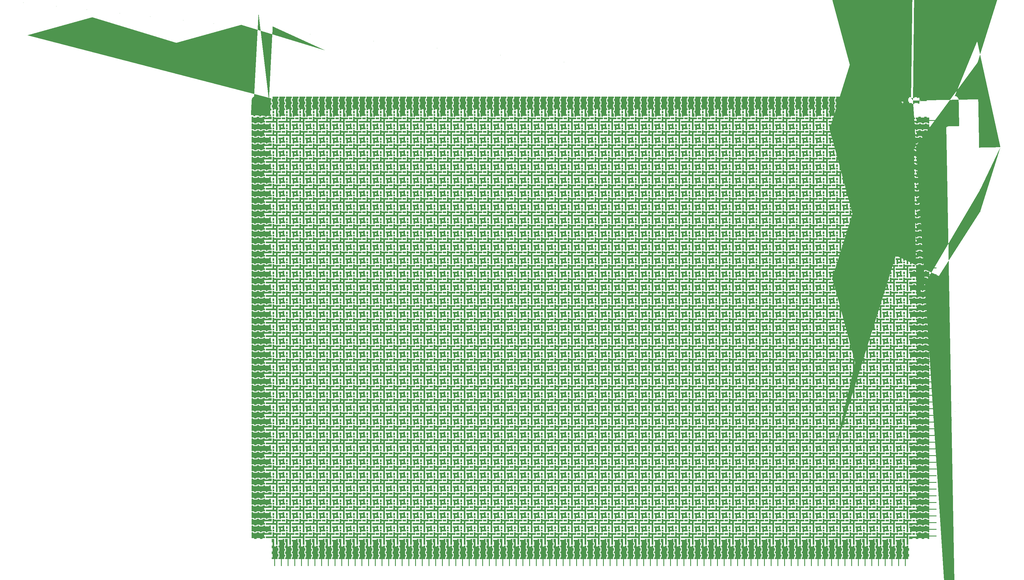
<source format=gbr>
%TF.GenerationSoftware,KiCad,Pcbnew,6.0.11+dfsg-1*%
%TF.CreationDate,2025-11-09T18:04:58+01:00*%
%TF.ProjectId,DEDBUG,44454442-5547-42e6-9b69-6361645f7063,0.2*%
%TF.SameCoordinates,Original*%
%TF.FileFunction,Paste,Top*%
%TF.FilePolarity,Positive*%
%FSLAX46Y46*%
G04 Gerber Fmt 4.6, Leading zero omitted, Abs format (unit mm)*
G04 Created by KiCad (PCBNEW 6.0.11+dfsg-1) date 2025-11-09 18:04:58*
%MOMM*%
%LPD*%
G01*
G04 APERTURE LIST*
G04 Aperture macros list*
%AMFreePoly0*
4,1,61,0.877977,0.639979,0.623980,0.639979,0.623980,-0.630022,0.877977,-0.630022,0.877977,-1.138021,0.623980,-1.138021,0.623980,-2.408022,0.877977,-2.408022,0.877977,-2.916025,0.623980,-2.916025,0.623980,-4.186021,0.877977,-4.186021,0.877977,-4.694025,-0.392023,-4.694025,-0.392023,-4.948023,-0.900019,-4.948023,-0.900019,-4.694025,-2.170023,-4.694025,-2.170023,-4.948023,-2.678022,-4.948023,
-2.678022,-4.694025,-3.948023,-4.694025,-3.948023,-4.948023,-4.456022,-4.948023,-4.456022,-4.694025,-5.218019,-4.694025,-5.218019,-0.052023,-5.216107,0.001691,-5.211128,0.056351,-5.203128,0.111731,-5.192156,0.167608,-5.178257,0.223758,-5.161479,0.279956,-5.141869,0.335978,-5.119473,0.391600,-5.094340,0.446597,-5.066514,0.500745,-5.036044,0.553821,-5.002976,0.605598,-4.967358,0.655854,
-4.929235,0.704364,-4.888656,0.750903,-4.845667,0.795248,-4.800343,0.837205,-4.752881,0.876702,-4.703506,0.913696,-4.652443,0.948147,-4.599917,0.980011,-4.546154,1.009249,-4.491379,1.035818,-4.435817,1.059677,-4.379694,1.080783,-4.323234,1.099096,-4.266664,1.114573,-4.210209,1.127174,-4.154093,1.136856,-4.098542,1.143578,-4.043782,1.147298,-3.990038,1.147974,0.877977,1.147974,
0.877977,0.639979,0.877977,0.639979,$1*%
%AMFreePoly1*
4,1,29,0.885601,0.639979,0.631599,0.639979,0.631599,-0.376024,0.885601,-0.376024,0.885601,-1.138021,0.631599,-1.138021,0.631599,-2.154020,0.885601,-2.154020,0.885601,-2.916025,0.631599,-2.916025,0.631599,-3.932024,0.885601,-3.932024,0.885601,-4.948023,0.123596,-4.948023,0.123596,-2.662023,-0.384404,-2.662023,-0.384404,-2.916025,-0.892403,-2.916025,-0.892403,-2.154020,-1.146401,-2.154020,
-1.146401,-1.392023,-0.892403,-1.392023,-0.892403,-0.376024,-1.146401,-0.376024,-1.146401,0.385977,-0.892403,0.385977,-0.892403,1.147974,0.885601,1.147974,0.885601,0.639979,0.885601,0.639979,$1*%
%AMFreePoly2*
4,1,31,0.885598,0.639979,0.631597,0.639979,0.631597,-0.630022,0.885598,-0.630022,0.885598,-1.138021,0.631597,-1.138021,0.631597,-2.408022,0.885598,-2.408022,0.885598,-2.916025,0.631597,-2.916025,0.631597,-4.186021,0.885598,-4.186021,0.885598,-4.694025,-0.384398,-4.694025,-0.384398,-4.948023,-0.892402,-4.948023,-0.892402,-3.678022,-1.146399,-3.678022,-1.146399,-3.170023,-0.892402,-3.170023,
-0.892402,-1.900022,-1.146399,-1.900022,-1.146399,-1.392023,-0.892402,-1.392023,-0.892402,-0.122022,-1.146399,-0.122022,-1.146399,0.385977,-0.892402,0.385977,-0.892402,1.147974,0.885598,1.147974,0.885598,0.639979,0.885598,0.639979,$1*%
%AMFreePoly3*
4,1,29,0.885600,0.639979,0.631598,0.639979,0.631598,-0.376024,0.885600,-0.376024,0.885600,-1.138021,0.631598,-1.138021,0.631598,-2.154020,0.885600,-2.154020,0.885600,-2.916025,0.631598,-2.916025,0.631598,-3.932024,0.885600,-3.932024,0.885600,-4.948023,0.123599,-4.948023,0.123599,-2.662023,-0.384401,-2.662023,-0.384401,-2.916025,-0.892404,-2.916025,-0.892404,-2.154020,-1.146402,-2.154020,
-1.146402,-1.392023,-0.892404,-1.392023,-0.892404,-0.376024,-1.146402,-0.376024,-1.146402,0.385977,-0.892404,0.385977,-0.892404,1.147974,0.885600,1.147974,0.885600,0.639979,0.885600,0.639979,$1*%
%AMFreePoly4*
4,1,31,0.885597,0.639979,0.631600,0.639979,0.631600,-0.630022,0.885597,-0.630022,0.885597,-1.138021,0.631600,-1.138021,0.631600,-2.408022,0.885597,-2.408022,0.885597,-2.916025,0.631600,-2.916025,0.631600,-4.186021,0.885597,-4.186021,0.885597,-4.694025,-0.384403,-4.694025,-0.384403,-4.948023,-0.892399,-4.948023,-0.892399,-3.678022,-1.146400,-3.678022,-1.146400,-3.170023,-0.892399,-3.170023,
-0.892399,-1.900022,-1.146400,-1.900022,-1.146400,-1.392023,-0.892399,-1.392023,-0.892399,-0.122022,-1.146400,-0.122022,-1.146400,0.385977,-0.892399,0.385977,-0.892399,1.147974,0.885597,1.147974,0.885597,0.639979,0.885597,0.639979,$1*%
%AMFreePoly5*
4,1,29,0.885595,0.639979,0.631597,0.639979,0.631597,-0.376024,0.885595,-0.376024,0.885595,-1.138021,0.631597,-1.138021,0.631597,-2.154020,0.885595,-2.154020,0.885595,-2.916025,0.631597,-2.916025,0.631597,-3.932024,0.885595,-3.932024,0.885595,-4.948023,0.123602,-4.948023,0.123602,-2.662023,-0.384401,-2.662023,-0.384401,-2.916025,-0.892401,-2.916025,-0.892401,-2.154020,-1.146403,-2.154020,
-1.146403,-1.392023,-0.892401,-1.392023,-0.892401,-0.376024,-1.146403,-0.376024,-1.146403,0.385977,-0.892401,0.385977,-0.892401,1.147974,0.885595,1.147974,0.885595,0.639979,0.885595,0.639979,$1*%
%AMFreePoly6*
4,1,31,0.885600,0.639979,0.631599,0.639979,0.631599,-0.630022,0.885600,-0.630022,0.885600,-1.138021,0.631599,-1.138021,0.631599,-2.408022,0.885600,-2.408022,0.885600,-2.916025,0.631599,-2.916025,0.631599,-4.186021,0.885600,-4.186021,0.885600,-4.694025,-0.384404,-4.694025,-0.384404,-4.948023,-0.892403,-4.948023,-0.892403,-3.678022,-1.146405,-3.678022,-1.146405,-3.170023,-0.892403,-3.170023,
-0.892403,-1.900022,-1.146405,-1.900022,-1.146405,-1.392023,-0.892403,-1.392023,-0.892403,-0.122022,-1.146405,-0.122022,-1.146405,0.385977,-0.892403,0.385977,-0.892403,1.147974,0.885600,1.147974,0.885600,0.639979,0.885600,0.639979,$1*%
%AMFreePoly7*
4,1,29,0.885598,0.639979,0.631596,0.639979,0.631596,-0.376024,0.885598,-0.376024,0.885598,-1.138021,0.631596,-1.138021,0.631596,-2.154020,0.885598,-2.154020,0.885598,-2.916025,0.631596,-2.916025,0.631596,-3.932024,0.885598,-3.932024,0.885598,-4.948023,0.123597,-4.948023,0.123597,-2.662023,-0.384402,-2.662023,-0.384402,-2.916025,-0.892398,-2.916025,-0.892398,-2.154020,-1.146400,-2.154020,
-1.146400,-1.392023,-0.892398,-1.392023,-0.892398,-0.376024,-1.146400,-0.376024,-1.146400,0.385977,-0.892398,0.385977,-0.892398,1.147974,0.885598,1.147974,0.885598,0.639979,0.885598,0.639979,$1*%
%AMFreePoly8*
4,1,31,0.885600,0.639979,0.631602,0.639979,0.631602,-0.630022,0.885600,-0.630022,0.885600,-1.138021,0.631602,-1.138021,0.631602,-2.408022,0.885600,-2.408022,0.885600,-2.916025,0.631602,-2.916025,0.631602,-4.186021,0.885600,-4.186021,0.885600,-4.694025,-0.384401,-4.694025,-0.384401,-4.948023,-0.892400,-4.948023,-0.892400,-3.678022,-1.146402,-3.678022,-1.146402,-3.170023,-0.892400,-3.170023,
-0.892400,-1.900022,-1.146402,-1.900022,-1.146402,-1.392023,-0.892400,-1.392023,-0.892400,-0.122022,-1.146402,-0.122022,-1.146402,0.385977,-0.892400,0.385977,-0.892400,1.147974,0.885600,1.147974,0.885600,0.639979,0.885600,0.639979,$1*%
%AMFreePoly9*
4,1,29,0.885597,0.639979,0.631599,0.639979,0.631599,-0.376024,0.885597,-0.376024,0.885597,-1.138021,0.631599,-1.138021,0.631599,-2.154020,0.885597,-2.154020,0.885597,-2.916025,0.631599,-2.916025,0.631599,-3.932024,0.885597,-3.932024,0.885597,-4.948023,0.123596,-4.948023,0.123596,-2.662023,-0.384399,-2.662023,-0.384399,-2.916025,-0.892403,-2.916025,-0.892403,-2.154020,-1.146400,-2.154020,
-1.146400,-1.392023,-0.892403,-1.392023,-0.892403,-0.376024,-1.146400,-0.376024,-1.146400,0.385977,-0.892403,0.385977,-0.892403,1.147974,0.885597,1.147974,0.885597,0.639979,0.885597,0.639979,$1*%
%AMFreePoly10*
4,1,31,0.885595,0.639979,0.631597,0.639979,0.631597,-0.630022,0.885595,-0.630022,0.885595,-1.138021,0.631597,-1.138021,0.631597,-2.408022,0.885595,-2.408022,0.885595,-2.916025,0.631597,-2.916025,0.631597,-4.186021,0.885595,-4.186021,0.885595,-4.694025,-0.384402,-4.694025,-0.384402,-4.948023,-0.892397,-4.948023,-0.892397,-3.678022,-1.146403,-3.678022,-1.146403,-3.170023,-0.892397,-3.170023,
-0.892397,-1.900022,-1.146403,-1.900022,-1.146403,-1.392023,-0.892397,-1.392023,-0.892397,-0.122022,-1.146403,-0.122022,-1.146403,0.385977,-0.892397,0.385977,-0.892397,1.147974,0.885595,1.147974,0.885595,0.639979,0.885595,0.639979,$1*%
%AMFreePoly11*
4,1,29,0.885600,0.639979,0.631602,0.639979,0.631602,-0.376024,0.885600,-0.376024,0.885600,-1.138021,0.631602,-1.138021,0.631602,-2.154020,0.885600,-2.154020,0.885600,-2.916025,0.631602,-2.916025,0.631602,-3.932024,0.885600,-3.932024,0.885600,-4.948023,0.123599,-4.948023,0.123599,-2.662023,-0.384404,-2.662023,-0.384404,-2.916025,-0.892399,-2.916025,-0.892399,-2.154020,-1.146405,-2.154020,
-1.146405,-1.392023,-0.892399,-1.392023,-0.892399,-0.376024,-1.146405,-0.376024,-1.146405,0.385977,-0.892399,0.385977,-0.892399,1.147974,0.885600,1.147974,0.885600,0.639979,0.885600,0.639979,$1*%
%AMFreePoly12*
4,1,31,0.885598,0.639979,0.631600,0.639979,0.631600,-0.630022,0.885598,-0.630022,0.885598,-1.138021,0.631600,-1.138021,0.631600,-2.408022,0.885598,-2.408022,0.885598,-2.916025,0.631600,-2.916025,0.631600,-4.186021,0.885598,-4.186021,0.885598,-4.694025,-0.384406,-4.694025,-0.384406,-4.948023,-0.892402,-4.948023,-0.892402,-3.678022,-1.146400,-3.678022,-1.146400,-3.170023,-0.892402,-3.170023,
-0.892402,-1.900022,-1.146400,-1.900022,-1.146400,-1.392023,-0.892402,-1.392023,-0.892402,-0.122022,-1.146400,-0.122022,-1.146400,0.385977,-0.892402,0.385977,-0.892402,1.147974,0.885598,1.147974,0.885598,0.639979,0.885598,0.639979,$1*%
%AMFreePoly13*
4,1,29,0.885600,0.639979,0.631602,0.639979,0.631602,-0.376024,0.885600,-0.376024,0.885600,-1.138021,0.631602,-1.138021,0.631602,-2.154020,0.885600,-2.154020,0.885600,-2.916025,0.631602,-2.916025,0.631602,-3.932024,0.885600,-3.932024,0.885600,-4.948023,0.123599,-4.948023,0.123599,-2.662023,-0.384397,-2.662023,-0.384397,-2.916025,-0.892400,-2.916025,-0.892400,-2.154020,-1.146398,-2.154020,
-1.146398,-1.392023,-0.892400,-1.392023,-0.892400,-0.376024,-1.146398,-0.376024,-1.146398,0.385977,-0.892400,0.385977,-0.892400,1.147974,0.885600,1.147974,0.885600,0.639979,0.885600,0.639979,$1*%
%AMFreePoly14*
4,1,31,0.885598,0.639979,0.631592,0.639979,0.631592,-0.630022,0.885598,-0.630022,0.885598,-1.138021,0.631592,-1.138021,0.631592,-2.408022,0.885598,-2.408022,0.885598,-2.916025,0.631592,-2.916025,0.631592,-4.186021,0.885598,-4.186021,0.885598,-4.694025,-0.384407,-4.694025,-0.384407,-4.948023,-0.892395,-4.948023,-0.892395,-3.678022,-1.146400,-3.678022,-1.146400,-3.170023,-0.892395,-3.170023,
-0.892395,-1.900022,-1.146400,-1.900022,-1.146400,-1.392023,-0.892395,-1.392023,-0.892395,-0.122022,-1.146400,-0.122022,-1.146400,0.385977,-0.892395,0.385977,-0.892395,1.147974,0.885598,1.147974,0.885598,0.639979,0.885598,0.639979,$1*%
%AMFreePoly15*
4,1,29,0.885603,0.639979,0.631598,0.639979,0.631598,-0.376024,0.885603,-0.376024,0.885603,-1.138021,0.631598,-1.138021,0.631598,-2.154020,0.885603,-2.154020,0.885603,-2.916025,0.631598,-2.916025,0.631598,-3.932024,0.885603,-3.932024,0.885603,-4.948023,0.123594,-4.948023,0.123594,-2.662023,-0.384401,-2.662023,-0.384401,-2.916025,-0.892405,-2.916025,-0.892405,-2.154020,-1.146402,-2.154020,
-1.146402,-1.392023,-0.892405,-1.392023,-0.892405,-0.376024,-1.146402,-0.376024,-1.146402,0.385977,-0.892405,0.385977,-0.892405,1.147974,0.885603,1.147974,0.885603,0.639979,0.885603,0.639979,$1*%
%AMFreePoly16*
4,1,31,0.885601,0.639979,0.631603,0.639979,0.631603,-0.630022,0.885601,-0.630022,0.885601,-1.138021,0.631603,-1.138021,0.631603,-2.408022,0.885601,-2.408022,0.885601,-2.916025,0.631603,-2.916025,0.631603,-4.186021,0.885601,-4.186021,0.885601,-4.694025,-0.384396,-4.694025,-0.384396,-4.948023,-0.892399,-4.948023,-0.892399,-3.678022,-1.146397,-3.678022,-1.146397,-3.170023,-0.892399,-3.170023,
-0.892399,-1.900022,-1.146397,-1.900022,-1.146397,-1.392023,-0.892399,-1.392023,-0.892399,-0.122022,-1.146397,-0.122022,-1.146397,0.385977,-0.892399,0.385977,-0.892399,1.147974,0.885601,1.147974,0.885601,0.639979,0.885601,0.639979,$1*%
%AMFreePoly17*
4,1,29,0.885598,0.639979,0.631593,0.639979,0.631593,-0.376024,0.885598,-0.376024,0.885598,-1.138021,0.631593,-1.138021,0.631593,-2.154020,0.885598,-2.154020,0.885598,-2.916025,0.631593,-2.916025,0.631593,-3.932024,0.885598,-3.932024,0.885598,-4.948023,0.123597,-4.948023,0.123597,-2.662023,-0.384406,-2.662023,-0.384406,-2.916025,-0.892394,-2.916025,-0.892394,-2.154020,-1.146399,-2.154020,
-1.146399,-1.392023,-0.892394,-1.392023,-0.892394,-0.376024,-1.146399,-0.376024,-1.146399,0.385977,-0.892394,0.385977,-0.892394,1.147974,0.885598,1.147974,0.885598,0.639979,0.885598,0.639979,$1*%
%AMFreePoly18*
4,1,31,0.885596,0.639979,0.631598,0.639979,0.631598,-0.630022,0.885596,-0.630022,0.885596,-1.138021,0.631598,-1.138021,0.631598,-2.408022,0.885596,-2.408022,0.885596,-2.916025,0.631598,-2.916025,0.631598,-4.186021,0.885596,-4.186021,0.885596,-4.694025,-0.384401,-4.694025,-0.384401,-4.948023,-0.892404,-4.948023,-0.892404,-3.678022,-1.146402,-3.678022,-1.146402,-3.170023,-0.892404,-3.170023,
-0.892404,-1.900022,-1.146402,-1.900022,-1.146402,-1.392023,-0.892404,-1.392023,-0.892404,-0.122022,-1.146402,-0.122022,-1.146402,0.385977,-0.892404,0.385977,-0.892404,1.147974,0.885596,1.147974,0.885596,0.639979,0.885596,0.639979,$1*%
%AMFreePoly19*
4,1,31,0.885591,0.639979,0.631594,0.639979,0.631594,-0.630022,0.885591,-0.630022,0.885591,-1.138021,0.631594,-1.138021,0.631594,-2.408022,0.885591,-2.408022,0.885591,-2.916025,0.631594,-2.916025,0.631594,-4.186021,0.885591,-4.186021,0.885591,-4.694025,-0.384398,-4.694025,-0.384398,-4.948023,-0.892401,-4.948023,-0.892401,-3.678022,-1.146399,-3.678022,-1.146399,-3.170023,-0.892401,-3.170023,
-0.892401,-1.900022,-1.146399,-1.900022,-1.146399,-1.392023,-0.892401,-1.392023,-0.892401,-0.122022,-1.146399,-0.122022,-1.146399,0.385977,-0.892401,0.385977,-0.892401,1.147974,0.885591,1.147974,0.885591,0.639979,0.885591,0.639979,$1*%
%AMFreePoly20*
4,1,29,0.885597,0.639979,0.631599,0.639979,0.631599,-0.376024,0.885597,-0.376024,0.885597,-1.138021,0.631599,-1.138021,0.631599,-2.154020,0.885597,-2.154020,0.885597,-2.916025,0.631599,-2.916025,0.631599,-3.932024,0.885597,-3.932024,0.885597,-4.948023,0.123596,-4.948023,0.123596,-2.662023,-0.384400,-2.662023,-0.384400,-2.916025,-0.892403,-2.916025,-0.892403,-2.154020,-1.146409,-2.154020,
-1.146409,-1.392023,-0.892403,-1.392023,-0.892403,-0.376024,-1.146409,-0.376024,-1.146409,0.385977,-0.892403,0.385977,-0.892403,1.147974,0.885597,1.147974,0.885597,0.639979,0.885597,0.639979,$1*%
%AMFreePoly21*
4,1,29,0.885592,0.639979,0.631594,0.639979,0.631594,-0.376024,0.885592,-0.376024,0.885592,-1.138021,0.631594,-1.138021,0.631594,-2.154020,0.885592,-2.154020,0.885592,-2.916025,0.631594,-2.916025,0.631594,-3.932024,0.885592,-3.932024,0.885592,-4.948023,0.123591,-4.948023,0.123591,-2.662023,-0.384397,-2.662023,-0.384397,-2.916025,-0.892400,-2.916025,-0.892400,-2.154020,-1.146398,-2.154020,
-1.146398,-1.392023,-0.892400,-1.392023,-0.892400,-0.376024,-1.146398,-0.376024,-1.146398,0.385977,-0.892400,0.385977,-0.892400,1.147974,0.885592,1.147974,0.885592,0.639979,0.885592,0.639979,$1*%
%AMFreePoly22*
4,1,31,0.885597,0.639979,0.631600,0.639979,0.631600,-0.630022,0.885597,-0.630022,0.885597,-1.138021,0.631600,-1.138021,0.631600,-2.408022,0.885597,-2.408022,0.885597,-2.916025,0.631600,-2.916025,0.631600,-4.186021,0.885597,-4.186021,0.885597,-4.694025,-0.384407,-4.694025,-0.384407,-4.948023,-0.892402,-4.948023,-0.892402,-3.678022,-1.146408,-3.678022,-1.146408,-3.170023,-0.892402,-3.170023,
-0.892402,-1.900022,-1.146408,-1.900022,-1.146408,-1.392023,-0.892402,-1.392023,-0.892402,-0.122022,-1.146408,-0.122022,-1.146408,0.385977,-0.892402,0.385977,-0.892402,1.147974,0.885597,1.147974,0.885597,0.639979,0.885597,0.639979,$1*%
%AMFreePoly23*
4,1,29,0.885603,0.639979,0.631605,0.639979,0.631605,-0.376024,0.885603,-0.376024,0.885603,-1.138021,0.631605,-1.138021,0.631605,-2.154020,0.885603,-2.154020,0.885603,-2.916025,0.631605,-2.916025,0.631605,-3.932024,0.885603,-3.932024,0.885603,-4.948023,0.123602,-4.948023,0.123602,-2.662023,-0.384402,-2.662023,-0.384402,-2.916025,-0.892405,-2.916025,-0.892405,-2.154020,-1.146403,-2.154020,
-1.146403,-1.392023,-0.892405,-1.392023,-0.892405,-0.376024,-1.146403,-0.376024,-1.146403,0.385977,-0.892405,0.385977,-0.892405,1.147974,0.885603,1.147974,0.885603,0.639979,0.885603,0.639979,$1*%
%AMFreePoly24*
4,1,29,0.885598,0.639979,0.631600,0.639979,0.631600,-0.376024,0.885598,-0.376024,0.885598,-1.138021,0.631600,-1.138021,0.631600,-2.154020,0.885598,-2.154020,0.885598,-2.916025,0.631600,-2.916025,0.631600,-3.932024,0.885598,-3.932024,0.885598,-4.948023,0.123597,-4.948023,0.123597,-2.662023,-0.384406,-2.662023,-0.384406,-2.916025,-0.892402,-2.916025,-0.892402,-2.154020,-1.146407,-2.154020,
-1.146407,-1.392023,-0.892402,-1.392023,-0.892402,-0.376024,-1.146407,-0.376024,-1.146407,0.385977,-0.892402,0.385977,-0.892402,1.147974,0.885598,1.147974,0.885598,0.639979,0.885598,0.639979,$1*%
%AMFreePoly25*
4,1,31,0.885603,0.639979,0.631598,0.639979,0.631598,-0.630022,0.885603,-0.630022,0.885603,-1.138021,0.631598,-1.138021,0.631598,-2.408022,0.885603,-2.408022,0.885603,-2.916025,0.631598,-2.916025,0.631598,-4.186021,0.885603,-4.186021,0.885603,-4.694025,-0.384401,-4.694025,-0.384401,-4.948023,-0.892404,-4.948023,-0.892404,-3.678022,-1.146402,-3.678022,-1.146402,-3.170023,-0.892404,-3.170023,
-0.892404,-1.900022,-1.146402,-1.900022,-1.146402,-1.392023,-0.892404,-1.392023,-0.892404,-0.122022,-1.146402,-0.122022,-1.146402,0.385977,-0.892404,0.385977,-0.892404,1.147974,0.885603,1.147974,0.885603,0.639979,0.885603,0.639979,$1*%
%AMFreePoly26*
4,1,29,0.885593,0.639979,0.631596,0.639979,0.631596,-0.376024,0.885593,-0.376024,0.885593,-1.138021,0.631596,-1.138021,0.631596,-2.154020,0.885593,-2.154020,0.885593,-2.916025,0.631596,-2.916025,0.631596,-3.932024,0.885593,-3.932024,0.885593,-4.948023,0.123600,-4.948023,0.123600,-2.662023,-0.384396,-2.662023,-0.384396,-2.916025,-0.892399,-2.916025,-0.892399,-2.154020,-1.146397,-2.154020,
-1.146397,-1.392023,-0.892399,-1.392023,-0.892399,-0.376024,-1.146397,-0.376024,-1.146397,0.385977,-0.892399,0.385977,-0.892399,1.147974,0.885593,1.147974,0.885593,0.639979,0.885593,0.639979,$1*%
%AMFreePoly27*
4,1,31,0.885599,0.639979,0.631593,0.639979,0.631593,-0.630022,0.885599,-0.630022,0.885599,-1.138021,0.631593,-1.138021,0.631593,-2.408022,0.885599,-2.408022,0.885599,-2.916025,0.631593,-2.916025,0.631593,-4.186021,0.885599,-4.186021,0.885599,-4.694025,-0.384406,-4.694025,-0.384406,-4.948023,-0.892409,-4.948023,-0.892409,-3.678022,-1.146407,-3.678022,-1.146407,-3.170023,-0.892409,-3.170023,
-0.892409,-1.900022,-1.146407,-1.900022,-1.146407,-1.392023,-0.892409,-1.392023,-0.892409,-0.122022,-1.146407,-0.122022,-1.146407,0.385977,-0.892409,0.385977,-0.892409,1.147974,0.885599,1.147974,0.885599,0.639979,0.885599,0.639979,$1*%
%AMFreePoly28*
4,1,29,0.885604,0.639979,0.631599,0.639979,0.631599,-0.376024,0.885604,-0.376024,0.885604,-1.138021,0.631599,-1.138021,0.631599,-2.154020,0.885604,-2.154020,0.885604,-2.916025,0.631599,-2.916025,0.631599,-3.932024,0.885604,-3.932024,0.885604,-4.948023,0.123603,-4.948023,0.123603,-2.662023,-0.384400,-2.662023,-0.384400,-2.916025,-0.892403,-2.916025,-0.892403,-2.154020,-1.146401,-2.154020,
-1.146401,-1.392023,-0.892403,-1.392023,-0.892403,-0.376024,-1.146401,-0.376024,-1.146401,0.385977,-0.892403,0.385977,-0.892403,1.147974,0.885604,1.147974,0.885604,0.639979,0.885604,0.639979,$1*%
%AMFreePoly29*
4,1,31,0.885587,0.639979,0.631604,0.639979,0.631604,-0.630022,0.885587,-0.630022,0.885587,-1.138021,0.631604,-1.138021,0.631604,-2.408022,0.885587,-2.408022,0.885587,-2.916025,0.631604,-2.916025,0.631604,-4.186021,0.885587,-4.186021,0.885587,-4.694025,-0.384403,-4.694025,-0.384403,-4.948023,-0.892398,-4.948023,-0.892398,-3.678022,-1.146396,-3.678022,-1.146396,-3.170023,-0.892398,-3.170023,
-0.892398,-1.900022,-1.146396,-1.900022,-1.146396,-1.392023,-0.892398,-1.392023,-0.892398,-0.122022,-1.146396,-0.122022,-1.146396,0.385977,-0.892398,0.385977,-0.892398,1.147974,0.885587,1.147974,0.885587,0.639979,0.885587,0.639979,$1*%
%AMFreePoly30*
4,1,29,0.885599,0.639979,0.631602,0.639979,0.631602,-0.376024,0.885599,-0.376024,0.885599,-1.138021,0.631602,-1.138021,0.631602,-2.154020,0.885599,-2.154020,0.885599,-2.916025,0.631602,-2.916025,0.631602,-3.932024,0.885599,-3.932024,0.885599,-4.948023,0.123591,-4.948023,0.123591,-2.662023,-0.384405,-2.662023,-0.384405,-2.916025,-0.892401,-2.916025,-0.892401,-2.154020,-1.146413,-2.154020,
-1.146413,-1.392023,-0.892401,-1.392023,-0.892401,-0.376024,-1.146413,-0.376024,-1.146413,0.385977,-0.892401,0.385977,-0.892401,1.147974,0.885599,1.147974,0.885599,0.639979,0.885599,0.639979,$1*%
%AMFreePoly31*
4,1,29,0.885610,0.639979,0.631597,0.639979,0.631597,-0.376024,0.885610,-0.376024,0.885610,-1.138021,0.631597,-1.138021,0.631597,-2.154020,0.885610,-2.154020,0.885610,-2.916025,0.631597,-2.916025,0.631597,-3.932024,0.885610,-3.932024,0.885610,-4.948023,0.123601,-4.948023,0.123601,-2.662023,-0.384394,-2.662023,-0.384394,-2.916025,-0.892405,-2.916025,-0.892405,-2.154020,-1.146403,-2.154020,
-1.146403,-1.392023,-0.892405,-1.392023,-0.892405,-0.376024,-1.146403,-0.376024,-1.146403,0.385977,-0.892405,0.385977,-0.892405,1.147974,0.885610,1.147974,0.885610,0.639979,0.885610,0.639979,$1*%
%AMFreePoly32*
4,1,31,0.885592,0.639979,0.631595,0.639979,0.631595,-0.630022,0.885592,-0.630022,0.885592,-1.138021,0.631595,-1.138021,0.631595,-2.408022,0.885592,-2.408022,0.885592,-2.916025,0.631595,-2.916025,0.631595,-4.186021,0.885592,-4.186021,0.885592,-4.694025,-0.384412,-4.694025,-0.384412,-4.948023,-0.892407,-4.948023,-0.892407,-3.678022,-1.146390,-3.678022,-1.146390,-3.170023,-0.892407,-3.170023,
-0.892407,-1.900022,-1.146390,-1.900022,-1.146390,-1.392023,-0.892407,-1.392023,-0.892407,-0.122022,-1.146390,-0.122022,-1.146390,0.385977,-0.892407,0.385977,-0.892407,1.147974,0.885592,1.147974,0.885592,0.639979,0.885592,0.639979,$1*%
%AMFreePoly33*
4,1,29,0.885605,0.639979,0.631592,0.639979,0.631592,-0.376024,0.885605,-0.376024,0.885605,-1.138021,0.631592,-1.138021,0.631592,-2.154020,0.885605,-2.154020,0.885605,-2.916025,0.631592,-2.916025,0.631592,-3.932024,0.885605,-3.932024,0.885605,-4.948023,0.123597,-4.948023,0.123597,-2.662023,-0.384399,-2.662023,-0.384399,-2.916025,-0.892410,-2.916025,-0.892410,-2.154020,-1.146408,-2.154020,
-1.146408,-1.392023,-0.892410,-1.392023,-0.892410,-0.376024,-1.146408,-0.376024,-1.146408,0.385977,-0.892410,0.385977,-0.892410,1.147974,0.885605,1.147974,0.885605,0.639979,0.885605,0.639979,$1*%
%AMFreePoly34*
4,1,31,0.885603,0.639979,0.631605,0.639979,0.631605,-0.630022,0.885603,-0.630022,0.885603,-1.138021,0.631605,-1.138021,0.631605,-2.408022,0.885603,-2.408022,0.885603,-2.916025,0.631605,-2.916025,0.631605,-4.186021,0.885603,-4.186021,0.885603,-4.694025,-0.384401,-4.694025,-0.384401,-4.948023,-0.892397,-4.948023,-0.892397,-3.678022,-1.146395,-3.678022,-1.146395,-3.170023,-0.892397,-3.170023,
-0.892397,-1.900022,-1.146395,-1.900022,-1.146395,-1.392023,-0.892397,-1.392023,-0.892397,-0.122022,-1.146395,-0.122022,-1.146395,0.385977,-0.892397,0.385977,-0.892397,1.147974,0.885603,1.147974,0.885603,0.639979,0.885603,0.639979,$1*%
%AMFreePoly35*
4,1,29,0.885601,0.639979,0.631603,0.639979,0.631603,-0.376024,0.885601,-0.376024,0.885601,-1.138021,0.631603,-1.138021,0.631603,-2.154020,0.885601,-2.154020,0.885601,-2.916025,0.631603,-2.916025,0.631603,-3.932024,0.885601,-3.932024,0.885601,-4.948023,0.123592,-4.948023,0.123592,-2.662023,-0.384403,-2.662023,-0.384403,-2.916025,-0.892399,-2.916025,-0.892399,-2.154020,-1.146397,-2.154020,
-1.146397,-1.392023,-0.892399,-1.392023,-0.892399,-0.376024,-1.146397,-0.376024,-1.146397,0.385977,-0.892399,0.385977,-0.892399,1.147974,0.885601,1.147974,0.885601,0.639979,0.885601,0.639979,$1*%
%AMFreePoly36*
4,1,29,0.885596,0.639979,0.631598,0.639979,0.631598,-0.376024,0.885596,-0.376024,0.885596,-1.138021,0.631598,-1.138021,0.631598,-2.154020,0.885596,-2.154020,0.885596,-2.916025,0.631598,-2.916025,0.631598,-3.932024,0.885596,-3.932024,0.885596,-4.948023,0.123603,-4.948023,0.123603,-2.662023,-0.384393,-2.662023,-0.384393,-2.916025,-0.892404,-2.916025,-0.892404,-2.154020,-1.146402,-2.154020,
-1.146402,-1.392023,-0.892404,-1.392023,-0.892404,-0.376024,-1.146402,-0.376024,-1.146402,0.385977,-0.892404,0.385977,-0.892404,1.147974,0.885596,1.147974,0.885596,0.639979,0.885596,0.639979,$1*%
%AMFreePoly37*
4,1,31,0.885594,0.639979,0.631596,0.639979,0.631596,-0.630022,0.885594,-0.630022,0.885594,-1.138021,0.631596,-1.138021,0.631596,-2.408022,0.885594,-2.408022,0.885594,-2.916025,0.631596,-2.916025,0.631596,-4.186021,0.885594,-4.186021,0.885594,-4.694025,-0.384411,-4.694025,-0.384411,-4.948023,-0.892391,-4.948023,-0.892391,-3.678022,-1.146404,-3.678022,-1.146404,-3.170023,-0.892391,-3.170023,
-0.892391,-1.900022,-1.146404,-1.900022,-1.146404,-1.392023,-0.892391,-1.392023,-0.892391,-0.122022,-1.146404,-0.122022,-1.146404,0.385977,-0.892391,0.385977,-0.892391,1.147974,0.885594,1.147974,0.885594,0.639979,0.885594,0.639979,$1*%
%AMFreePoly38*
4,1,29,0.885602,0.639979,0.631589,0.639979,0.631589,-0.376024,0.885602,-0.376024,0.885602,-1.138021,0.631589,-1.138021,0.631589,-2.154020,0.885602,-2.154020,0.885602,-2.916025,0.631589,-2.916025,0.631589,-3.932024,0.885602,-3.932024,0.885602,-4.948023,0.123593,-4.948023,0.123593,-2.662023,-0.384402,-2.662023,-0.384402,-2.916025,-0.892398,-2.916025,-0.892398,-2.154020,-1.146396,-2.154020,
-1.146396,-1.392023,-0.892398,-1.392023,-0.892398,-0.376024,-1.146396,-0.376024,-1.146396,0.385977,-0.892398,0.385977,-0.892398,1.147974,0.885602,1.147974,0.885602,0.639979,0.885602,0.639979,$1*%
%AMFreePoly39*
4,1,29,0.885597,0.639979,0.631600,0.639979,0.631600,-0.376024,0.885597,-0.376024,0.885597,-1.138021,0.631600,-1.138021,0.631600,-2.154020,0.885597,-2.154020,0.885597,-2.916025,0.631600,-2.916025,0.631600,-3.932024,0.885597,-3.932024,0.885597,-4.948023,0.123604,-4.948023,0.123604,-2.662023,-0.384407,-2.662023,-0.384407,-2.916025,-0.892402,-2.916025,-0.892402,-2.154020,-1.146400,-2.154020,
-1.146400,-1.392023,-0.892402,-1.392023,-0.892402,-0.376024,-1.146400,-0.376024,-1.146400,0.385977,-0.892402,0.385977,-0.892402,1.147974,0.885597,1.147974,0.885597,0.639979,0.885597,0.639979,$1*%
%AMFreePoly40*
4,1,31,0.885595,0.639979,0.631597,0.639979,0.631597,-0.630022,0.885595,-0.630022,0.885595,-1.138021,0.631597,-1.138021,0.631597,-2.408022,0.885595,-2.408022,0.885595,-2.916025,0.631597,-2.916025,0.631597,-4.186021,0.885595,-4.186021,0.885595,-4.694025,-0.384394,-4.694025,-0.384394,-4.948023,-0.892405,-4.948023,-0.892405,-3.678022,-1.146403,-3.678022,-1.146403,-3.170023,-0.892405,-3.170023,
-0.892405,-1.900022,-1.146403,-1.900022,-1.146403,-1.392023,-0.892405,-1.392023,-0.892405,-0.122022,-1.146403,-0.122022,-1.146403,0.385977,-0.892405,0.385977,-0.892405,1.147974,0.885595,1.147974,0.885595,0.639979,0.885595,0.639979,$1*%
%AMFreePoly41*
4,1,29,0.885593,0.639979,0.631595,0.639979,0.631595,-0.376024,0.885593,-0.376024,0.885593,-1.138021,0.631595,-1.138021,0.631595,-2.154020,0.885593,-2.154020,0.885593,-2.916025,0.631595,-2.916025,0.631595,-3.932024,0.885593,-3.932024,0.885593,-4.948023,0.123600,-4.948023,0.123600,-2.662023,-0.384396,-2.662023,-0.384396,-2.916025,-0.892407,-2.916025,-0.892407,-2.154020,-1.146405,-2.154020,
-1.146405,-1.392023,-0.892407,-1.392023,-0.892407,-0.376024,-1.146405,-0.376024,-1.146405,0.385977,-0.892407,0.385977,-0.892407,1.147974,0.885593,1.147974,0.885593,0.639979,0.885593,0.639979,$1*%
%AMFreePoly42*
4,1,31,0.885606,0.639979,0.631608,0.639979,0.631608,-0.630022,0.885606,-0.630022,0.885606,-1.138021,0.631608,-1.138021,0.631608,-2.408022,0.885606,-2.408022,0.885606,-2.916025,0.631608,-2.916025,0.631608,-4.186021,0.885606,-4.186021,0.885606,-4.694025,-0.384399,-4.694025,-0.384399,-4.948023,-0.892394,-4.948023,-0.892394,-3.678022,-1.146407,-3.678022,-1.146407,-3.170023,-0.892394,-3.170023,
-0.892394,-1.900022,-1.146407,-1.900022,-1.146407,-1.392023,-0.892394,-1.392023,-0.892394,-0.122022,-1.146407,-0.122022,-1.146407,0.385977,-0.892394,0.385977,-0.892394,1.147974,0.885606,1.147974,0.885606,0.639979,0.885606,0.639979,$1*%
%AMFreePoly43*
4,1,29,0.885588,0.639979,0.631590,0.639979,0.631590,-0.376024,0.885588,-0.376024,0.885588,-1.138021,0.631590,-1.138021,0.631590,-2.154020,0.885588,-2.154020,0.885588,-2.916025,0.631590,-2.916025,0.631590,-3.932024,0.885588,-3.932024,0.885588,-4.948023,0.123610,-4.948023,0.123610,-2.662023,-0.384401,-2.662023,-0.384401,-2.916025,-0.892396,-2.916025,-0.892396,-2.154020,-1.146394,-2.154020,
-1.146394,-1.392023,-0.892396,-1.392023,-0.892396,-0.376024,-1.146394,-0.376024,-1.146394,0.385977,-0.892396,0.385977,-0.892396,1.147974,0.885588,1.147974,0.885588,0.639979,0.885588,0.639979,$1*%
%AMFreePoly44*
4,1,31,0.885601,0.639979,0.631603,0.639979,0.631603,-0.630022,0.885601,-0.630022,0.885601,-1.138021,0.631603,-1.138021,0.631603,-2.408022,0.885601,-2.408022,0.885601,-2.916025,0.631603,-2.916025,0.631603,-4.186021,0.885601,-4.186021,0.885601,-4.694025,-0.384403,-4.694025,-0.384403,-4.948023,-0.892399,-4.948023,-0.892399,-3.678022,-1.146412,-3.678022,-1.146412,-3.170023,-0.892399,-3.170023,
-0.892399,-1.900022,-1.146412,-1.900022,-1.146412,-1.392023,-0.892399,-1.392023,-0.892399,-0.122022,-1.146412,-0.122022,-1.146412,0.385977,-0.892399,0.385977,-0.892399,1.147974,0.885601,1.147974,0.885601,0.639979,0.885601,0.639979,$1*%
%AMFreePoly45*
4,1,29,0.885594,0.639979,0.631596,0.639979,0.631596,-0.376024,0.885594,-0.376024,0.885594,-1.138021,0.631596,-1.138021,0.631596,-2.154020,0.885594,-2.154020,0.885594,-2.916025,0.631596,-2.916025,0.631596,-3.932024,0.885594,-3.932024,0.885594,-4.948023,0.123601,-4.948023,0.123601,-2.662023,-0.384410,-2.662023,-0.384410,-2.916025,-0.892406,-2.916025,-0.892406,-2.154020,-1.146403,-2.154020,
-1.146403,-1.392023,-0.892406,-1.392023,-0.892406,-0.376024,-1.146403,-0.376024,-1.146403,0.385977,-0.892406,0.385977,-0.892406,1.147974,0.885594,1.147974,0.885594,0.639979,0.885594,0.639979,$1*%
%AMFreePoly46*
4,1,31,0.885607,0.639979,0.631594,0.639979,0.631594,-0.630022,0.885607,-0.630022,0.885607,-1.138021,0.631594,-1.138021,0.631594,-2.408022,0.885607,-2.408022,0.885607,-2.916025,0.631594,-2.916025,0.631594,-4.186021,0.885607,-4.186021,0.885607,-4.694025,-0.384397,-4.694025,-0.384397,-4.948023,-0.892408,-4.948023,-0.892408,-3.678022,-1.146406,-3.678022,-1.146406,-3.170023,-0.892408,-3.170023,
-0.892408,-1.900022,-1.146406,-1.900022,-1.146406,-1.392023,-0.892408,-1.392023,-0.892408,-0.122022,-1.146406,-0.122022,-1.146406,0.385977,-0.892408,0.385977,-0.892408,1.147974,0.885607,1.147974,0.885607,0.639979,0.885607,0.639979,$1*%
%AMFreePoly47*
4,1,29,0.885589,0.639979,0.631607,0.639979,0.631607,-0.376024,0.885589,-0.376024,0.885589,-1.138021,0.631607,-1.138021,0.631607,-2.154020,0.885589,-2.154020,0.885589,-2.916025,0.631607,-2.916025,0.631607,-3.932024,0.885589,-3.932024,0.885589,-4.948023,0.123596,-4.948023,0.123596,-2.662023,-0.384399,-2.662023,-0.384399,-2.916025,-0.892395,-2.916025,-0.892395,-2.154020,-1.146393,-2.154020,
-1.146393,-1.392023,-0.892395,-1.392023,-0.892395,-0.376024,-1.146393,-0.376024,-1.146393,0.385977,-0.892395,0.385977,-0.892395,1.147974,0.885589,1.147974,0.885589,0.639979,0.885589,0.639979,$1*%
%AMFreePoly48*
4,1,31,0.885602,0.639979,0.631589,0.639979,0.631589,-0.630022,0.885602,-0.630022,0.885602,-1.138021,0.631589,-1.138021,0.631589,-2.408022,0.885602,-2.408022,0.885602,-2.916025,0.631589,-2.916025,0.631589,-4.186021,0.885602,-4.186021,0.885602,-4.694025,-0.384402,-4.694025,-0.384402,-4.948023,-0.892413,-4.948023,-0.892413,-3.678022,-1.146411,-3.678022,-1.146411,-3.170023,-0.892413,-3.170023,
-0.892413,-1.900022,-1.146411,-1.900022,-1.146411,-1.392023,-0.892413,-1.392023,-0.892413,-0.122022,-1.146411,-0.122022,-1.146411,0.385977,-0.892413,0.385977,-0.892413,1.147974,0.885602,1.147974,0.885602,0.639979,0.885602,0.639979,$1*%
%AMFreePoly49*
4,1,29,0.885585,0.639979,0.631602,0.639979,0.631602,-0.376024,0.885585,-0.376024,0.885585,-1.138021,0.631602,-1.138021,0.631602,-2.154020,0.885585,-2.154020,0.885585,-2.916025,0.631602,-2.916025,0.631602,-3.932024,0.885585,-3.932024,0.885585,-4.948023,0.123607,-4.948023,0.123607,-2.662023,-0.384404,-2.662023,-0.384404,-2.916025,-0.892400,-2.916025,-0.892400,-2.154020,-1.146398,-2.154020,
-1.146398,-1.392023,-0.892400,-1.392023,-0.892400,-0.376024,-1.146398,-0.376024,-1.146398,0.385977,-0.892400,0.385977,-0.892400,1.147974,0.885585,1.147974,0.885585,0.639979,0.885585,0.639979,$1*%
%AMFreePoly50*
4,1,31,0.885598,0.639979,0.631600,0.639979,0.631600,-0.630022,0.885598,-0.630022,0.885598,-1.138021,0.631600,-1.138021,0.631600,-2.408022,0.885598,-2.408022,0.885598,-2.916025,0.631600,-2.916025,0.631600,-4.186021,0.885598,-4.186021,0.885598,-4.694025,-0.384391,-4.694025,-0.384391,-4.948023,-0.892402,-4.948023,-0.892402,-3.678022,-1.146415,-3.678022,-1.146415,-3.170023,-0.892402,-3.170023,
-0.892402,-1.900022,-1.146415,-1.900022,-1.146415,-1.392023,-0.892402,-1.392023,-0.892402,-0.122022,-1.146415,-0.122022,-1.146415,0.385977,-0.892402,0.385977,-0.892402,1.147974,0.885598,1.147974,0.885598,0.639979,0.885598,0.639979,$1*%
%AMFreePoly51*
4,1,29,0.885595,0.639979,0.631613,0.639979,0.631613,-0.376024,0.885595,-0.376024,0.885595,-1.138021,0.631613,-1.138021,0.631613,-2.154020,0.885595,-2.154020,0.885595,-2.916025,0.631613,-2.916025,0.631613,-3.932024,0.885595,-3.932024,0.885595,-4.948023,0.123602,-4.948023,0.123602,-2.662023,-0.384393,-2.662023,-0.384393,-2.916025,-0.892389,-2.916025,-0.892389,-2.154020,-1.146402,-2.154020,
-1.146402,-1.392023,-0.892389,-1.392023,-0.892389,-0.376024,-1.146402,-0.376024,-1.146402,0.385977,-0.892389,0.385977,-0.892389,1.147974,0.885595,1.147974,0.885595,0.639979,0.885595,0.639979,$1*%
%AMFreePoly52*
4,1,31,0.885593,0.639979,0.631595,0.639979,0.631595,-0.630022,0.885593,-0.630022,0.885593,-1.138021,0.631595,-1.138021,0.631595,-2.408022,0.885593,-2.408022,0.885593,-2.916025,0.631595,-2.916025,0.631595,-4.186021,0.885593,-4.186021,0.885593,-4.694025,-0.384396,-4.694025,-0.384396,-4.948023,-0.892391,-4.948023,-0.892391,-3.678022,-1.146405,-3.678022,-1.146405,-3.170023,-0.892391,-3.170023,
-0.892391,-1.900022,-1.146405,-1.900022,-1.146405,-1.392023,-0.892391,-1.392023,-0.892391,-0.122022,-1.146405,-0.122022,-1.146405,0.385977,-0.892391,0.385977,-0.892391,1.147974,0.885593,1.147974,0.885593,0.639979,0.885593,0.639979,$1*%
%AMFreePoly53*
4,1,29,0.885606,0.639979,0.631593,0.639979,0.631593,-0.376024,0.885606,-0.376024,0.885606,-1.138021,0.631593,-1.138021,0.631593,-2.154020,0.885606,-2.154020,0.885606,-2.916025,0.631593,-2.916025,0.631593,-3.932024,0.885606,-3.932024,0.885606,-4.948023,0.123597,-4.948023,0.123597,-2.662023,-0.384413,-2.662023,-0.384413,-2.916025,-0.892409,-2.916025,-0.892409,-2.154020,-1.146407,-2.154020,
-1.146407,-1.392023,-0.892409,-1.392023,-0.892409,-0.376024,-1.146407,-0.376024,-1.146407,0.385977,-0.892409,0.385977,-0.892409,1.147974,0.885606,1.147974,0.885606,0.639979,0.885606,0.639979,$1*%
%AMFreePoly54*
4,1,31,0.885604,0.639979,0.631591,0.639979,0.631591,-0.630022,0.885604,-0.630022,0.885604,-1.138021,0.631591,-1.138021,0.631591,-2.408022,0.885604,-2.408022,0.885604,-2.916025,0.631591,-2.916025,0.631591,-4.186021,0.885604,-4.186021,0.885604,-4.694025,-0.384401,-4.694025,-0.384401,-4.948023,-0.892411,-4.948023,-0.892411,-3.678022,-1.146394,-3.678022,-1.146394,-3.170023,-0.892411,-3.170023,
-0.892411,-1.900022,-1.146394,-1.900022,-1.146394,-1.392023,-0.892411,-1.392023,-0.892411,-0.122022,-1.146394,-0.122022,-1.146394,0.385977,-0.892411,0.385977,-0.892411,1.147974,0.885604,1.147974,0.885604,0.639979,0.885604,0.639979,$1*%
%AMFreePoly55*
4,1,29,0.885586,0.639979,0.631604,0.639979,0.631604,-0.376024,0.885586,-0.376024,0.885586,-1.138021,0.631604,-1.138021,0.631604,-2.154020,0.885586,-2.154020,0.885586,-2.916025,0.631604,-2.916025,0.631604,-3.932024,0.885586,-3.932024,0.885586,-4.948023,0.123593,-4.948023,0.123593,-2.662023,-0.384403,-2.662023,-0.384403,-2.916025,-0.892398,-2.916025,-0.892398,-2.154020,-1.146396,-2.154020,
-1.146396,-1.392023,-0.892398,-1.392023,-0.892398,-0.376024,-1.146396,-0.376024,-1.146396,0.385977,-0.892398,0.385977,-0.892398,1.147974,0.885586,1.147974,0.885586,0.639979,0.885586,0.639979,$1*%
%AMFreePoly56*
4,1,31,0.885595,0.639979,0.631581,0.639979,0.631581,-0.630022,0.885595,-0.630022,0.885595,-1.138021,0.631581,-1.138021,0.631581,-2.408022,0.885595,-2.408022,0.885595,-2.916025,0.631581,-2.916025,0.631581,-4.186021,0.885595,-4.186021,0.885595,-4.694025,-0.384395,-4.694025,-0.384395,-4.948023,-0.892390,-4.948023,-0.892390,-3.678022,-1.146403,-3.678022,-1.146403,-3.170023,-0.892390,-3.170023,
-0.892390,-1.900022,-1.146403,-1.900022,-1.146403,-1.392023,-0.892390,-1.392023,-0.892390,-0.122022,-1.146403,-0.122022,-1.146403,0.385977,-0.892390,0.385977,-0.892390,1.147974,0.885595,1.147974,0.885595,0.639979,0.885595,0.639979,$1*%
%AMFreePoly57*
4,1,29,0.885607,0.639979,0.631594,0.639979,0.631594,-0.376024,0.885607,-0.376024,0.885607,-1.138021,0.631594,-1.138021,0.631594,-2.154020,0.885607,-2.154020,0.885607,-2.916025,0.631594,-2.916025,0.631594,-3.932024,0.885607,-3.932024,0.885607,-4.948023,0.123584,-4.948023,0.123584,-2.662023,-0.384412,-2.662023,-0.384412,-2.916025,-0.892408,-2.916025,-0.892408,-2.154020,-1.146405,-2.154020,
-1.146405,-1.392023,-0.892408,-1.392023,-0.892408,-0.376024,-1.146405,-0.376024,-1.146405,0.385977,-0.892408,0.385977,-0.892408,1.147974,0.885607,1.147974,0.885607,0.639979,0.885607,0.639979,$1*%
%AMFreePoly58*
4,1,31,0.885585,0.639979,0.631603,0.639979,0.631603,-0.630022,0.885585,-0.630022,0.885585,-1.138021,0.631603,-1.138021,0.631603,-2.408022,0.885585,-2.408022,0.885585,-2.916025,0.631603,-2.916025,0.631603,-4.186021,0.885585,-4.186021,0.885585,-4.694025,-0.384404,-4.694025,-0.384404,-4.948023,-0.892399,-4.948023,-0.892399,-3.678022,-1.146412,-3.678022,-1.146412,-3.170023,-0.892399,-3.170023,
-0.892399,-1.900022,-1.146412,-1.900022,-1.146412,-1.392023,-0.892399,-1.392023,-0.892399,-0.122022,-1.146412,-0.122022,-1.146412,0.385977,-0.892399,0.385977,-0.892399,1.147974,0.885585,1.147974,0.885585,0.639979,0.885585,0.639979,$1*%
%AMFreePoly59*
4,1,29,0.885598,0.639979,0.631600,0.639979,0.631600,-0.376024,0.885598,-0.376024,0.885598,-1.138021,0.631600,-1.138021,0.631600,-2.154020,0.885598,-2.154020,0.885598,-2.916025,0.631600,-2.916025,0.631600,-3.932024,0.885598,-3.932024,0.885598,-4.948023,0.123605,-4.948023,0.123605,-2.662023,-0.384391,-2.662023,-0.384391,-2.916025,-0.892402,-2.916025,-0.892402,-2.154020,-1.146415,-2.154020,
-1.146415,-1.392023,-0.892402,-1.392023,-0.892402,-0.376024,-1.146415,-0.376024,-1.146415,0.385977,-0.892402,0.385977,-0.892402,1.147974,0.885598,1.147974,0.885598,0.639979,0.885598,0.639979,$1*%
%AMFreePoly60*
4,1,31,0.885596,0.639979,0.631613,0.639979,0.631613,-0.630022,0.885596,-0.630022,0.885596,-1.138021,0.631613,-1.138021,0.631613,-2.408022,0.885596,-2.408022,0.885596,-2.916025,0.631613,-2.916025,0.631613,-4.186021,0.885596,-4.186021,0.885596,-4.694025,-0.384393,-4.694025,-0.384393,-4.948023,-0.892389,-4.948023,-0.892389,-3.678022,-1.146402,-3.678022,-1.146402,-3.170023,-0.892389,-3.170023,
-0.892389,-1.900022,-1.146402,-1.900022,-1.146402,-1.392023,-0.892389,-1.392023,-0.892389,-0.122022,-1.146402,-0.122022,-1.146402,0.385977,-0.892389,0.385977,-0.892389,1.147974,0.885596,1.147974,0.885596,0.639979,0.885596,0.639979,$1*%
%AMFreePoly61*
4,1,31,0.885607,0.639979,0.631593,0.639979,0.631593,-0.630022,0.885607,-0.630022,0.885607,-1.138021,0.631593,-1.138021,0.631593,-2.408022,0.885607,-2.408022,0.885607,-2.916025,0.631593,-2.916025,0.631593,-4.186021,0.885607,-4.186021,0.885607,-4.694025,-0.384413,-4.694025,-0.384413,-4.948023,-0.892409,-4.948023,-0.892409,-3.678022,-1.146391,-3.678022,-1.146391,-3.170023,-0.892409,-3.170023,
-0.892409,-1.900022,-1.146391,-1.900022,-1.146391,-1.392023,-0.892409,-1.392023,-0.892409,-0.122022,-1.146391,-0.122022,-1.146391,0.385977,-0.892409,0.385977,-0.892409,1.147974,0.885607,1.147974,0.885607,0.639979,0.885607,0.639979,$1*%
%AMFreePoly62*
4,1,29,0.885604,0.639979,0.631591,0.639979,0.631591,-0.376024,0.885604,-0.376024,0.885604,-1.138021,0.631591,-1.138021,0.631591,-2.154020,0.885604,-2.154020,0.885604,-2.916025,0.631591,-2.916025,0.631591,-3.932024,0.885604,-3.932024,0.885604,-4.948023,0.123595,-4.948023,0.123595,-2.662023,-0.384400,-2.662023,-0.384400,-2.916025,-0.892411,-2.916025,-0.892411,-2.154020,-1.146393,-2.154020,
-1.146393,-1.392023,-0.892411,-1.392023,-0.892411,-0.376024,-1.146393,-0.376024,-1.146393,0.385977,-0.892411,0.385977,-0.892411,1.147974,0.885604,1.147974,0.885604,0.639979,0.885604,0.639979,$1*%
%AMFreePoly63*
4,1,29,0.885599,0.639979,0.631602,0.639979,0.631602,-0.376024,0.885599,-0.376024,0.885599,-1.138021,0.631602,-1.138021,0.631602,-2.154020,0.885599,-2.154020,0.885599,-2.916025,0.631602,-2.916025,0.631602,-3.932024,0.885599,-3.932024,0.885599,-4.948023,0.123606,-4.948023,0.123606,-2.662023,-0.384405,-2.662023,-0.384405,-2.916025,-0.892400,-2.916025,-0.892400,-2.154020,-1.146413,-2.154020,
-1.146413,-1.392023,-0.892400,-1.392023,-0.892400,-0.376024,-1.146413,-0.376024,-1.146413,0.385977,-0.892400,0.385977,-0.892400,1.147974,0.885599,1.147974,0.885599,0.639979,0.885599,0.639979,$1*%
%AMFreePoly64*
4,1,29,0.885595,0.639979,0.631597,0.639979,0.631597,-0.376024,0.885595,-0.376024,0.885595,-1.138021,0.631597,-1.138021,0.631597,-2.154020,0.885595,-2.154020,0.885595,-2.916025,0.631597,-2.916025,0.631597,-3.932024,0.885595,-3.932024,0.885595,-4.948023,0.123586,-4.948023,0.123586,-2.662023,-0.384409,-2.662023,-0.384409,-2.916025,-0.892390,-2.916025,-0.892390,-2.154020,-1.146403,-2.154020,
-1.146403,-1.392023,-0.892390,-1.392023,-0.892390,-0.376024,-1.146403,-0.376024,-1.146403,0.385977,-0.892390,0.385977,-0.892390,1.147974,0.885595,1.147974,0.885595,0.639979,0.885595,0.639979,$1*%
%AMFreePoly65*
4,1,31,0.885608,0.639979,0.631595,0.639979,0.631595,-0.630022,0.885608,-0.630022,0.885608,-1.138021,0.631595,-1.138021,0.631595,-2.408022,0.885608,-2.408022,0.885608,-2.916025,0.631595,-2.916025,0.631595,-4.186021,0.885608,-4.186021,0.885608,-4.694025,-0.384412,-4.694025,-0.384412,-4.948023,-0.892407,-4.948023,-0.892407,-3.678022,-1.146405,-3.678022,-1.146405,-3.170023,-0.892407,-3.170023,
-0.892407,-1.900022,-1.146405,-1.900022,-1.146405,-1.392023,-0.892407,-1.392023,-0.892407,-0.122022,-1.146405,-0.122022,-1.146405,0.385977,-0.892407,0.385977,-0.892407,1.147974,0.885608,1.147974,0.885608,0.639979,0.885608,0.639979,$1*%
%AMFreePoly66*
4,1,31,0.885599,0.639979,0.631601,0.639979,0.631601,-0.630022,0.885599,-0.630022,0.885599,-1.138021,0.631601,-1.138021,0.631601,-2.408022,0.885599,-2.408022,0.885599,-2.916025,0.631601,-2.916025,0.631601,-4.186021,0.885599,-4.186021,0.885599,-4.694025,-0.384391,-4.694025,-0.384391,-4.948023,-0.892401,-4.948023,-0.892401,-3.678022,-1.146399,-3.678022,-1.146399,-3.170023,-0.892401,-3.170023,
-0.892401,-1.900022,-1.146399,-1.900022,-1.146399,-1.392023,-0.892401,-1.392023,-0.892401,-0.122022,-1.146399,-0.122022,-1.146399,0.385977,-0.892401,0.385977,-0.892401,1.147974,0.885599,1.147974,0.885599,0.639979,0.885599,0.639979,$1*%
%AMFreePoly67*
4,1,29,0.885596,0.639979,0.631583,0.639979,0.631583,-0.376024,0.885596,-0.376024,0.885596,-1.138021,0.631583,-1.138021,0.631583,-2.154020,0.885596,-2.154020,0.885596,-2.916025,0.631583,-2.916025,0.631583,-3.932024,0.885596,-3.932024,0.885596,-4.948023,0.123588,-4.948023,0.123588,-2.662023,-0.384393,-2.662023,-0.384393,-2.916025,-0.892388,-2.916025,-0.892388,-2.154020,-1.146401,-2.154020,
-1.146401,-1.392023,-0.892388,-1.392023,-0.892388,-0.376024,-1.146401,-0.376024,-1.146401,0.385977,-0.892388,0.385977,-0.892388,1.147974,0.885596,1.147974,0.885596,0.639979,0.885596,0.639979,$1*%
%AMFreePoly68*
4,1,847,12.667894,1.144660,12.730485,1.138593,12.791872,1.129808,12.852007,1.118344,12.910842,1.104236,12.968328,1.087522,13.024417,1.068239,13.079061,1.046423,13.132213,1.022111,13.183824,0.995341,13.233846,0.966149,13.282231,0.934572,13.328931,0.900646,13.373898,0.864409,13.417083,0.825898,13.458439,0.785150,13.497918,0.742200,13.535472,0.697087,13.571051,0.649846,13.604610,0.600516,
13.636099,0.549133,13.665469,0.495733,13.692675,0.440353,13.717666,0.383031,13.740395,0.323804,13.760814,0.262707,13.778875,0.199779,13.794530,0.135055,13.807731,0.068573,13.818430,0.000370,13.826577,-0.069518,13.832127,-0.141054,13.832127,-7.996023,10.783879,-7.996023,10.727672,-7.996208,10.670306,-7.999683,10.612033,-8.006400,10.553101,-8.016316,10.493763,-8.029383,10.434268,-8.045556,
10.374867,-8.064789,10.315812,-8.087035,10.257351,-8.112249,10.199737,-8.140385,10.143220,-8.171397,10.088049,-8.205239,10.034477,-8.241866,9.982753,-8.281230,9.933128,-8.323287,9.885853,-8.367990,9.841147,-8.415267,9.799088,-8.464893,9.759722,-8.516618,9.723093,-8.570192,9.689249,-8.625363,9.658236,-8.681882,9.630099,-8.739497,9.604884,-8.797958,9.582637,-8.857014,9.563404,-8.916415,
9.547231,-8.975910,9.534164,-9.035249,9.524249,-9.094180,9.517532,-9.152453,9.514058,-9.209818,9.513875,-9.266023,9.515629,-142.363672,9.515366,-142.419841,9.511799,-142.477163,9.504974,-142.535387,9.494937,-142.594263,9.481734,-142.653542,9.465413,-142.712972,9.446018,-142.772305,9.423596,-142.831289,9.398194,-142.889675,9.369858,-142.947212,9.338633,-143.003651,9.304567,-143.058742,9.267706,-143.112233,
9.228096,-143.163876,9.185782,-143.213419,9.140812,-143.260614,9.093272,-143.305247,9.043374,-143.347237,8.991368,-143.386538,8.937507,-143.423104,8.882042,-143.456891,8.825224,-143.487850,8.767305,-143.515938,8.708537,-143.541109,8.649170,-143.563316,8.589457,-143.582514,8.529648,-143.598657,8.469996,-143.611700,8.410752,-143.621597,8.352167,-143.628301,8.294492,-143.631768,8.237980,-143.631952,-199.020023,-143.632028,
-199.076194,-143.631839,-199.133522,-143.628368,-199.191755,-143.621659,-199.250645,-143.611758,-199.309942,-143.598712,-199.369394,-143.582565,-199.428752,-143.563363,-199.487767,-143.541153,-199.546187,-143.515979,-199.603763,-143.487886,-199.660245,-143.456922,-199.715382,-143.423131,-199.768925,-143.386560,-199.820624,-143.347252,-199.870228,-143.305255,-199.917488,-143.260614,-199.962182,-143.213419,-200.004236,-143.163876,-200.043606,-143.112233,-200.080243,-143.058742,
-200.114103,-143.003651,-200.145140,-142.947212,-200.173305,-142.889675,-200.198555,-142.831289,-200.220842,-142.772305,-200.240120,-142.712972,-200.256344,-142.653542,-200.269466,-142.594263,-200.279441,-142.535387,-200.286222,-142.477163,-200.289764,-142.419841,-200.290019,-142.363672,-200.290019,-132.964029,-199.782024,-132.964029,-199.782024,-133.218027,-198.512020,-133.218027,-198.512020,-132.964029,-198.004024,-132.964029,-198.004024,-133.218027,-196.734020,-133.218027,
-196.734020,-132.964029,-196.226020,-132.964029,-196.226020,-133.218027,-194.956024,-133.218027,-194.956024,-132.964029,-194.448020,-132.964029,-194.448020,-134.234033,-194.194023,-134.234033,-194.194023,-134.742014,-194.448020,-134.742014,-194.448020,-136.012018,-194.194023,-136.012018,-194.194023,-136.520029,-194.448020,-136.520029,-194.448020,-137.790018,-194.194023,-137.790018,-194.194023,-138.298029,-194.448020,-138.298029,-194.448020,-139.314020,-193.686019,-139.314020,
-193.686019,-141.473032,-192.924018,-141.473032,-192.924018,-139.314020,-191.654022,-139.314020,-191.654022,-141.473032,-190.892021,-141.473032,-190.892021,-139.314020,-189.622020,-139.314020,-189.622020,-141.473032,-188.860023,-141.473032,-188.860023,-139.314020,-187.590023,-139.314020,-187.590023,-141.473032,-186.828022,-141.473032,-186.828022,-139.314020,-185.558025,-139.314020,-185.558025,-141.473032,-184.796020,-141.473032,-184.796020,-139.314020,-183.526020,-139.314020,
-183.526020,-141.473032,-182.764022,-141.473032,-182.764022,-139.314020,-181.494022,-139.314020,-181.494022,-141.473032,-180.732021,-141.473032,-180.732021,-139.314020,-179.462024,-139.314020,-179.462024,-141.473032,-178.700023,-141.473032,-178.700023,-139.314020,-177.430019,-139.314020,-177.430019,-141.473032,-176.668026,-141.473032,-176.668026,-139.314020,-175.398021,-139.314020,-175.398021,-141.473032,-174.636020,-141.473032,-174.636020,-139.314020,-173.366023,-139.314020,
-173.366023,-141.473032,-172.604023,-141.473032,-172.604023,-139.314020,-171.334018,-139.314020,-171.334018,-141.473032,-170.572017,-141.473032,-170.572017,-139.314020,-169.302020,-139.314020,-169.302020,-141.473032,-168.540019,-141.473032,-168.540019,-139.314020,-167.270023,-139.314020,-167.270023,-141.473032,-166.508022,-141.473032,-166.508022,-139.314020,-165.238017,-139.314020,-165.238017,-141.473032,-164.476016,-141.473032,-164.476016,-139.314020,-163.206020,-139.314020,
-163.206020,-141.473032,-162.444019,-141.473032,-162.444019,-139.314020,-161.174022,-139.314020,-161.174022,-141.473032,-160.412021,-141.473032,-160.412021,-139.314020,-159.142024,-139.314020,-159.142024,-141.473032,-158.380023,-141.473032,-158.380023,-139.314020,-157.110027,-139.314020,-157.110027,-141.473032,-156.348018,-141.473032,-156.348018,-139.314020,-155.078022,-139.314020,-155.078022,-141.473032,-154.316020,-141.473032,-154.316020,-139.314020,-153.046024,-139.314020,
-153.046024,-141.473032,-152.284023,-141.473032,-152.284023,-139.314020,-151.014019,-139.314020,-151.014019,-141.473032,-150.252017,-141.473032,-150.252017,-139.314020,-148.982029,-139.314020,-148.982029,-141.473032,-148.220027,-141.473032,-148.220027,-139.314020,-146.950023,-139.314020,-146.950023,-141.473032,-146.188022,-141.473032,-146.188022,-139.314020,-144.918018,-139.314020,-144.918018,-141.473032,-144.156017,-141.473032,-144.156017,-139.314020,-142.886028,-139.314020,
-142.886028,-141.473032,-142.124027,-141.473032,-142.124027,-139.314020,-140.854023,-139.314020,-140.854023,-141.473032,-140.092022,-141.473032,-140.092022,-139.314020,-138.822017,-139.314020,-138.822017,-141.473032,-138.060016,-141.473032,-138.060016,-139.314020,-136.790027,-139.314020,-136.790027,-141.473032,-136.028026,-141.473032,-136.028026,-139.314020,-134.758022,-139.314020,-134.758022,-141.473032,-133.996021,-141.473032,-133.996021,-139.314020,-132.726016,-139.314020,
-132.726016,-141.473032,-131.964016,-141.473032,-131.964016,-139.314020,-130.694026,-139.314020,-130.694026,-141.473032,-129.932025,-141.473032,-129.932025,-139.314020,-128.662021,-139.314020,-128.662021,-141.473032,-127.900020,-141.473032,-127.900020,-139.314020,-126.630023,-139.314020,-126.630023,-141.473032,-125.868015,-141.473032,-125.868015,-139.314020,-124.598018,-139.314020,-124.598018,-141.473032,-123.836025,-141.473032,-123.836025,-139.314020,-122.566020,-139.314020,
-122.566020,-141.473032,-121.804019,-141.473032,-121.804019,-139.314020,-120.534023,-139.314020,-120.534023,-141.473032,-119.772022,-141.473032,-119.772022,-139.314020,-118.502017,-139.314020,-118.502017,-141.473032,-117.740024,-141.473032,-117.740024,-139.314020,-116.470027,-139.314020,-116.470027,-141.473032,-115.708026,-141.473032,-115.708026,-139.314020,-114.438014,-139.314020,-114.438014,-141.473032,-113.676021,-141.473032,-113.676021,-139.314020,-112.406017,-139.314020,
-112.406017,-141.473032,-111.644023,-141.473032,-111.644023,-139.314020,-110.374019,-139.314020,-110.374019,-141.473032,-109.612026,-141.473032,-109.612026,-139.314020,-108.342022,-139.314020,-108.342022,-141.473032,-107.580013,-141.473032,-107.580013,-139.314020,-106.310024,-139.314020,-106.310024,-141.473032,-105.548015,-141.473032,-105.548015,-139.314020,-104.278026,-139.314020,-104.278026,-141.473032,-103.516017,-141.473032,-103.516017,-139.314020,-102.246028,-139.314020,
-102.246028,-141.473032,-101.484020,-141.473032,-101.484020,-139.314020,-100.214016,-139.314020,-100.214016,-141.473032,-99.452022,-141.473032,-99.452022,-139.314020,-98.182018,-139.314020,-98.182018,-141.473032,-97.420024,-141.473032,-97.420024,-139.314020,-96.150020,-139.314020,-96.150020,-141.473032,-95.388027,-141.473032,-95.388027,-139.314020,-94.118022,-139.314020,-94.118022,-141.473032,-93.356014,-141.473032,-93.356014,-139.314020,-92.086025,-139.314020,
-92.086025,-141.473032,-91.324031,-141.473032,-91.324031,-139.314020,-90.054027,-139.314020,-90.054027,-141.473032,-89.292018,-141.473032,-89.292018,-139.314020,-88.022014,-139.314020,-88.022014,-141.473032,-87.260021,-141.473032,-87.260021,-139.314020,-85.990032,-139.314020,-85.990032,-141.473032,-85.228023,-141.473032,-85.228023,-139.314020,-83.958019,-139.314020,-83.958019,-141.473032,-83.196025,-141.473032,-83.196025,-139.314020,-81.926021,-139.314020,
-81.926021,-141.473032,-81.164012,-141.473032,-81.164012,-139.314020,-79.894023,-139.314020,-79.894023,-141.473032,-79.132030,-141.473032,-79.132030,-139.314020,-77.862026,-139.314020,-77.862026,-141.473032,-77.100017,-141.473032,-77.100017,-139.314020,-75.830013,-139.314020,-75.830013,-141.473032,-75.068019,-141.473032,-75.068019,-139.314020,-73.798015,-139.314020,-73.798015,-141.473032,-73.036022,-141.473032,-73.036022,-139.314020,-71.766017,-139.314020,
-71.766017,-141.473032,-71.004024,-141.473032,-71.004024,-139.314020,-69.734020,-139.314020,-69.734020,-141.473032,-68.972026,-141.473032,-68.972026,-139.314020,-67.702022,-139.314020,-67.702022,-141.473032,-66.940029,-141.473032,-66.940029,-139.314020,-65.670024,-139.314020,-65.670024,-141.473032,-64.908016,-141.473032,-64.908016,-139.314020,-63.638027,-139.314020,-63.638027,-141.473032,-62.876018,-141.473032,-62.876018,-139.314020,-61.606014,-139.314020,
-61.606014,-141.473032,-60.844020,-141.473032,-60.844020,-139.314020,-59.574016,-139.314020,-59.574016,-141.473032,-58.812023,-141.473032,-58.812023,-139.314020,-57.542034,-139.314020,-57.542034,-141.473032,-56.780056,-141.473032,-56.780056,-139.314020,-55.510021,-139.314020,-55.510021,-141.473032,-54.748012,-141.473032,-54.748012,-139.314020,-53.478023,-139.314020,-53.478023,-141.473032,-52.716014,-141.473032,-52.716014,-139.314020,-51.446025,-139.314020,
-51.446025,-141.473032,-50.684032,-141.473032,-50.684032,-139.314020,-49.414058,-139.314020,-49.414058,-141.473032,-48.652034,-141.473032,-48.652034,-139.314020,-47.382015,-139.314020,-47.382015,-141.473032,-46.620021,-141.473032,-46.620021,-139.314020,-45.350017,-139.314020,-45.350017,-141.473032,-44.588069,-141.473032,-44.588069,-139.314020,-43.318035,-139.314020,-43.318035,-141.473032,-42.556011,-141.473032,-42.556011,-139.314020,-41.286022,-139.314020,
-41.286022,-141.473032,-40.524013,-141.473032,-40.524013,-139.314020,-39.254024,-139.314020,-39.254024,-141.473032,-38.492031,-141.473032,-38.492031,-139.314020,-37.222057,-139.314020,-37.222057,-141.473032,-36.460033,-141.473032,-36.460033,-139.314020,-35.190013,-139.314020,-35.190013,-141.473032,-34.428020,-141.473032,-34.428020,-139.314020,-33.158016,-139.314020,-33.158016,-141.473032,-32.396022,-141.473032,-32.396022,-139.314020,-31.126033,-139.314020,
-31.126033,-141.473032,-30.364055,-141.473032,-30.364055,-139.314020,-29.094020,-139.314020,-29.094020,-141.473032,-28.332012,-141.473032,-28.332012,-139.314020,-27.062023,-139.314020,-27.062023,-141.473032,-26.300014,-141.473032,-26.300014,-139.314020,-25.030056,-139.314020,-25.030056,-141.473032,-24.268031,-141.473032,-24.268031,-139.314020,-22.998012,-139.314020,-22.998012,-141.473032,-22.236019,-141.473032,-22.236019,-139.314020,-20.966014,-139.314020,
-20.966014,-141.473032,-20.204021,-141.473032,-20.204021,-139.314020,-18.934032,-139.314020,-18.934032,-141.473032,-18.172069,-141.473032,-18.172069,-139.314020,-16.902034,-139.314020,-16.902034,-141.473032,-16.140010,-141.473032,-16.140010,-139.314020,-14.870021,-139.314020,-14.870021,-141.473032,-14.108013,-141.473032,-14.108013,-139.314020,-12.838069,-139.314020,-12.838069,-141.473032,-12.076030,-141.473032,-12.076030,-139.314020,-10.806011,-139.314020,
-10.806011,-141.473032,-10.044033,-141.473032,-10.044033,-139.314020,-8.774013,-139.314020,-8.774013,-141.473032,-8.012020,-141.473032,-8.012020,-139.314020,-6.742031,-139.314020,-6.742031,-141.473032,-5.980068,-141.473032,-5.980068,-139.314020,-4.710033,-139.314020,-4.710033,-141.473032,-3.948009,-141.473032,-3.948009,-139.314020,-2.678020,-139.314020,-2.678020,-141.473032,-1.916011,-141.473032,-1.916011,-139.314020,-1.154018,-139.314020,
-1.154018,-138.552026,-0.900005,-138.552026,-0.900005,-137.282022,-1.154018,-137.282022,-1.154018,-136.774027,-0.900005,-136.774027,-0.900005,-135.504022,-1.154018,-135.504022,-1.154018,-134.996011,-0.900005,-134.996011,-0.900005,-133.726022,-1.154018,-133.726022,-1.154018,-133.218027,0.115971,-133.218027,0.115971,-132.964029,0.623967,-132.964029,0.623967,-133.218027,1.893986,-133.218027,1.893986,-132.964029,2.401982,-132.964029,
2.401982,-133.218027,3.671971,-133.218027,3.671971,-132.964029,4.179982,-132.964029,4.179982,-133.218027,5.195942,-133.218027,5.195973,-132.456018,7.354969,-132.456018,7.354969,-131.694025,5.195973,-131.694025,5.195973,-130.424020,7.354969,-130.424020,7.354969,-129.662027,5.195973,-129.662027,5.195973,-128.392023,7.354969,-128.392023,7.354969,-127.630029,5.195973,-127.630029,5.195973,-126.360025,7.354969,-126.360025,
7.354969,-125.598032,5.195973,-125.598032,5.195973,-124.328027,7.354969,-124.328027,7.354969,-123.566019,5.195973,-123.566019,5.195973,-122.296014,7.354969,-122.296014,7.354969,-121.534021,5.195973,-121.534021,5.195973,-120.264032,7.354969,-120.264032,7.354969,-119.502023,5.195973,-119.502023,5.195973,-118.232019,7.354969,-118.232019,7.354969,-117.470026,5.195973,-117.470026,5.195973,-116.200021,7.354969,-116.200021,
7.354969,-115.438028,5.195973,-115.438028,5.195973,-114.168024,7.354969,-114.168024,7.354969,-113.406030,5.195973,-113.406030,5.195973,-112.136026,7.354969,-112.136026,7.354969,-111.374017,5.195973,-111.374017,5.195973,-110.104013,7.354969,-110.104013,7.354969,-109.342020,5.195973,-109.342020,5.195973,-108.072031,7.354969,-108.072031,7.354969,-107.310022,5.195973,-107.310022,5.195973,-106.040018,7.354969,-106.040018,
7.354969,-105.278024,5.195973,-105.278024,5.195973,-104.008020,7.354969,-104.008020,7.354969,-103.246011,5.195973,-103.246011,5.195973,-101.976022,7.354969,-101.976022,7.354969,-101.214029,5.195973,-101.214029,5.195973,-99.944025,7.354969,-99.944025,7.354969,-99.182016,5.195973,-99.182016,5.195973,-97.912027,7.354969,-97.912027,7.354969,-97.150018,5.195973,-97.150018,5.195973,-95.880029,7.354969,-95.880029,
7.354969,-95.118021,5.195973,-95.118021,5.195973,-93.848032,7.354969,-93.848032,7.354969,-93.086023,5.195973,-93.086023,5.195973,-91.816019,7.354969,-91.816019,7.354969,-91.054018,5.195973,-91.054018,5.195973,-89.784029,7.354969,-89.784029,7.354969,-89.022028,5.195973,-89.022028,5.195973,-87.752023,7.354969,-87.752023,7.354969,-86.990022,5.195973,-86.990022,5.195973,-85.720018,7.354969,-85.720018,
7.354969,-84.958017,5.195973,-84.958017,5.195973,-83.688028,7.354969,-83.688028,7.354969,-82.926027,5.195973,-82.926027,5.195973,-81.656023,7.354969,-81.656023,7.354969,-80.894022,5.195973,-80.894022,5.195973,-79.624025,7.354969,-79.624025,7.354969,-78.862024,5.195973,-78.862024,5.195973,-77.592020,7.354969,-77.592020,7.354969,-76.830026,5.195973,-76.830026,5.195973,-75.560022,7.354969,-75.560022,
7.354969,-74.798021,5.195973,-74.798021,5.195973,-73.528024,7.354969,-73.528024,7.354969,-72.766023,5.195973,-72.766023,5.195973,-71.496019,7.354969,-71.496019,7.354969,-70.734026,5.195973,-70.734026,5.195973,-69.464029,7.354969,-69.464029,7.354969,-68.702028,5.195973,-68.702028,5.195973,-67.432024,7.354969,-67.432024,7.354969,-66.670023,5.195973,-66.670023,5.195973,-65.400018,7.354969,-65.400018,
7.354969,-64.638025,5.195973,-64.638025,5.195973,-63.368028,7.354969,-63.368028,7.354969,-62.606027,5.195973,-62.606027,5.195973,-61.336023,7.354969,-61.336023,7.354969,-60.574022,5.195973,-60.574022,5.195973,-59.304018,7.354969,-59.304018,7.354969,-58.542017,5.195973,-58.542017,5.195973,-57.272028,7.354969,-57.272028,7.354969,-56.510027,5.195973,-56.510027,5.195973,-55.240022,7.354969,-55.240022,
7.354969,-54.478021,5.195973,-54.478021,5.195973,-53.208025,7.354969,-53.208025,7.354969,-52.446024,5.195973,-52.446024,5.195973,-51.176019,7.354969,-51.176019,7.354969,-50.414026,5.195973,-50.414026,5.195973,-49.144022,7.354969,-49.144022,7.354969,-48.382021,5.195973,-48.382021,5.195973,-47.112024,7.354969,-47.112024,7.354969,-46.350023,5.195973,-46.350023,5.195973,-45.080019,7.354969,-45.080019,
7.354969,-44.318018,5.195973,-44.318018,5.195973,-43.048021,7.354969,-43.048021,7.354969,-42.286020,5.195973,-42.286020,5.195973,-41.016023,7.354969,-41.016023,7.354969,-40.254022,5.195973,-40.254022,5.195973,-38.984026,7.354969,-38.984026,7.354969,-38.222025,5.195973,-38.222025,5.195973,-36.952028,7.354969,-36.952028,7.354969,-36.190027,5.195973,-36.190027,5.195973,-34.920023,7.354969,-34.920023,
7.354969,-34.158022,5.195653,-34.158022,5.195973,-32.888025,7.354969,-32.888025,7.354969,-32.126024,5.195973,-32.126024,5.195973,-30.856027,7.354969,-30.856027,7.354969,-30.094026,5.195973,-30.094026,5.195973,-28.824022,7.354969,-28.824022,7.354969,-28.062025,5.195973,-28.062025,5.195973,-26.792024,7.354969,-26.792024,7.354969,-26.030023,5.195973,-26.030023,5.195973,-24.760027,7.354969,-24.760027,
7.354969,-23.998026,5.195973,-23.998026,5.195973,-22.728021,7.354969,-22.728021,7.354969,-21.966020,5.195973,-21.966020,5.195973,-20.696024,7.354969,-20.696024,7.354969,-19.934023,5.195973,-19.934023,5.195973,-18.664026,7.354969,-18.664026,7.354969,-17.902025,5.195973,-17.902025,5.195973,-16.632021,7.354969,-16.632021,7.354969,-15.870020,5.195973,-15.870020,5.195973,-14.600023,7.354969,-14.600023,
7.354969,-13.838022,5.195973,-13.838022,5.195973,-12.568021,7.354969,-12.568021,7.354969,-11.806024,5.195973,-11.806024,5.195973,-10.536024,7.354969,-10.536024,7.354969,-9.774023,5.195973,-9.774023,5.195973,-8.504022,7.354969,-8.504022,7.354969,-7.742025,5.195973,-7.742025,5.195973,-6.472025,7.354969,-6.472025,7.354969,-5.710024,5.195973,-5.710024,5.195973,-4.948023,4.433995,-4.948023,
4.433995,-4.694025,3.163975,-4.694025,3.163975,-4.948023,2.655980,-4.948023,2.655980,-4.694025,1.385945,-4.694025,1.385945,-4.948023,0.877934,-4.948023,0.877934,-4.694025,-0.392024,-4.694025,-0.392024,-4.948023,-0.900005,-4.948023,-0.900005,-3.678022,-1.154018,-3.678022,-1.154018,-3.170023,-0.900005,-3.170023,-0.900005,-1.900022,-1.154018,-1.900022,-1.154018,-1.392023,-0.900005,-1.392023,
-0.900005,-0.122022,-1.154018,-0.122022,-1.154018,0.385977,-0.900005,0.385977,-0.900005,1.147974,12.604146,1.147974,12.667894,1.144660,12.667894,1.144660,$1*%
%AMFreePoly69*
4,1,33,-0.576018,0.777976,0.439988,0.777976,0.439988,1.031977,1.201982,1.031977,1.201982,0.777976,1.963990,0.777976,1.963990,0.015979,4.122896,0.015979,4.122896,-0.238023,1.963990,-0.238023,1.963990,-1.000020,1.455995,-1.000020,1.455995,-0.746022,0.439988,-0.746022,0.439988,-1.000020,-0.322020,-1.000020,-0.322020,-0.746022,-1.338027,-0.746022,-1.338027,-1.000020,-2.100066,-1.000020,
-2.100066,-0.746022,-3.116057,-0.746022,-3.116057,-1.000020,-4.132018,-1.000020,-4.132018,-0.238023,-1.846022,-0.238023,-1.846022,0.269976,-2.100066,0.269976,-2.100066,0.777976,-1.338027,0.777976,-1.338027,1.031977,-0.576018,1.031977,-0.576018,0.777976,-0.576018,0.777976,$1*%
%AMFreePoly70*
4,1,35,-2.354033,0.777978,-1.084014,0.777978,-1.084014,1.031980,-0.576018,1.031980,-0.576018,0.777978,0.693971,0.777978,0.693971,1.031980,1.201982,1.031980,1.201982,0.777978,1.963990,0.777978,1.963990,0.015977,4.122987,0.015977,4.122987,-0.238024,1.963990,-0.238024,1.963990,-1.000022,1.455995,-1.000022,1.455995,-0.746024,0.185975,-0.746024,0.185975,-1.000022,-0.322020,-1.000022,
-0.322020,-0.746024,-1.592055,-0.746024,-1.592055,-1.000022,-2.100066,-1.000022,-2.100066,-0.746024,-3.370024,-0.746024,-3.370024,-1.000022,-3.878005,-1.000022,-3.878005,0.269975,-4.132018,0.269975,-4.132018,0.777978,-2.862029,0.777978,-2.862029,1.031980,-2.354033,1.031980,-2.354033,0.777978,-2.354033,0.777978,$1*%
%AMFreePoly71*
4,1,33,-0.576018,0.777977,0.439988,0.777977,0.439988,1.031978,1.201982,1.031978,1.201982,0.777977,1.963990,0.777977,1.963990,0.015979,4.122896,0.015979,4.122896,-0.238022,1.963990,-0.238022,1.963990,-1.000023,1.455995,-1.000023,1.455995,-0.746022,0.439988,-0.746022,0.439988,-1.000023,-0.322020,-1.000023,-0.322020,-0.746022,-1.338027,-0.746022,-1.338027,-1.000023,-2.100066,-1.000023,
-2.100066,-0.746022,-3.116057,-0.746022,-3.116057,-1.000023,-4.132018,-1.000023,-4.132018,-0.238022,-1.846022,-0.238022,-1.846022,0.269977,-2.100066,0.269977,-2.100066,0.777977,-1.338027,0.777977,-1.338027,1.031978,-0.576018,1.031978,-0.576018,0.777977,-0.576018,0.777977,$1*%
%AMFreePoly72*
4,1,35,-2.354033,0.777975,-1.084014,0.777975,-1.084014,1.031977,-0.576018,1.031977,-0.576018,0.777975,0.693971,0.777975,0.693971,1.031977,1.201982,1.031977,1.201982,0.777975,1.963990,0.777975,1.963990,0.015974,4.122987,0.015974,4.122987,-0.238027,1.963990,-0.238027,1.963990,-1.000021,1.455995,-1.000021,1.455995,-0.746019,0.185975,-0.746019,0.185975,-1.000021,-0.322020,-1.000021,
-0.322020,-0.746019,-1.592055,-0.746019,-1.592055,-1.000021,-2.100066,-1.000021,-2.100066,-0.746019,-3.370024,-0.746019,-3.370024,-1.000021,-3.878005,-1.000021,-3.878005,0.269976,-4.132018,0.269976,-4.132018,0.777975,-2.862029,0.777975,-2.862029,1.031977,-2.354033,1.031977,-2.354033,0.777975,-2.354033,0.777975,$1*%
%AMFreePoly73*
4,1,33,-0.576018,0.777978,0.439988,0.777978,0.439988,1.031979,1.201982,1.031979,1.201982,0.777978,1.963990,0.777978,1.963990,0.015976,4.122896,0.015976,4.122896,-0.238025,1.963990,-0.238025,1.963990,-1.000026,1.455995,-1.000026,1.455995,-0.746025,0.439988,-0.746025,0.439988,-1.000026,-0.322020,-1.000026,-0.322020,-0.746025,-1.338027,-0.746025,-1.338027,-1.000026,-2.100066,-1.000026,
-2.100066,-0.746025,-3.116057,-0.746025,-3.116057,-1.000026,-4.132018,-1.000026,-4.132018,-0.238025,-1.846022,-0.238025,-1.846022,0.269978,-2.100066,0.269978,-2.100066,0.777978,-1.338027,0.777978,-1.338027,1.031979,-0.576018,1.031979,-0.576018,0.777978,-0.576018,0.777978,$1*%
%AMFreePoly74*
4,1,35,-2.354033,0.777976,-1.084014,0.777976,-1.084014,1.031974,-0.576018,1.031974,-0.576018,0.777976,0.693971,0.777976,0.693971,1.031974,1.201982,1.031974,1.201982,0.777976,1.963990,0.777976,1.963990,0.015979,4.122987,0.015979,4.122987,-0.238023,1.963990,-0.238023,1.963990,-1.000024,1.455995,-1.000024,1.455995,-0.746022,0.185975,-0.746022,0.185975,-1.000024,-0.322020,-1.000024,
-0.322020,-0.746022,-1.592055,-0.746022,-1.592055,-1.000024,-2.100066,-1.000024,-2.100066,-0.746022,-3.370024,-0.746022,-3.370024,-1.000024,-3.878005,-1.000024,-3.878005,0.269980,-4.132018,0.269980,-4.132018,0.777976,-2.862029,0.777976,-2.862029,1.031974,-2.354033,1.031974,-2.354033,0.777976,-2.354033,0.777976,$1*%
%AMFreePoly75*
4,1,33,-0.576018,0.777978,0.439988,0.777978,0.439988,1.031976,1.201982,1.031976,1.201982,0.777978,1.963990,0.777978,1.963990,0.015974,4.122896,0.015974,4.122896,-0.238024,1.963990,-0.238024,1.963990,-1.000021,1.455995,-1.000021,1.455995,-0.746020,0.439988,-0.746020,0.439988,-1.000021,-0.322020,-1.000021,-0.322020,-0.746020,-1.338027,-0.746020,-1.338027,-1.000021,-2.100066,-1.000021,
-2.100066,-0.746020,-3.116057,-0.746020,-3.116057,-1.000021,-4.132018,-1.000021,-4.132018,-0.238024,-1.846022,-0.238024,-1.846022,0.269975,-2.100066,0.269975,-2.100066,0.777978,-1.338027,0.777978,-1.338027,1.031976,-0.576018,1.031976,-0.576018,0.777978,-0.576018,0.777978,$1*%
%AMFreePoly76*
4,1,33,-0.576018,0.777975,0.439988,0.777975,0.439988,1.031977,1.201982,1.031977,1.201982,0.777975,1.963990,0.777975,1.963990,0.015978,4.122896,0.015978,4.122896,-0.238020,1.963990,-0.238020,1.963990,-1.000024,1.455995,-1.000024,1.455995,-0.746023,0.439988,-0.746023,0.439988,-1.000024,-0.322020,-1.000024,-0.322020,-0.746023,-1.338027,-0.746023,-1.338027,-1.000024,-2.100066,-1.000024,
-2.100066,-0.746023,-3.116057,-0.746023,-3.116057,-1.000024,-4.132018,-1.000024,-4.132018,-0.238020,-1.846022,-0.238020,-1.846022,0.269980,-2.100066,0.269980,-2.100066,0.777975,-1.338027,0.777975,-1.338027,1.031977,-0.576018,1.031977,-0.576018,0.777975,-0.576018,0.777975,$1*%
%AMFreePoly77*
4,1,35,-2.354033,0.777978,-1.084014,0.777978,-1.084014,1.031976,-0.576018,1.031976,-0.576018,0.777978,0.693971,0.777978,0.693971,1.031976,1.201982,1.031976,1.201982,0.777978,1.963990,0.777978,1.963990,0.015977,4.122987,0.015977,4.122987,-0.238025,1.963990,-0.238025,1.963990,-1.000022,1.455995,-1.000022,1.455995,-0.746024,0.185975,-0.746024,0.185975,-1.000022,-0.322020,-1.000022,
-0.322020,-0.746024,-1.592055,-0.746024,-1.592055,-1.000022,-2.100066,-1.000022,-2.100066,-0.746024,-3.370024,-0.746024,-3.370024,-1.000022,-3.878005,-1.000022,-3.878005,0.269974,-4.132018,0.269974,-4.132018,0.777978,-2.862029,0.777978,-2.862029,1.031976,-2.354033,1.031976,-2.354033,0.777978,-2.354033,0.777978,$1*%
%AMFreePoly78*
4,1,33,-0.576018,0.777980,0.439988,0.777980,0.439988,1.031978,1.201982,1.031978,1.201982,0.777980,1.963990,0.777980,1.963990,0.015979,4.122896,0.015979,4.122896,-0.238023,1.963990,-0.238023,1.963990,-1.000024,1.455995,-1.000024,1.455995,-0.746022,0.439988,-0.746022,0.439988,-1.000024,-0.322020,-1.000024,-0.322020,-0.746022,-1.338027,-0.746022,-1.338027,-1.000024,-2.100066,-1.000024,
-2.100066,-0.746022,-3.116057,-0.746022,-3.116057,-1.000024,-4.132018,-1.000024,-4.132018,-0.238023,-1.846022,-0.238023,-1.846022,0.269977,-2.100066,0.269977,-2.100066,0.777980,-1.338027,0.777980,-1.338027,1.031978,-0.576018,1.031978,-0.576018,0.777980,-0.576018,0.777980,$1*%
%AMFreePoly79*
4,1,35,-2.354033,0.777975,-1.084014,0.777975,-1.084014,1.031976,-0.576018,1.031976,-0.576018,0.777975,0.693971,0.777975,0.693971,1.031976,1.201982,1.031976,1.201982,0.777975,1.963990,0.777975,1.963990,0.015981,4.122987,0.015981,4.122987,-0.238020,1.963990,-0.238020,1.963990,-1.000021,1.455995,-1.000021,1.455995,-0.746023,0.185975,-0.746023,0.185975,-1.000021,-0.322020,-1.000021,
-0.322020,-0.746023,-1.592055,-0.746023,-1.592055,-1.000021,-2.100066,-1.000021,-2.100066,-0.746023,-3.370024,-0.746023,-3.370024,-1.000021,-3.878005,-1.000021,-3.878005,0.269975,-4.132018,0.269975,-4.132018,0.777975,-2.862029,0.777975,-2.862029,1.031976,-2.354033,1.031976,-2.354033,0.777975,-2.354033,0.777975,$1*%
%AMFreePoly80*
4,1,33,-0.576018,0.777977,0.439988,0.777977,0.439988,1.031979,1.201982,1.031979,1.201982,0.777977,1.963990,0.777977,1.963990,0.015976,4.122896,0.015976,4.122896,-0.238022,1.963990,-0.238022,1.963990,-1.000023,1.455995,-1.000023,1.455995,-0.746025,0.439988,-0.746025,0.439988,-1.000023,-0.322020,-1.000023,-0.322020,-0.746025,-1.338027,-0.746025,-1.338027,-1.000023,-2.100066,-1.000023,
-2.100066,-0.746025,-3.116057,-0.746025,-3.116057,-1.000023,-4.132018,-1.000023,-4.132018,-0.238022,-1.846022,-0.238022,-1.846022,0.269974,-2.100066,0.269974,-2.100066,0.777977,-1.338027,0.777977,-1.338027,1.031979,-0.576018,1.031979,-0.576018,0.777977,-0.576018,0.777977,$1*%
%AMFreePoly81*
4,1,35,-2.354033,0.777979,-1.084014,0.777979,-1.084014,1.031977,-0.576018,1.031977,-0.576018,0.777979,0.693971,0.777979,0.693971,1.031977,1.201982,1.031977,1.201982,0.777979,1.963990,0.777979,1.963990,0.015978,4.122987,0.015978,4.122987,-0.238020,1.963990,-0.238020,1.963990,-1.000021,1.455995,-1.000021,1.455995,-0.746023,0.185975,-0.746023,0.185975,-1.000021,-0.322020,-1.000021,
-0.322020,-0.746023,-1.592055,-0.746023,-1.592055,-1.000021,-2.100066,-1.000021,-2.100066,-0.746023,-3.370024,-0.746023,-3.370024,-1.000021,-3.878005,-1.000021,-3.878005,0.269976,-4.132018,0.269976,-4.132018,0.777979,-2.862029,0.777979,-2.862029,1.031977,-2.354033,1.031977,-2.354033,0.777979,-2.354033,0.777979,$1*%
%AMFreePoly82*
4,1,33,-0.576018,0.777974,0.439988,0.777974,0.439988,1.031979,1.201982,1.031979,1.201982,0.777974,1.963990,0.777974,1.963990,0.015973,4.122896,0.015973,4.122896,-0.238017,1.963990,-0.238017,1.963990,-1.000018,1.455995,-1.000018,1.455995,-0.746020,0.439988,-0.746020,0.439988,-1.000018,-0.322020,-1.000018,-0.322020,-0.746020,-1.338027,-0.746020,-1.338027,-1.000018,-2.100066,-1.000018,
-2.100066,-0.746020,-3.116057,-0.746020,-3.116057,-1.000018,-4.132018,-1.000018,-4.132018,-0.238017,-1.846022,-0.238017,-1.846022,0.269978,-2.100066,0.269978,-2.100066,0.777974,-1.338027,0.777974,-1.338027,1.031979,-0.576018,1.031979,-0.576018,0.777974,-0.576018,0.777974,$1*%
%AMFreePoly83*
4,1,33,-0.576018,0.777971,0.439988,0.777971,0.439988,1.031976,1.201982,1.031976,1.201982,0.777971,1.963990,0.777971,1.963990,0.015978,4.122896,0.015978,4.122896,-0.238020,1.963990,-0.238020,1.963990,-1.000021,1.455995,-1.000021,1.455995,-0.746023,0.439988,-0.746023,0.439988,-1.000021,-0.322020,-1.000021,-0.322020,-0.746023,-1.338027,-0.746023,-1.338027,-1.000021,-2.100066,-1.000021,
-2.100066,-0.746023,-3.116057,-0.746023,-3.116057,-1.000021,-4.132018,-1.000021,-4.132018,-0.238020,-1.846022,-0.238020,-1.846022,0.269975,-2.100066,0.269975,-2.100066,0.777971,-1.338027,0.777971,-1.338027,1.031976,-0.576018,1.031976,-0.576018,0.777971,-0.576018,0.777971,$1*%
%AMFreePoly84*
4,1,35,-2.354033,0.777975,-1.084014,0.777975,-1.084014,1.031980,-0.576018,1.031980,-0.576018,0.777975,0.693971,0.777975,0.693971,1.031980,1.201982,1.031980,1.201982,0.777975,1.963990,0.777975,1.963990,0.015974,4.122987,0.015974,4.122987,-0.238024,1.963990,-0.238024,1.963990,-1.000025,1.455995,-1.000025,1.455995,-0.746027,0.185975,-0.746027,0.185975,-1.000025,-0.322020,-1.000025,
-0.322020,-0.746027,-1.592055,-0.746027,-1.592055,-1.000025,-2.100066,-1.000025,-2.100066,-0.746027,-3.370024,-0.746027,-3.370024,-1.000025,-3.878005,-1.000025,-3.878005,0.269979,-4.132018,0.269979,-4.132018,0.777975,-2.862029,0.777975,-2.862029,1.031980,-2.354033,1.031980,-2.354033,0.777975,-2.354033,0.777975,$1*%
%AMFreePoly85*
4,1,33,-0.576018,0.777977,0.439988,0.777977,0.439988,1.031975,1.201982,1.031975,1.201982,0.777977,1.963990,0.777977,1.963990,0.015976,4.122896,0.015976,4.122896,-0.238021,1.963990,-0.238021,1.963990,-1.000023,1.455995,-1.000023,1.455995,-0.746025,0.439988,-0.746025,0.439988,-1.000023,-0.322020,-1.000023,-0.322020,-0.746025,-1.338027,-0.746025,-1.338027,-1.000023,-2.100066,-1.000023,
-2.100066,-0.746025,-3.116057,-0.746025,-3.116057,-1.000023,-4.132018,-1.000023,-4.132018,-0.238021,-1.846022,-0.238021,-1.846022,0.269974,-2.100066,0.269974,-2.100066,0.777977,-1.338027,0.777977,-1.338027,1.031975,-0.576018,1.031975,-0.576018,0.777977,-0.576018,0.777977,$1*%
%AMFreePoly86*
4,1,35,-2.354033,0.777977,-1.084014,0.777977,-1.084014,1.031974,-0.576018,1.031974,-0.576018,0.777977,0.693971,0.777977,0.693971,1.031974,1.201982,1.031974,1.201982,0.777977,1.963990,0.777977,1.963990,0.015976,4.122987,0.015976,4.122987,-0.238030,1.963990,-0.238030,1.963990,-1.000031,1.455995,-1.000031,1.455995,-0.746026,0.185975,-0.746026,0.185975,-1.000031,-0.322020,-1.000031,
-0.322020,-0.746026,-1.592055,-0.746026,-1.592055,-1.000031,-2.100066,-1.000031,-2.100066,-0.746026,-3.370024,-0.746026,-3.370024,-1.000031,-3.878005,-1.000031,-3.878005,0.269973,-4.132018,0.269973,-4.132018,0.777977,-2.862029,0.777977,-2.862029,1.031974,-2.354033,1.031974,-2.354033,0.777977,-2.354033,0.777977,$1*%
%AMFreePoly87*
4,1,33,-0.576018,0.777971,0.439988,0.777971,0.439988,1.031969,1.201982,1.031969,1.201982,0.777971,1.963990,0.777971,1.963990,0.015978,4.122896,0.015978,4.122896,-0.238020,1.963990,-0.238020,1.963990,-1.000021,1.455995,-1.000021,1.455995,-0.746023,0.439988,-0.746023,0.439988,-1.000021,-0.322020,-1.000021,-0.322020,-0.746023,-1.338027,-0.746023,-1.338027,-1.000021,-2.100066,-1.000021,
-2.100066,-0.746023,-3.116057,-0.746023,-3.116057,-1.000021,-4.132018,-1.000021,-4.132018,-0.238020,-1.846022,-0.238020,-1.846022,0.269983,-2.100066,0.269983,-2.100066,0.777971,-1.338027,0.777971,-1.338027,1.031969,-0.576018,1.031969,-0.576018,0.777971,-0.576018,0.777971,$1*%
%AMFreePoly88*
4,1,35,-2.354033,0.777981,-1.084014,0.777981,-1.084014,1.031979,-0.576018,1.031979,-0.576018,0.777981,0.693971,0.777981,0.693971,1.031979,1.201982,1.031979,1.201982,0.777981,1.963990,0.777981,1.963990,0.015980,4.122987,0.015980,4.122987,-0.238025,1.963990,-0.238025,1.963990,-1.000026,1.455995,-1.000026,1.455995,-0.746021,0.185975,-0.746021,0.185975,-1.000026,-0.322020,-1.000026,
-0.322020,-0.746021,-1.592055,-0.746021,-1.592055,-1.000026,-2.100066,-1.000026,-2.100066,-0.746021,-3.370024,-0.746021,-3.370024,-1.000026,-3.878005,-1.000026,-3.878005,0.269978,-4.132018,0.269978,-4.132018,0.777981,-2.862029,0.777981,-2.862029,1.031979,-2.354033,1.031979,-2.354033,0.777981,-2.354033,0.777981,$1*%
%AMFreePoly89*
4,1,35,-2.354033,0.777971,-1.084014,0.777971,-1.084014,1.031976,-0.576018,1.031976,-0.576018,0.777971,0.693971,0.777971,0.693971,1.031976,1.201982,1.031976,1.201982,0.777971,1.963990,0.777971,1.963990,0.015985,4.122987,0.015985,4.122987,-0.238021,1.963990,-0.238021,1.963990,-1.000022,1.455995,-1.000022,1.455995,-0.746016,0.185975,-0.746016,0.185975,-1.000022,-0.322020,-1.000022,
-0.322020,-0.746016,-1.592055,-0.746016,-1.592055,-1.000022,-2.100066,-1.000022,-2.100066,-0.746016,-3.370024,-0.746016,-3.370024,-1.000022,-3.878005,-1.000022,-3.878005,0.269975,-4.132018,0.269975,-4.132018,0.777971,-2.862029,0.777971,-2.862029,1.031976,-2.354033,1.031976,-2.354033,0.777971,-2.354033,0.777971,$1*%
%AMFreePoly90*
4,1,33,-0.576018,0.777981,0.439988,0.777981,0.439988,1.031978,1.201982,1.031978,1.201982,0.777981,1.963990,0.777981,1.963990,0.015980,4.122896,0.015980,4.122896,-0.238018,1.963990,-0.238018,1.963990,-1.000027,1.455995,-1.000027,1.455995,-0.746021,0.439988,-0.746021,0.439988,-1.000027,-0.322020,-1.000027,-0.322020,-0.746021,-1.338027,-0.746021,-1.338027,-1.000027,-2.100066,-1.000027,
-2.100066,-0.746021,-3.116057,-0.746021,-3.116057,-1.000027,-4.132018,-1.000027,-4.132018,-0.238018,-1.846022,-0.238018,-1.846022,0.269977,-2.100066,0.269977,-2.100066,0.777981,-1.338027,0.777981,-1.338027,1.031978,-0.576018,1.031978,-0.576018,0.777981,-0.576018,0.777981,$1*%
%AMFreePoly91*
4,1,35,-2.354033,0.777975,-1.084014,0.777975,-1.084014,1.031973,-0.576018,1.031973,-0.576018,0.777975,0.693971,0.777975,0.693971,1.031973,1.201982,1.031973,1.201982,0.777975,1.963990,0.777975,1.963990,0.015974,4.122987,0.015974,4.122987,-0.238024,1.963990,-0.238024,1.963990,-1.000025,1.455995,-1.000025,1.455995,-0.746027,0.185975,-0.746027,0.185975,-1.000025,-0.322020,-1.000025,
-0.322020,-0.746027,-1.592055,-0.746027,-1.592055,-1.000025,-2.100066,-1.000025,-2.100066,-0.746027,-3.370024,-0.746027,-3.370024,-1.000025,-3.878005,-1.000025,-3.878005,0.269972,-4.132018,0.269972,-4.132018,0.777975,-2.862029,0.777975,-2.862029,1.031973,-2.354033,1.031973,-2.354033,0.777975,-2.354033,0.777975,$1*%
%AMFreePoly92*
4,1,33,-0.576018,0.777970,0.439988,0.777970,0.439988,1.031975,1.201982,1.031975,1.201982,0.777970,1.963990,0.777970,1.963990,0.015969,4.122896,0.015969,4.122896,-0.238021,1.963990,-0.238021,1.963990,-1.000022,1.455995,-1.000022,1.455995,-0.746017,0.439988,-0.746017,0.439988,-1.000022,-0.322020,-1.000022,-0.322020,-0.746017,-1.338027,-0.746017,-1.338027,-1.000022,-2.100066,-1.000022,
-2.100066,-0.746017,-3.116057,-0.746017,-3.116057,-1.000022,-4.132018,-1.000022,-4.132018,-0.238021,-1.846022,-0.238021,-1.846022,0.269974,-2.100066,0.269974,-2.100066,0.777970,-1.338027,0.777970,-1.338027,1.031975,-0.576018,1.031975,-0.576018,0.777970,-0.576018,0.777970,$1*%
%AMFreePoly93*
4,1,33,-0.576018,0.777975,0.439988,0.777975,0.439988,1.031980,1.201982,1.031980,1.201982,0.777975,1.963990,0.777975,1.963990,0.015974,4.122896,0.015974,4.122896,-0.238024,1.963990,-0.238024,1.963990,-1.000025,1.455995,-1.000025,1.455995,-0.746027,0.439988,-0.746027,0.439988,-1.000025,-0.322020,-1.000025,-0.322020,-0.746027,-1.338027,-0.746027,-1.338027,-1.000025,-2.100066,-1.000025,
-2.100066,-0.746027,-3.116057,-0.746027,-3.116057,-1.000025,-4.132018,-1.000025,-4.132018,-0.238024,-1.846022,-0.238024,-1.846022,0.269979,-2.100066,0.269979,-2.100066,0.777975,-1.338027,0.777975,-1.338027,1.031980,-0.576018,1.031980,-0.576018,0.777975,-0.576018,0.777975,$1*%
%AMFreePoly94*
4,1,35,-2.354033,0.777977,-1.084014,0.777977,-1.084014,1.031975,-0.576018,1.031975,-0.576018,0.777977,0.693971,0.777977,0.693971,1.031975,1.201982,1.031975,1.201982,0.777977,1.963990,0.777977,1.963990,0.015968,4.122987,0.015968,4.122987,-0.238030,1.963990,-0.238030,1.963990,-1.000015,1.455995,-1.000015,1.455995,-0.746017,0.185975,-0.746017,0.185975,-1.000015,-0.322020,-1.000015,
-0.322020,-0.746017,-1.592055,-0.746017,-1.592055,-1.000015,-2.100066,-1.000015,-2.100066,-0.746017,-3.370024,-0.746017,-3.370024,-1.000015,-3.878005,-1.000015,-3.878005,0.269974,-4.132018,0.269974,-4.132018,0.777977,-2.862029,0.777977,-2.862029,1.031975,-2.354033,1.031975,-2.354033,0.777977,-2.354033,0.777977,$1*%
%AMFreePoly95*
4,1,33,-0.576018,0.777979,0.439988,0.777979,0.439988,1.031985,1.201982,1.031985,1.201982,0.777979,1.963990,0.777979,1.963990,0.015978,4.122896,0.015978,4.122896,-0.238020,1.963990,-0.238020,1.963990,-1.000021,1.455995,-1.000021,1.455995,-0.746023,0.439988,-0.746023,0.439988,-1.000021,-0.322020,-1.000021,-0.322020,-0.746023,-1.338027,-0.746023,-1.338027,-1.000021,-2.100066,-1.000021,
-2.100066,-0.746023,-3.116057,-0.746023,-3.116057,-1.000021,-4.132018,-1.000021,-4.132018,-0.238020,-1.846022,-0.238020,-1.846022,0.269976,-2.100066,0.269976,-2.100066,0.777979,-1.338027,0.777979,-1.338027,1.031985,-0.576018,1.031985,-0.576018,0.777979,-0.576018,0.777979,$1*%
%AMFreePoly96*
4,1,33,-0.576018,0.777976,0.439988,0.777976,0.439988,1.031974,1.201982,1.031974,1.201982,0.777976,1.963990,0.777976,1.963990,0.015975,4.122896,0.015975,4.122896,-0.238030,1.963990,-0.238030,1.963990,-1.000016,1.455995,-1.000016,1.455995,-0.746018,0.439988,-0.746018,0.439988,-1.000016,-0.322020,-1.000016,-0.322020,-0.746018,-1.338027,-0.746018,-1.338027,-1.000016,-2.100066,-1.000016,
-2.100066,-0.746018,-3.116057,-0.746018,-3.116057,-1.000016,-4.132018,-1.000016,-4.132018,-0.238030,-1.846022,-0.238030,-1.846022,0.269973,-2.100066,0.269973,-2.100066,0.777976,-1.338027,0.777976,-1.338027,1.031974,-0.576018,1.031974,-0.576018,0.777976,-0.576018,0.777976,$1*%
%AMFreePoly97*
4,1,35,-2.354033,0.777978,-1.084014,0.777978,-1.084014,1.031984,-0.576018,1.031984,-0.576018,0.777978,0.693971,0.777978,0.693971,1.031984,1.201982,1.031984,1.201982,0.777978,1.963990,0.777978,1.963990,0.015978,4.122987,0.015978,4.122987,-0.238020,1.963990,-0.238020,1.963990,-1.000021,1.455995,-1.000021,1.455995,-0.746023,0.185975,-0.746023,0.185975,-1.000021,-0.322020,-1.000021,
-0.322020,-0.746023,-1.592055,-0.746023,-1.592055,-1.000021,-2.100066,-1.000021,-2.100066,-0.746023,-3.370024,-0.746023,-3.370024,-1.000021,-3.878005,-1.000021,-3.878005,0.269983,-4.132018,0.269983,-4.132018,0.777978,-2.862029,0.777978,-2.862029,1.031984,-2.354033,1.031984,-2.354033,0.777978,-2.354033,0.777978,$1*%
%AMFreePoly98*
4,1,33,-0.576018,0.777981,0.439988,0.777981,0.439988,1.031979,1.201982,1.031979,1.201982,0.777981,1.963990,0.777981,1.963990,0.015980,4.122896,0.015980,4.122896,-0.238026,1.963990,-0.238026,1.963990,-1.000027,1.455995,-1.000027,1.455995,-0.746029,0.439988,-0.746029,0.439988,-1.000027,-0.322020,-1.000027,-0.322020,-0.746029,-1.338027,-0.746029,-1.338027,-1.000027,-2.100066,-1.000027,
-2.100066,-0.746029,-3.116057,-0.746029,-3.116057,-1.000027,-4.132018,-1.000027,-4.132018,-0.238026,-1.846022,-0.238026,-1.846022,0.269978,-2.100066,0.269978,-2.100066,0.777981,-1.338027,0.777981,-1.338027,1.031979,-0.576018,1.031979,-0.576018,0.777981,-0.576018,0.777981,$1*%
%AMFreePoly99*
4,1,35,-2.354033,0.777976,-1.084014,0.777976,-1.084014,1.031973,-0.576018,1.031973,-0.576018,0.777976,0.693971,0.777976,0.693971,1.031973,1.201982,1.031973,1.201982,0.777976,1.963990,0.777976,1.963990,0.015975,4.122987,0.015975,4.122987,-0.238031,1.963990,-0.238031,1.963990,-1.000017,1.455995,-1.000017,1.455995,-0.746026,0.185975,-0.746026,0.185975,-1.000017,-0.322020,-1.000017,
-0.322020,-0.746026,-1.592055,-0.746026,-1.592055,-1.000017,-2.100066,-1.000017,-2.100066,-0.746026,-3.370024,-0.746026,-3.370024,-1.000017,-3.878005,-1.000017,-3.878005,0.269972,-4.132018,0.269972,-4.132018,0.777976,-2.862029,0.777976,-2.862029,1.031973,-2.354033,1.031973,-2.354033,0.777976,-2.354033,0.777976,$1*%
%AMFreePoly100*
4,1,33,-0.576018,0.777978,0.439988,0.777978,0.439988,1.031983,1.201982,1.031983,1.201982,0.777978,1.963990,0.777978,1.963990,0.015977,4.122896,0.015977,4.122896,-0.238021,1.963990,-0.238021,1.963990,-1.000022,1.455995,-1.000022,1.455995,-0.746024,0.439988,-0.746024,0.439988,-1.000022,-0.322020,-1.000022,-0.322020,-0.746024,-1.338027,-0.746024,-1.338027,-1.000022,-2.100066,-1.000022,
-2.100066,-0.746024,-3.116057,-0.746024,-3.116057,-1.000022,-4.132018,-1.000022,-4.132018,-0.238021,-1.846022,-0.238021,-1.846022,0.269982,-2.100066,0.269982,-2.100066,0.777978,-1.338027,0.777978,-1.338027,1.031983,-0.576018,1.031983,-0.576018,0.777978,-0.576018,0.777978,$1*%
%AMFreePoly101*
4,1,35,-2.354033,0.777980,-1.084014,0.777980,-1.084014,1.031978,-0.576018,1.031978,-0.576018,0.777980,0.693971,0.777980,0.693971,1.031978,1.201982,1.031978,1.201982,0.777980,1.963990,0.777980,1.963990,0.015979,4.122987,0.015979,4.122987,-0.238019,1.963990,-0.238019,1.963990,-1.000027,1.455995,-1.000027,1.455995,-0.746029,0.185975,-0.746029,0.185975,-1.000027,-0.322020,-1.000027,
-0.322020,-0.746029,-1.592055,-0.746029,-1.592055,-1.000027,-2.100066,-1.000027,-2.100066,-0.746029,-3.370024,-0.746029,-3.370024,-1.000027,-3.878005,-1.000027,-3.878005,0.269977,-4.132018,0.269977,-4.132018,0.777980,-2.862029,0.777980,-2.862029,1.031978,-2.354033,1.031978,-2.354033,0.777980,-2.354033,0.777980,$1*%
%AMFreePoly102*
4,1,33,-0.576018,0.777975,0.439988,0.777975,0.439988,1.031973,1.201982,1.031973,1.201982,0.777975,1.963990,0.777975,1.963990,0.015966,4.122896,0.015966,4.122896,-0.238031,1.963990,-0.238031,1.963990,-1.000025,1.455995,-1.000025,1.455995,-0.746027,0.439988,-0.746027,0.439988,-1.000025,-0.322020,-1.000025,-0.322020,-0.746027,-1.338027,-0.746027,-1.338027,-1.000025,-2.100066,-1.000025,
-2.100066,-0.746027,-3.116057,-0.746027,-3.116057,-1.000025,-4.132018,-1.000025,-4.132018,-0.238031,-1.846022,-0.238031,-1.846022,0.269979,-2.100066,0.269979,-2.100066,0.777975,-1.338027,0.777975,-1.338027,1.031973,-0.576018,1.031973,-0.576018,0.777975,-0.576018,0.777975,$1*%
%AMFreePoly103*
4,1,35,-2.354033,0.777977,-1.084014,0.777977,-1.084014,1.031975,-0.576018,1.031975,-0.576018,0.777977,0.693971,0.777977,0.693971,1.031975,1.201982,1.031975,1.201982,0.777977,1.963990,0.777977,1.963990,0.015984,4.122987,0.015984,4.122987,-0.238014,1.963990,-0.238014,1.963990,-1.000023,1.455995,-1.000023,1.455995,-0.746025,0.185975,-0.746025,0.185975,-1.000023,-0.322020,-1.000023,
-0.322020,-0.746025,-1.592055,-0.746025,-1.592055,-1.000023,-2.100066,-1.000023,-2.100066,-0.746025,-3.370024,-0.746025,-3.370024,-1.000023,-3.878005,-1.000023,-3.878005,0.269982,-4.132018,0.269982,-4.132018,0.777977,-2.862029,0.777977,-2.862029,1.031975,-2.354033,1.031975,-2.354033,0.777977,-2.354033,0.777977,$1*%
%AMFreePoly104*
4,1,33,-0.576018,0.777980,0.439988,0.777980,0.439988,1.031977,1.201982,1.031977,1.201982,0.777980,1.963990,0.777980,1.963990,0.015971,4.122896,0.015971,4.122896,-0.238027,1.963990,-0.238027,1.963990,-1.000020,1.455995,-1.000020,1.455995,-0.746023,0.439988,-0.746023,0.439988,-1.000020,-0.322020,-1.000020,-0.322020,-0.746023,-1.338027,-0.746023,-1.338027,-1.000020,-2.100066,-1.000020,
-2.100066,-0.746023,-3.116057,-0.746023,-3.116057,-1.000020,-4.132018,-1.000020,-4.132018,-0.238027,-1.846022,-0.238027,-1.846022,0.269984,-2.100066,0.269984,-2.100066,0.777980,-1.338027,0.777980,-1.338027,1.031977,-0.576018,1.031977,-0.576018,0.777980,-0.576018,0.777980,$1*%
%AMFreePoly105*
4,1,35,-2.354033,0.777982,-1.084014,0.777982,-1.084014,1.031980,-0.576018,1.031980,-0.576018,0.777982,0.693971,0.777982,0.693971,1.031980,1.201982,1.031980,1.201982,0.777982,1.963990,0.777982,1.963990,0.015973,4.122987,0.015973,4.122987,-0.238025,1.963990,-0.238025,1.963990,-1.000033,1.455995,-1.000033,1.455995,-0.746020,0.185975,-0.746020,0.185975,-1.000033,-0.322020,-1.000033,
-0.322020,-0.746020,-1.592055,-0.746020,-1.592055,-1.000033,-2.100066,-1.000033,-2.100066,-0.746020,-3.370024,-0.746020,-3.370024,-1.000033,-3.878005,-1.000033,-3.878005,0.269971,-4.132018,0.269971,-4.132018,0.777982,-2.862029,0.777982,-2.862029,1.031980,-2.354033,1.031980,-2.354033,0.777982,-2.354033,0.777982,$1*%
%AMFreePoly106*
4,1,33,-0.576018,0.777969,0.439988,0.777969,0.439988,1.031967,1.201982,1.031967,1.201982,0.777969,1.963990,0.777969,1.963990,0.015976,4.122896,0.015976,4.122896,-0.238022,1.963990,-0.238022,1.963990,-1.000016,1.455995,-1.000016,1.455995,-0.746018,0.439988,-0.746018,0.439988,-1.000016,-0.322020,-1.000016,-0.322020,-0.746018,-1.338027,-0.746018,-1.338027,-1.000016,-2.100066,-1.000016,
-2.100066,-0.746018,-3.116057,-0.746018,-3.116057,-1.000016,-4.132018,-1.000016,-4.132018,-0.238022,-1.846022,-0.238022,-1.846022,0.269989,-2.100066,0.269989,-2.100066,0.777969,-1.338027,0.777969,-1.338027,1.031967,-0.576018,1.031967,-0.576018,0.777969,-0.576018,0.777969,$1*%
%AMFreePoly107*
4,1,35,-2.354033,0.777971,-1.084014,0.777971,-1.084014,1.031984,-0.576018,1.031984,-0.576018,0.777971,0.693971,0.777971,0.693971,1.031984,1.201982,1.031984,1.201982,0.777971,1.963990,0.777971,1.963990,0.015978,4.122987,0.015978,4.122987,-0.238020,1.963990,-0.238020,1.963990,-1.000029,1.455995,-1.000029,1.455995,-0.746031,0.185975,-0.746031,0.185975,-1.000029,-0.322020,-1.000029,
-0.322020,-0.746031,-1.592055,-0.746031,-1.592055,-1.000029,-2.100066,-1.000029,-2.100066,-0.746031,-3.370024,-0.746031,-3.370024,-1.000029,-3.878005,-1.000029,-3.878005,0.269976,-4.132018,0.269976,-4.132018,0.777971,-2.862029,0.777971,-2.862029,1.031984,-2.354033,1.031984,-2.354033,0.777971,-2.354033,0.777971,$1*%
%AMFreePoly108*
4,1,33,-0.576018,0.777974,0.439988,0.777974,0.439988,1.031971,1.201982,1.031971,1.201982,0.777974,1.963990,0.777974,1.963990,0.015980,4.122896,0.015980,4.122896,-0.238033,1.963990,-0.238033,1.963990,-1.000026,1.455995,-1.000026,1.455995,-0.746029,0.439988,-0.746029,0.439988,-1.000026,-0.322020,-1.000026,-0.322020,-0.746029,-1.338027,-0.746029,-1.338027,-1.000026,-2.100066,-1.000026,
-2.100066,-0.746029,-3.116057,-0.746029,-3.116057,-1.000026,-4.132018,-1.000026,-4.132018,-0.238033,-1.846022,-0.238033,-1.846022,0.269978,-2.100066,0.269978,-2.100066,0.777974,-1.338027,0.777974,-1.338027,1.031971,-0.576018,1.031971,-0.576018,0.777974,-0.576018,0.777974,$1*%
%AMFreePoly109*
4,1,33,-0.576018,0.777978,0.439988,0.777978,0.439988,1.031976,1.201982,1.031976,1.201982,0.777978,1.963990,0.777978,1.963990,0.015985,4.122896,0.015985,4.122896,-0.238028,1.963990,-0.238028,1.963990,-1.000022,1.455995,-1.000022,1.455995,-0.746024,0.439988,-0.746024,0.439988,-1.000022,-0.322020,-1.000022,-0.322020,-0.746024,-1.338027,-0.746024,-1.338027,-1.000022,-2.100066,-1.000022,
-2.100066,-0.746024,-3.116057,-0.746024,-3.116057,-1.000022,-4.132018,-1.000022,-4.132018,-0.238028,-1.846022,-0.238028,-1.846022,0.269983,-2.100066,0.269983,-2.100066,0.777978,-1.338027,0.777978,-1.338027,1.031976,-0.576018,1.031976,-0.576018,0.777978,-0.576018,0.777978,$1*%
%AMFreePoly110*
4,1,33,-0.576018,0.777968,0.439988,0.777968,0.439988,1.031965,1.201982,1.031965,1.201982,0.777968,1.963990,0.777968,1.963990,0.015974,4.122896,0.015974,4.122896,-0.238024,1.963990,-0.238024,1.963990,-1.000017,1.455995,-1.000017,1.455995,-0.746019,0.439988,-0.746019,0.439988,-1.000017,-0.322020,-1.000017,-0.322020,-0.746019,-1.338027,-0.746019,-1.338027,-1.000017,-2.100066,-1.000017,
-2.100066,-0.746019,-3.116057,-0.746019,-3.116057,-1.000017,-4.132018,-1.000017,-4.132018,-0.238024,-1.846022,-0.238024,-1.846022,0.269972,-2.100066,0.269972,-2.100066,0.777968,-1.338027,0.777968,-1.338027,1.031965,-0.576018,1.031965,-0.576018,0.777968,-0.576018,0.777968,$1*%
%AMFreePoly111*
4,1,35,-2.354033,0.777985,-1.084014,0.777985,-1.084014,1.031983,-0.576018,1.031983,-0.576018,0.777985,0.693971,0.777985,0.693971,1.031983,1.201982,1.031983,1.201982,0.777985,1.963990,0.777985,1.963990,0.015977,4.122987,0.015977,4.122987,-0.238021,1.963990,-0.238021,1.963990,-1.000030,1.455995,-1.000030,1.455995,-0.746017,0.185975,-0.746017,0.185975,-1.000030,-0.322020,-1.000030,
-0.322020,-0.746017,-1.592055,-0.746017,-1.592055,-1.000030,-2.100066,-1.000030,-2.100066,-0.746017,-3.370024,-0.746017,-3.370024,-1.000030,-3.878005,-1.000030,-3.878005,0.269974,-4.132018,0.269974,-4.132018,0.777985,-2.862029,0.777985,-2.862029,1.031983,-2.354033,1.031983,-2.354033,0.777985,-2.354033,0.777985,$1*%
%AMFreePoly112*
4,1,33,-0.576018,0.777972,0.439988,0.777972,0.439988,1.031970,1.201982,1.031970,1.201982,0.777972,1.963990,0.777972,1.963990,0.015979,4.122896,0.015979,4.122896,-0.238019,1.963990,-0.238019,1.963990,-1.000028,1.455995,-1.000028,1.455995,-0.746030,0.439988,-0.746030,0.439988,-1.000028,-0.322020,-1.000028,-0.322020,-0.746030,-1.338027,-0.746030,-1.338027,-1.000028,-2.100066,-1.000028,
-2.100066,-0.746030,-3.116057,-0.746030,-3.116057,-1.000028,-4.132018,-1.000028,-4.132018,-0.238019,-1.846022,-0.238019,-1.846022,0.269977,-2.100066,0.269977,-2.100066,0.777972,-1.338027,0.777972,-1.338027,1.031970,-0.576018,1.031970,-0.576018,0.777972,-0.576018,0.777972,$1*%
%AMFreePoly113*
4,1,35,-2.354033,0.777975,-1.084014,0.777975,-1.084014,1.031972,-0.576018,1.031972,-0.576018,0.777975,0.693971,0.777975,0.693971,1.031972,1.201982,1.031972,1.201982,0.777975,1.963990,0.777975,1.963990,0.015966,4.122987,0.015966,4.122987,-0.238017,1.963990,-0.238017,1.963990,-1.000025,1.455995,-1.000025,1.455995,-0.746012,0.185975,-0.746012,0.185975,-1.000025,-0.322020,-1.000025,
-0.322020,-0.746012,-1.592055,-0.746012,-1.592055,-1.000025,-2.100066,-1.000025,-2.100066,-0.746012,-3.370024,-0.746012,-3.370024,-1.000025,-3.878005,-1.000025,-3.878005,0.269979,-4.132018,0.269979,-4.132018,0.777975,-2.862029,0.777975,-2.862029,1.031972,-2.354033,1.031972,-2.354033,0.777975,-2.354033,0.777975,$1*%
%AMFreePoly114*
4,1,33,-0.576018,0.777977,0.439988,0.777977,0.439988,1.031975,1.201982,1.031975,1.201982,0.777977,1.963990,0.777977,1.963990,0.015983,4.122896,0.015983,4.122896,-0.238014,1.963990,-0.238014,1.963990,-1.000023,1.455995,-1.000023,1.455995,-0.746025,0.439988,-0.746025,0.439988,-1.000023,-0.322020,-1.000023,-0.322020,-0.746025,-1.338027,-0.746025,-1.338027,-1.000023,-2.100066,-1.000023,
-2.100066,-0.746025,-3.116057,-0.746025,-3.116057,-1.000023,-4.132018,-1.000023,-4.132018,-0.238014,-1.846022,-0.238014,-1.846022,0.269981,-2.100066,0.269981,-2.100066,0.777977,-1.338027,0.777977,-1.338027,1.031975,-0.576018,1.031975,-0.576018,0.777977,-0.576018,0.777977,$1*%
%AMFreePoly115*
4,1,35,-2.354033,0.777979,-1.084014,0.777979,-1.084014,1.031977,-0.576018,1.031977,-0.576018,0.777979,0.693971,0.777979,0.693971,1.031977,1.201982,1.031977,1.201982,0.777979,1.963990,0.777979,1.963990,0.015971,4.122987,0.015971,4.122987,-0.238027,1.963990,-0.238027,1.963990,-1.000021,1.455995,-1.000021,1.455995,-0.746023,0.185975,-0.746023,0.185975,-1.000021,-0.322020,-1.000021,
-0.322020,-0.746023,-1.592055,-0.746023,-1.592055,-1.000021,-2.100066,-1.000021,-2.100066,-0.746023,-3.370024,-0.746023,-3.370024,-1.000021,-3.878005,-1.000021,-3.878005,0.269968,-4.132018,0.269968,-4.132018,0.777979,-2.862029,0.777979,-2.862029,1.031977,-2.354033,1.031977,-2.354033,0.777979,-2.354033,0.777979,$1*%
%AMFreePoly116*
4,1,33,-0.576018,0.777966,0.439988,0.777966,0.439988,1.031979,1.201982,1.031979,1.201982,0.777966,1.963990,0.777966,1.963990,0.015973,4.122896,0.015973,4.122896,-0.238025,1.963990,-0.238025,1.963990,-1.000018,1.455995,-1.000018,1.455995,-0.746021,0.439988,-0.746021,0.439988,-1.000018,-0.322020,-1.000018,-0.322020,-0.746021,-1.338027,-0.746021,-1.338027,-1.000018,-2.100066,-1.000018,
-2.100066,-0.746021,-3.116057,-0.746021,-3.116057,-1.000018,-4.132018,-1.000018,-4.132018,-0.238025,-1.846022,-0.238025,-1.846022,0.269971,-2.100066,0.269971,-2.100066,0.777966,-1.338027,0.777966,-1.338027,1.031979,-0.576018,1.031979,-0.576018,0.777966,-0.576018,0.777966,$1*%
%AMFreePoly117*
4,1,35,-2.354033,0.777984,-1.084014,0.777984,-1.084014,1.031982,-0.576018,1.031982,-0.576018,0.777984,0.693971,0.777984,0.693971,1.031982,1.201982,1.031982,1.201982,0.777984,1.963990,0.777984,1.963990,0.015975,4.122987,0.015975,4.122987,-0.238023,1.963990,-0.238023,1.963990,-1.000016,1.455995,-1.000016,1.455995,-0.746018,0.185975,-0.746018,0.185975,-1.000016,-0.322020,-1.000016,
-0.322020,-0.746018,-1.592055,-0.746018,-1.592055,-1.000016,-2.100066,-1.000016,-2.100066,-0.746018,-3.370024,-0.746018,-3.370024,-1.000016,-3.878005,-1.000016,-3.878005,0.269973,-4.132018,0.269973,-4.132018,0.777984,-2.862029,0.777984,-2.862029,1.031982,-2.354033,1.031982,-2.354033,0.777984,-2.354033,0.777984,$1*%
%AMFreePoly118*
4,1,33,-0.576018,0.777971,0.439988,0.777971,0.439988,1.031984,1.201982,1.031984,1.201982,0.777971,1.963990,0.777971,1.963990,0.015977,4.122896,0.015977,4.122896,-0.238020,1.963990,-0.238020,1.963990,-1.000029,1.455995,-1.000029,1.455995,-0.746031,0.439988,-0.746031,0.439988,-1.000029,-0.322020,-1.000029,-0.322020,-0.746031,-1.338027,-0.746031,-1.338027,-1.000029,-2.100066,-1.000029,
-2.100066,-0.746031,-3.116057,-0.746031,-3.116057,-1.000029,-4.132018,-1.000029,-4.132018,-0.238020,-1.846022,-0.238020,-1.846022,0.269975,-2.100066,0.269975,-2.100066,0.777971,-1.338027,0.777971,-1.338027,1.031984,-0.576018,1.031984,-0.576018,0.777971,-0.576018,0.777971,$1*%
%AMFreePoly119*
4,1,33,-0.252007,1.609976,0.255989,1.609976,0.255989,1.863989,0.763984,1.863989,0.763984,1.101980,1.017982,1.101980,1.017982,0.339971,0.763984,0.339971,0.763984,-0.676020,1.017982,-0.676020,1.017982,-1.438029,0.763984,-1.438029,0.763984,-2.200022,0.001976,-2.200022,0.001976,-4.359019,-0.252007,-4.359019,-0.252007,-2.200022,-1.014031,-2.200022,-1.014031,-1.692026,-0.760018,-1.692026,
-0.760018,-0.676020,-1.014031,-0.676020,-1.014031,0.085973,-0.760018,0.085973,-0.760018,1.101980,-1.014031,1.101980,-1.014031,1.863989,-0.760018,1.863989,-0.760018,2.879980,-1.014031,2.879980,-1.014031,3.895971,-0.252007,3.895971,-0.252007,1.609976,-0.252007,1.609976,$1*%
%AMFreePoly120*
4,1,35,0.763987,2.625967,1.017969,2.625967,1.017969,2.117986,0.763987,2.117986,0.763987,0.847982,1.017969,0.847982,1.017969,0.339971,0.763987,0.339971,0.763987,-0.930018,1.017969,-0.930018,1.017969,-1.438029,0.763987,-1.438029,0.763987,-2.200022,0.001978,-2.200022,0.001978,-4.359019,-0.252020,-4.359019,-0.252020,-2.200022,-1.014028,-2.200022,-1.014028,-1.692026,-0.760061,-1.692026,
-0.760061,-0.422022,-1.014028,-0.422022,-1.014028,0.085973,-0.760061,0.085973,-0.760061,1.355978,-1.014028,1.355978,-1.014028,1.863989,-0.760061,1.863989,-0.760061,3.133978,-1.014028,3.133978,-1.014028,3.641973,0.255991,3.641973,0.255991,3.895971,0.763987,3.895971,0.763987,2.625967,0.763987,2.625967,$1*%
%AMFreePoly121*
4,1,33,-0.252063,1.609976,0.255932,1.609976,0.255932,1.863989,0.763943,1.863989,0.763943,1.101980,1.017972,1.101980,1.017972,0.339971,0.763943,0.339971,0.763943,-0.676020,1.017972,-0.676020,1.017972,-1.438029,0.763943,-1.438029,0.763943,-2.200022,0.001965,-2.200022,0.001965,-4.359019,-0.252063,-4.359019,-0.252063,-2.200022,-1.014011,-2.200022,-1.014011,-1.692026,-0.760028,-1.692026,
-0.760028,-0.676020,-1.014011,-0.676020,-1.014011,0.085973,-0.760028,0.085973,-0.760028,1.101980,-1.014011,1.101980,-1.014011,1.863989,-0.760028,1.863989,-0.760028,2.879980,-1.014011,2.879980,-1.014011,3.895971,-0.252063,3.895971,-0.252063,1.609976,-0.252063,1.609976,$1*%
%AMFreePoly122*
4,1,35,0.763976,2.625967,1.017989,2.625967,1.017989,2.117986,0.763976,2.117986,0.763976,0.847982,1.017989,0.847982,1.017989,0.339971,0.763976,0.339971,0.763976,-0.930018,1.017989,-0.930018,1.017989,-1.438029,0.763976,-1.438029,0.763976,-2.200022,0.001983,-2.200022,0.001983,-4.359019,-0.252030,-4.359019,-0.252030,-2.200022,-1.014009,-2.200022,-1.014009,-1.692026,-0.760026,-1.692026,
-0.760026,-0.422022,-1.014009,-0.422022,-1.014009,0.085973,-0.760026,0.085973,-0.760026,1.355978,-1.014009,1.355978,-1.014009,1.863989,-0.760026,1.863989,-0.760026,3.133978,-1.014009,3.133978,-1.014009,3.641973,0.255980,3.641973,0.255980,3.895971,0.763976,3.895971,0.763976,2.625967,0.763976,2.625967,$1*%
%AMFreePoly123*
4,1,33,-0.252028,1.609976,0.255967,1.609976,0.255967,1.863989,0.763978,1.863989,0.763978,1.101980,1.017991,1.101980,1.017991,0.339971,0.763978,0.339971,0.763978,-0.676020,1.017991,-0.676020,1.017991,-1.438029,0.763978,-1.438029,0.763978,-2.200022,0.001985,-2.200022,0.001985,-4.359019,-0.252028,-4.359019,-0.252028,-2.200022,-1.014067,-2.200022,-1.014067,-1.692026,-0.760024,-1.692026,
-0.760024,-0.676020,-1.014067,-0.676020,-1.014067,0.085973,-0.760024,0.085973,-0.760024,1.101980,-1.014067,1.101980,-1.014067,1.863989,-0.760024,1.863989,-0.760024,2.879980,-1.014067,2.879980,-1.014067,3.895971,-0.252028,3.895971,-0.252028,1.609976,-0.252028,1.609976,$1*%
%AMFreePoly124*
4,1,35,0.763965,2.625967,1.017933,2.625967,1.017933,2.117986,0.763965,2.117986,0.763965,0.847982,1.017933,0.847982,1.017933,0.339971,0.763965,0.339971,0.763965,-0.930018,1.017933,-0.930018,1.017933,-1.438029,0.763965,-1.438029,0.763965,-2.200022,0.001942,-2.200022,0.001942,-4.359019,-0.252026,-4.359019,-0.252026,-2.200022,-1.014019,-2.200022,-1.014019,-1.692026,-0.760037,-1.692026,
-0.760037,-0.422022,-1.014019,-0.422022,-1.014019,0.085973,-0.760037,0.085973,-0.760037,1.355978,-1.014019,1.355978,-1.014019,1.863989,-0.760037,1.863989,-0.760037,3.133978,-1.014019,3.133978,-1.014019,3.641973,0.255970,3.641973,0.255970,3.895971,0.763965,3.895971,0.763965,2.625967,0.763965,2.625967,$1*%
%AMFreePoly125*
4,1,33,-0.252008,1.609976,0.255987,1.609976,0.255987,1.863989,0.763983,1.863989,0.763983,1.101980,1.017981,1.101980,1.017981,0.339971,0.763983,0.339971,0.763983,-0.676020,1.017981,-0.676020,1.017981,-1.438029,0.763983,-1.438029,0.763983,-2.200022,0.001974,-2.200022,0.001974,-4.359019,-0.252008,-4.359019,-0.252008,-2.200022,-1.014017,-2.200022,-1.014017,-1.692026,-0.760019,-1.692026,
-0.760019,-0.676020,-1.014017,-0.676020,-1.014017,0.085973,-0.760019,0.085973,-0.760019,1.101980,-1.014017,1.101980,-1.014017,1.863989,-0.760019,1.863989,-0.760019,2.879980,-1.014017,2.879980,-1.014017,3.895971,-0.252008,3.895971,-0.252008,1.609976,-0.252008,1.609976,$1*%
%AMFreePoly126*
4,1,35,0.763985,2.625967,1.017983,2.625967,1.017983,2.117986,0.763985,2.117986,0.763985,0.847982,1.017983,0.847982,1.017983,0.339971,0.763985,0.339971,0.763985,-0.930018,1.017983,-0.930018,1.017983,-1.438029,0.763985,-1.438029,0.763985,-2.200022,0.001977,-2.200022,0.001977,-4.359019,-0.252021,-4.359019,-0.252021,-2.200022,-1.014030,-2.200022,-1.014030,-1.692026,-0.760017,-1.692026,
-0.760017,-0.422022,-1.014030,-0.422022,-1.014030,0.085973,-0.760017,0.085973,-0.760017,1.355978,-1.014030,1.355978,-1.014030,1.863989,-0.760017,1.863989,-0.760017,3.133978,-1.014030,3.133978,-1.014030,3.641973,0.255990,3.641973,0.255990,3.895971,0.763985,3.895971,0.763985,2.625967,0.763985,2.625967,$1*%
%AMFreePoly127*
4,1,33,-0.252065,1.609976,0.255931,1.609976,0.255931,1.863989,0.763942,1.863989,0.763942,1.101980,1.017970,1.101980,1.017970,0.339971,0.763942,0.339971,0.763942,-0.676020,1.017970,-0.676020,1.017970,-1.438029,0.763942,-1.438029,0.763942,-2.200022,0.001964,-2.200022,0.001964,-4.359019,-0.252065,-4.359019,-0.252065,-2.200022,-1.014028,-2.200022,-1.014028,-1.692026,-0.760060,-1.692026,
-0.760060,-0.676020,-1.014028,-0.676020,-1.014028,0.085973,-0.760060,0.085973,-0.760060,1.101980,-1.014028,1.101980,-1.014028,1.863989,-0.760060,1.863989,-0.760060,2.879980,-1.014028,2.879980,-1.014028,3.895971,-0.252065,3.895971,-0.252065,1.609976,-0.252065,1.609976,$1*%
%AMFreePoly128*
4,1,35,0.763975,2.625967,1.017972,2.625967,1.017972,2.117986,0.763975,2.117986,0.763975,0.847982,1.017972,0.847982,1.017972,0.339971,0.763975,0.339971,0.763975,-0.930018,1.017972,-0.930018,1.017972,-1.438029,0.763975,-1.438029,0.763975,-2.200022,0.001981,-2.200022,0.001981,-4.359019,-0.252017,-4.359019,-0.252017,-2.200022,-1.014010,-2.200022,-1.014010,-1.692026,-0.760027,-1.692026,
-0.760027,-0.422022,-1.014010,-0.422022,-1.014010,0.085973,-0.760027,0.085973,-0.760027,1.355978,-1.014010,1.355978,-1.014010,1.863989,-0.760027,1.863989,-0.760027,3.133978,-1.014010,3.133978,-1.014010,3.641973,0.255979,3.641973,0.255979,3.895971,0.763975,3.895971,0.763975,2.625967,0.763975,2.625967,$1*%
%AMFreePoly129*
4,1,33,-0.252030,1.609976,0.255981,1.609976,0.255981,1.863989,0.763977,1.863989,0.763977,1.101980,1.017990,1.101980,1.017990,0.339971,0.763977,0.339971,0.763977,-0.676020,1.017990,-0.676020,1.017990,-1.438029,0.763977,-1.438029,0.763977,-2.200022,0.001984,-2.200022,0.001984,-4.359019,-0.252030,-4.359019,-0.252030,-2.200022,-1.014023,-2.200022,-1.014023,-1.692026,-0.760025,-1.692026,
-0.760025,-0.676020,-1.014023,-0.676020,-1.014023,0.085973,-0.760025,0.085973,-0.760025,1.101980,-1.014023,1.101980,-1.014023,1.863989,-0.760025,1.863989,-0.760025,2.879980,-1.014023,2.879980,-1.014023,3.895971,-0.252030,3.895971,-0.252030,1.609976,-0.252030,1.609976,$1*%
%AMFreePoly130*
4,1,35,0.763979,2.625967,1.017977,2.625967,1.017977,2.117986,0.763979,2.117986,0.763979,0.847982,1.017977,0.847982,1.017977,0.339971,0.763979,0.339971,0.763979,-0.930018,1.017977,-0.930018,1.017977,-1.438029,0.763979,-1.438029,0.763979,-2.200022,0.001940,-2.200022,0.001940,-4.359019,-0.252027,-4.359019,-0.252027,-2.200022,-1.014066,-2.200022,-1.014066,-1.692026,-0.760038,-1.692026,
-0.760038,-0.422022,-1.014066,-0.422022,-1.014066,0.085973,-0.760038,0.085973,-0.760038,1.355978,-1.014066,1.355978,-1.014066,1.863989,-0.760038,1.863989,-0.760038,3.133978,-1.014066,3.133978,-1.014066,3.641973,0.255969,3.641973,0.255969,3.895971,0.763979,3.895971,0.763979,2.625967,0.763979,2.625967,$1*%
%AMFreePoly131*
4,1,33,-0.252010,1.609976,0.255986,1.609976,0.255986,1.863989,0.763966,1.863989,0.763966,1.101980,1.017934,1.101980,1.017934,0.339971,0.763966,0.339971,0.763966,-0.676020,1.017934,-0.676020,1.017934,-1.438029,0.763966,-1.438029,0.763966,-2.200022,0.001973,-2.200022,0.001973,-4.359019,-0.252010,-4.359019,-0.252010,-2.200022,-1.014018,-2.200022,-1.014018,-1.692026,-0.760005,-1.692026,
-0.760005,-0.676020,-1.014018,-0.676020,-1.014018,0.085973,-0.760005,0.085973,-0.760005,1.101980,-1.014018,1.101980,-1.014018,1.863989,-0.760005,1.863989,-0.760005,2.879980,-1.014018,2.879980,-1.014018,3.895971,-0.252010,3.895971,-0.252010,1.609976,-0.252010,1.609976,$1*%
%AMFreePoly132*
4,1,33,-0.252066,1.609976,0.255945,1.609976,0.255945,1.863989,0.763986,1.863989,0.763986,1.101980,1.017969,1.101980,1.017969,0.339971,0.763986,0.339971,0.763986,-0.676020,1.017969,-0.676020,1.017969,-1.438029,0.763986,-1.438029,0.763986,-2.200022,0.001978,-2.200022,0.001978,-4.359019,-0.252066,-4.359019,-0.252066,-2.200022,-1.014029,-2.200022,-1.014029,-1.692026,-0.760062,-1.692026,
-0.760062,-0.676020,-1.014029,-0.676020,-1.014029,0.085973,-0.760062,0.085973,-0.760062,1.101980,-1.014029,1.101980,-1.014029,1.863989,-0.760062,1.863989,-0.760062,2.879980,-1.014029,2.879980,-1.014029,3.895971,-0.252066,3.895971,-0.252066,1.609976,-0.252066,1.609976,$1*%
%AMFreePoly133*
4,1,35,0.763943,2.625967,1.017971,2.625967,1.017971,2.117986,0.763943,2.117986,0.763943,0.847982,1.017971,0.847982,1.017971,0.339971,0.763943,0.339971,0.763943,-0.930018,1.017971,-0.930018,1.017971,-1.438029,0.763943,-1.438029,0.763943,-2.200022,0.001995,-2.200022,0.001995,-4.359019,-0.252018,-4.359019,-0.252018,-2.200022,-1.014011,-2.200022,-1.014011,-1.692026,-0.760029,-1.692026,
-0.760029,-0.422022,-1.014011,-0.422022,-1.014011,0.085973,-0.760029,0.085973,-0.760029,1.355978,-1.014011,1.355978,-1.014011,1.863989,-0.760029,1.863989,-0.760029,3.133978,-1.014011,3.133978,-1.014011,3.641973,0.255978,3.641973,0.255978,3.895971,0.763943,3.895971,0.763943,2.625967,0.763943,2.625967,$1*%
%AMFreePoly134*
4,1,33,-0.252031,1.609976,0.255980,1.609976,0.255980,1.863989,0.763976,1.863989,0.763976,1.101980,1.017989,1.101980,1.017989,0.339971,0.763976,0.339971,0.763976,-0.676020,1.017989,-0.676020,1.017989,-1.438029,0.763976,-1.438029,0.763976,-2.200022,0.001982,-2.200022,0.001982,-4.359019,-0.252031,-4.359019,-0.252031,-2.200022,-1.014009,-2.200022,-1.014009,-1.692026,-0.760026,-1.692026,
-0.760026,-0.676020,-1.014009,-0.676020,-1.014009,0.085973,-0.760026,0.085973,-0.760026,1.101980,-1.014009,1.101980,-1.014009,1.863989,-0.760026,1.863989,-0.760026,2.879980,-1.014009,2.879980,-1.014009,3.895971,-0.252031,3.895971,-0.252031,1.609976,-0.252031,1.609976,$1*%
%AMFreePoly135*
4,1,35,0.763978,2.625967,1.017991,2.625967,1.017991,2.117986,0.763978,2.117986,0.763978,0.847982,1.017991,0.847982,1.017991,0.339971,0.763978,0.339971,0.763978,-0.930018,1.017991,-0.930018,1.017991,-1.438029,0.763978,-1.438029,0.763978,-2.200022,0.001939,-2.200022,0.001939,-4.359019,-0.252029,-4.359019,-0.252029,-2.200022,-1.014068,-2.200022,-1.014068,-1.692026,-0.760024,-1.692026,
-0.760024,-0.422022,-1.014068,-0.422022,-1.014068,0.085973,-0.760024,0.085973,-0.760024,1.355978,-1.014068,1.355978,-1.014068,1.863989,-0.760024,1.863989,-0.760024,3.133978,-1.014068,3.133978,-1.014068,3.641973,0.255967,3.641973,0.255967,3.895971,0.763978,3.895971,0.763978,2.625967,0.763978,2.625967,$1*%
%AMFreePoly136*
4,1,33,-0.252011,1.609976,0.255969,1.609976,0.255969,1.863989,0.763965,1.863989,0.763965,1.101980,1.017932,1.101980,1.017932,0.339971,0.763965,0.339971,0.763965,-0.676020,1.017932,-0.676020,1.017932,-1.438029,0.763965,-1.438029,0.763965,-2.200022,0.001972,-2.200022,0.001972,-4.359019,-0.252011,-4.359019,-0.252011,-2.200022,-1.014020,-2.200022,-1.014020,-1.692026,-0.760007,-1.692026,
-0.760007,-0.676020,-1.014020,-0.676020,-1.014020,0.085973,-0.760007,0.085973,-0.760007,1.101980,-1.014020,1.101980,-1.014020,1.863989,-0.760007,1.863989,-0.760007,2.879980,-1.014020,2.879980,-1.014020,3.895971,-0.252011,3.895971,-0.252011,1.609976,-0.252011,1.609976,$1*%
%AMFreePoly137*
4,1,35,0.763983,2.625967,1.017980,2.625967,1.017980,2.117986,0.763983,2.117986,0.763983,0.847982,1.017980,0.847982,1.017980,0.339971,0.763983,0.339971,0.763983,-0.930018,1.017980,-0.930018,1.017980,-1.438029,0.763983,-1.438029,0.763983,-2.200022,0.001974,-2.200022,0.001974,-4.359019,-0.252009,-4.359019,-0.252009,-2.200022,-1.014033,-2.200022,-1.014033,-1.692026,-0.760020,-1.692026,
-0.760020,-0.422022,-1.014033,-0.422022,-1.014033,0.085973,-0.760020,0.085973,-0.760020,1.355978,-1.014033,1.355978,-1.014033,1.863989,-0.760020,1.863989,-0.760020,3.133978,-1.014033,3.133978,-1.014033,3.641973,0.255987,3.641973,0.255987,3.895971,0.763983,3.895971,0.763983,2.625967,0.763983,2.625967,$1*%
%AMFreePoly138*
4,1,33,-0.252067,1.609976,0.255989,1.609976,0.255989,1.863989,0.763985,1.863989,0.763985,1.101980,1.017967,1.101980,1.017967,0.339971,0.763985,0.339971,0.763985,-0.676020,1.017967,-0.676020,1.017967,-1.438029,0.763985,-1.438029,0.763985,-2.200022,0.001976,-2.200022,0.001976,-4.359019,-0.252067,-4.359019,-0.252067,-2.200022,-1.014030,-2.200022,-1.014030,-1.692026,-0.760063,-1.692026,
-0.760063,-0.676020,-1.014030,-0.676020,-1.014030,0.085973,-0.760063,0.085973,-0.760063,1.101980,-1.014030,1.101980,-1.014030,1.863989,-0.760063,1.863989,-0.760063,2.879980,-1.014030,2.879980,-1.014030,3.895971,-0.252067,3.895971,-0.252067,1.609976,-0.252067,1.609976,$1*%
%AMFreePoly139*
4,1,35,0.763942,2.625967,1.017970,2.625967,1.017970,2.117986,0.763942,2.117986,0.763942,0.847982,1.017970,0.847982,1.017970,0.339971,0.763942,0.339971,0.763942,-0.930018,1.017970,-0.930018,1.017970,-1.438029,0.763942,-1.438029,0.763942,-2.200022,0.001963,-2.200022,0.001963,-4.359019,-0.252019,-4.359019,-0.252019,-2.200022,-1.014013,-2.200022,-1.014013,-1.692026,-0.760015,-1.692026,
-0.760015,-0.422022,-1.014013,-0.422022,-1.014013,0.085973,-0.760015,0.085973,-0.760015,1.355978,-1.014013,1.355978,-1.014013,1.863989,-0.760015,1.863989,-0.760015,3.133978,-1.014013,3.133978,-1.014013,3.641973,0.255931,3.641973,0.255931,3.895971,0.763942,3.895971,0.763942,2.625967,0.763942,2.625967,$1*%
%AMFreePoly140*
4,1,35,0.763977,2.625967,1.017990,2.625967,1.017990,2.117986,0.763977,2.117986,0.763977,0.847982,1.017990,0.847982,1.017990,0.339971,0.763977,0.339971,0.763977,-0.930018,1.017990,-0.930018,1.017990,-1.438029,0.763977,-1.438029,0.763977,-2.200022,0.001983,-2.200022,0.001983,-4.359019,-0.252030,-4.359019,-0.252030,-2.200022,-1.014069,-2.200022,-1.014069,-1.692026,-0.760026,-1.692026,
-0.760026,-0.422022,-1.014069,-0.422022,-1.014069,0.085973,-0.760026,0.085973,-0.760026,1.355978,-1.014069,1.355978,-1.014069,1.863989,-0.760026,1.863989,-0.760026,3.133978,-1.014069,3.133978,-1.014069,3.641973,0.255966,3.641973,0.255966,3.895971,0.763977,3.895971,0.763977,2.625967,0.763977,2.625967,$1*%
%AMFreePoly141*
4,1,33,-0.252028,1.609976,0.255968,1.609976,0.255968,1.863989,0.763964,1.863989,0.763964,1.101980,1.017931,1.101980,1.017931,0.339971,0.763964,0.339971,0.763964,-0.676020,1.017931,-0.676020,1.017931,-1.438029,0.763964,-1.438029,0.763964,-2.200022,0.001940,-2.200022,0.001940,-4.359019,-0.252028,-4.359019,-0.252028,-2.200022,-1.014021,-2.200022,-1.014021,-1.692026,-0.760008,-1.692026,
-0.760008,-0.676020,-1.014021,-0.676020,-1.014021,0.085973,-0.760008,0.085973,-0.760008,1.101980,-1.014021,1.101980,-1.014021,1.863989,-0.760008,1.863989,-0.760008,2.879980,-1.014021,2.879980,-1.014021,3.895971,-0.252028,3.895971,-0.252028,1.609976,-0.252028,1.609976,$1*%
%AMFreePoly142*
4,1,35,0.763981,2.625967,1.017979,2.625967,1.017979,2.117986,0.763981,2.117986,0.763981,0.847982,1.017979,0.847982,1.017979,0.339971,0.763981,0.339971,0.763981,-0.930018,1.017979,-0.930018,1.017979,-1.438029,0.763981,-1.438029,0.763981,-2.200022,0.001973,-2.200022,0.001973,-4.359019,-0.252010,-4.359019,-0.252010,-2.200022,-1.014019,-2.200022,-1.014019,-1.692026,-0.760021,-1.692026,
-0.760021,-0.422022,-1.014019,-0.422022,-1.014019,0.085973,-0.760021,0.085973,-0.760021,1.355978,-1.014019,1.355978,-1.014019,1.863989,-0.760021,1.863989,-0.760021,3.133978,-1.014019,3.133978,-1.014019,3.641973,0.255986,3.641973,0.255986,3.895971,0.763981,3.895971,0.763981,2.625967,0.763981,2.625967,$1*%
%AMFreePoly143*
4,1,33,-0.252023,1.609976,0.255988,1.609976,0.255988,1.863989,0.763984,1.863989,0.763984,1.101980,1.017981,1.101980,1.017981,0.339971,0.763984,0.339971,0.763984,-0.676020,1.017981,-0.676020,1.017981,-1.438029,0.763984,-1.438029,0.763984,-2.200022,0.001975,-2.200022,0.001975,-4.359019,-0.252023,-4.359019,-0.252023,-2.200022,-1.014031,-2.200022,-1.014031,-1.692026,-0.760064,-1.692026,
-0.760064,-0.676020,-1.014031,-0.676020,-1.014031,0.085973,-0.760064,0.085973,-0.760064,1.101980,-1.014031,1.101980,-1.014031,1.863989,-0.760064,1.863989,-0.760064,2.879980,-1.014031,2.879980,-1.014031,3.895971,-0.252023,3.895971,-0.252023,1.609976,-0.252023,1.609976,$1*%
%AMFreePoly144*
4,1,35,0.763940,2.625967,1.017969,2.625967,1.017969,2.117986,0.763940,2.117986,0.763940,0.847982,1.017969,0.847982,1.017969,0.339971,0.763940,0.339971,0.763940,-0.930018,1.017969,-0.930018,1.017969,-1.438029,0.763940,-1.438029,0.763940,-2.200022,0.001962,-2.200022,0.001962,-4.359019,-0.252066,-4.359019,-0.252066,-2.200022,-1.014014,-2.200022,-1.014014,-1.692026,-0.760016,-1.692026,
-0.760016,-0.422022,-1.014014,-0.422022,-1.014014,0.085973,-0.760016,0.085973,-0.760016,1.355978,-1.014014,1.355978,-1.014014,1.863989,-0.760016,1.863989,-0.760016,3.133978,-1.014014,3.133978,-1.014014,3.641973,0.255944,3.641973,0.255944,3.895971,0.763940,3.895971,0.763940,2.625967,0.763940,2.625967,$1*%
%AMFreePoly145*
4,1,33,-0.252018,1.609976,0.255977,1.609976,0.255977,1.863989,0.763973,1.863989,0.763973,1.101980,1.017986,1.101980,1.017986,0.339971,0.763973,0.339971,0.763973,-0.676020,1.017986,-0.676020,1.017986,-1.438029,0.763973,-1.438029,0.763973,-2.200022,0.001995,-2.200022,0.001995,-4.359019,-0.252018,-4.359019,-0.252018,-2.200022,-1.014012,-2.200022,-1.014012,-1.692026,-0.760029,-1.692026,
-0.760029,-0.676020,-1.014012,-0.676020,-1.014012,0.085973,-0.760029,0.085973,-0.760029,1.101980,-1.014012,1.101980,-1.014012,1.863989,-0.760029,1.863989,-0.760029,2.879980,-1.014012,2.879980,-1.014012,3.895971,-0.252018,3.895971,-0.252018,1.609976,-0.252018,1.609976,$1*%
%AMFreePoly146*
4,1,35,0.763975,2.625967,1.017988,2.625967,1.017988,2.117986,0.763975,2.117986,0.763975,0.847982,1.017988,0.847982,1.017988,0.339971,0.763975,0.339971,0.763975,-0.930018,1.017988,-0.930018,1.017988,-1.438029,0.763975,-1.438029,0.763975,-2.200022,0.001982,-2.200022,0.001982,-4.359019,-0.252031,-4.359019,-0.252031,-2.200022,-1.014025,-2.200022,-1.014025,-1.692026,-0.760027,-1.692026,
-0.760027,-0.422022,-1.014025,-0.422022,-1.014025,0.085973,-0.760027,0.085973,-0.760027,1.355978,-1.014025,1.355978,-1.014025,1.863989,-0.760027,1.863989,-0.760027,3.133978,-1.014025,3.133978,-1.014025,3.641973,0.255980,3.641973,0.255980,3.895971,0.763975,3.895971,0.763975,2.625967,0.763975,2.625967,$1*%
%AMFreePoly147*
4,1,33,-0.252014,1.609976,0.255982,1.609976,0.255982,1.863989,0.763978,1.863989,0.763978,1.101980,1.017975,1.101980,1.017975,0.339971,0.763978,0.339971,0.763978,-0.676020,1.017975,-0.676020,1.017975,-1.438029,0.763978,-1.438029,0.763978,-2.200022,0.001984,-2.200022,0.001984,-4.359019,-0.252014,-4.359019,-0.252014,-2.200022,-1.014022,-2.200022,-1.014022,-1.692026,-0.760024,-1.692026,
-0.760024,-0.676020,-1.014022,-0.676020,-1.014022,0.085973,-0.760024,0.085973,-0.760024,1.101980,-1.014022,1.101980,-1.014022,1.863989,-0.760024,1.863989,-0.760024,2.879980,-1.014022,2.879980,-1.014022,3.895971,-0.252014,3.895971,-0.252014,1.609976,-0.252014,1.609976,$1*%
%AMFreePoly148*
4,1,35,0.763980,2.625967,1.017978,2.625967,1.017978,2.117986,0.763980,2.117986,0.763980,0.847982,1.017978,0.847982,1.017978,0.339971,0.763980,0.339971,0.763980,-0.930018,1.017978,-0.930018,1.017978,-1.438029,0.763980,-1.438029,0.763980,-2.200022,0.001971,-2.200022,0.001971,-4.359019,-0.252027,-4.359019,-0.252027,-2.200022,-1.014020,-2.200022,-1.014020,-1.692026,-0.760022,-1.692026,
-0.760022,-0.422022,-1.014020,-0.422022,-1.014020,0.085973,-0.760022,0.085973,-0.760022,1.355978,-1.014020,1.355978,-1.014020,1.863989,-0.760022,1.863989,-0.760022,3.133978,-1.014020,3.133978,-1.014020,3.641973,0.255984,3.641973,0.255984,3.895971,0.763980,3.895971,0.763980,2.625967,0.763980,2.625967,$1*%
%AMFreePoly149*
4,1,33,-0.252009,1.609976,0.255971,1.609976,0.255971,1.863989,0.763982,1.863989,0.763982,1.101980,1.017980,1.101980,1.017980,0.339971,0.763982,0.339971,0.763982,-0.676020,1.017980,-0.676020,1.017980,-1.438029,0.763982,-1.438029,0.763982,-2.200022,0.001974,-2.200022,0.001974,-4.359019,-0.252009,-4.359019,-0.252009,-2.200022,-1.014018,-2.200022,-1.014018,-1.692026,-0.760020,-1.692026,
-0.760020,-0.676020,-1.014018,-0.676020,-1.014018,0.085973,-0.760020,0.085973,-0.760020,1.101980,-1.014018,1.101980,-1.014018,1.863989,-0.760020,1.863989,-0.760020,2.879980,-1.014018,2.879980,-1.014018,3.895971,-0.252009,3.895971,-0.252009,1.609976,-0.252009,1.609976,$1*%
%AMFreePoly150*
4,1,35,0.763984,2.625967,1.017982,2.625967,1.017982,2.117986,0.763984,2.117986,0.763984,0.847982,1.017982,0.847982,1.017982,0.339971,0.763984,0.339971,0.763984,-0.930018,1.017982,-0.930018,1.017982,-1.438029,0.763984,-1.438029,0.763984,-2.200022,0.001976,-2.200022,0.001976,-4.359019,-0.252022,-4.359019,-0.252022,-2.200022,-1.014015,-2.200022,-1.014015,-1.692026,-0.760017,-1.692026,
-0.760017,-0.422022,-1.014015,-0.422022,-1.014015,0.085973,-0.760017,0.085973,-0.760017,1.355978,-1.014015,1.355978,-1.014015,1.863989,-0.760017,1.863989,-0.760017,3.133978,-1.014015,3.133978,-1.014015,3.641973,0.255974,3.641973,0.255974,3.895971,0.763984,3.895971,0.763984,2.625967,0.763984,2.625967,$1*%
%AMFreePoly151*
4,1,33,-0.252020,1.609976,0.255976,1.609976,0.255976,1.863989,0.763972,1.863989,0.763972,1.101980,1.017985,1.101980,1.017985,0.339971,0.763972,0.339971,0.763972,-0.676020,1.017985,-0.676020,1.017985,-1.438029,0.763972,-1.438029,0.763972,-2.200022,0.001978,-2.200022,0.001978,-4.359019,-0.252020,-4.359019,-0.252020,-2.200022,-1.014028,-2.200022,-1.014028,-1.692026,-0.760030,-1.692026,
-0.760030,-0.676020,-1.014028,-0.676020,-1.014028,0.085973,-0.760030,0.085973,-0.760030,1.101980,-1.014028,1.101980,-1.014028,1.863989,-0.760030,1.863989,-0.760030,2.879980,-1.014028,2.879980,-1.014028,3.895971,-0.252020,3.895971,-0.252020,1.609976,-0.252020,1.609976,$1*%
%AMFreePoly152*
4,1,35,0.763974,2.625967,1.017972,2.625967,1.017972,2.117986,0.763974,2.117986,0.763974,0.847982,1.017972,0.847982,1.017972,0.339971,0.763974,0.339971,0.763974,-0.930018,1.017972,-0.930018,1.017972,-1.438029,0.763974,-1.438029,0.763974,-2.200022,0.001980,-2.200022,0.001980,-4.359019,-0.252033,-4.359019,-0.252033,-2.200022,-1.014011,-2.200022,-1.014011,-1.692026,-0.760013,-1.692026,
-0.760013,-0.422022,-1.014011,-0.422022,-1.014011,0.085973,-0.760013,0.085973,-0.760013,1.355978,-1.014011,1.355978,-1.014011,1.863989,-0.760013,1.863989,-0.760013,3.133978,-1.014011,3.133978,-1.014011,3.641973,0.255978,3.641973,0.255978,3.895971,0.763974,3.895971,0.763974,2.625967,0.763974,2.625967,$1*%
%AMFreePoly153*
4,1,33,-0.252015,1.609976,0.255981,1.609976,0.255981,1.863989,0.763976,1.863989,0.763976,1.101980,1.017989,1.101980,1.017989,0.339971,0.763976,0.339971,0.763976,-0.676020,1.017989,-0.676020,1.017989,-1.438029,0.763976,-1.438029,0.763976,-2.200022,0.001983,-2.200022,0.001983,-4.359019,-0.252015,-4.359019,-0.252015,-2.200022,-1.014024,-2.200022,-1.014024,-1.692026,-0.760026,-1.692026,
-0.760026,-0.676020,-1.014024,-0.676020,-1.014024,0.085973,-0.760026,0.085973,-0.760026,1.101980,-1.014024,1.101980,-1.014024,1.863989,-0.760026,1.863989,-0.760026,2.879980,-1.014024,2.879980,-1.014024,3.895971,-0.252015,3.895971,-0.252015,1.609976,-0.252015,1.609976,$1*%
%AMFreePoly154*
4,1,35,0.763978,2.625967,1.017976,2.625967,1.017976,2.117986,0.763978,2.117986,0.763978,0.847982,1.017976,0.847982,1.017976,0.339971,0.763978,0.339971,0.763978,-0.930018,1.017976,-0.930018,1.017976,-1.438029,0.763978,-1.438029,0.763978,-2.200022,0.001985,-2.200022,0.001985,-4.359019,-0.252028,-4.359019,-0.252028,-2.200022,-1.014021,-2.200022,-1.014021,-1.692026,-0.760024,-1.692026,
-0.760024,-0.422022,-1.014021,-0.422022,-1.014021,0.085973,-0.760024,0.085973,-0.760024,1.355978,-1.014021,1.355978,-1.014021,1.863989,-0.760024,1.863989,-0.760024,3.133978,-1.014021,3.133978,-1.014021,3.641973,0.255983,3.641973,0.255983,3.895971,0.763978,3.895971,0.763978,2.625967,0.763978,2.625967,$1*%
%AMFreePoly155*
4,1,33,-0.252026,1.609976,0.255970,1.609976,0.255970,1.863989,0.763981,1.863989,0.763981,1.101980,1.017979,1.101980,1.017979,0.339971,0.763981,0.339971,0.763981,-0.676020,1.017979,-0.676020,1.017979,-1.438029,0.763981,-1.438029,0.763981,-2.200022,0.001972,-2.200022,0.001972,-4.359019,-0.252026,-4.359019,-0.252026,-2.200022,-1.014019,-2.200022,-1.014019,-1.692026,-0.760021,-1.692026,
-0.760021,-0.676020,-1.014019,-0.676020,-1.014019,0.085973,-0.760021,0.085973,-0.760021,1.101980,-1.014019,1.101980,-1.014019,1.863989,-0.760021,1.863989,-0.760021,2.879980,-1.014019,2.879980,-1.014019,3.895971,-0.252026,3.895971,-0.252026,1.609976,-0.252026,1.609976,$1*%
%AMFreePoly156*
4,1,35,0.763983,2.625967,1.017981,2.625967,1.017981,2.117986,0.763983,2.117986,0.763983,0.847982,1.017981,0.847982,1.017981,0.339971,0.763983,0.339971,0.763983,-0.930018,1.017981,-0.930018,1.017981,-1.438029,0.763983,-1.438029,0.763983,-2.200022,0.001974,-2.200022,0.001974,-4.359019,-0.252023,-4.359019,-0.252023,-2.200022,-1.014017,-2.200022,-1.014017,-1.692026,-0.760019,-1.692026,
-0.760019,-0.422022,-1.014017,-0.422022,-1.014017,0.085973,-0.760019,0.085973,-0.760019,1.355978,-1.014017,1.355978,-1.014017,1.863989,-0.760019,1.863989,-0.760019,3.133978,-1.014017,3.133978,-1.014017,3.641973,0.255988,3.641973,0.255988,3.895971,0.763983,3.895971,0.763983,2.625967,0.763983,2.625967,$1*%
%AMFreePoly157*
4,1,33,-0.252021,1.609976,0.255975,1.609976,0.255975,1.863989,0.763986,1.863989,0.763986,1.101980,1.017983,1.101980,1.017983,0.339971,0.763986,0.339971,0.763986,-0.676020,1.017983,-0.676020,1.017983,-1.438029,0.763986,-1.438029,0.763986,-2.200022,0.001977,-2.200022,0.001977,-4.359019,-0.252021,-4.359019,-0.252021,-2.200022,-1.014030,-2.200022,-1.014030,-1.692026,-0.760017,-1.692026,
-0.760017,-0.676020,-1.014030,-0.676020,-1.014030,0.085973,-0.760017,0.085973,-0.760017,1.101980,-1.014030,1.101980,-1.014030,1.863989,-0.760017,1.863989,-0.760017,2.879980,-1.014030,2.879980,-1.014030,3.895971,-0.252021,3.895971,-0.252021,1.609976,-0.252021,1.609976,$1*%
%AMFreePoly158*
4,1,35,0.763973,2.625967,1.017970,2.625967,1.017970,2.117986,0.763973,2.117986,0.763973,0.847982,1.017970,0.847982,1.017970,0.339971,0.763973,0.339971,0.763973,-0.930018,1.017970,-0.930018,1.017970,-1.438029,0.763973,-1.438029,0.763973,-2.200022,0.001979,-2.200022,0.001979,-4.359019,-0.252019,-4.359019,-0.252019,-2.200022,-1.014012,-2.200022,-1.014012,-1.692026,-0.760030,-1.692026,
-0.760030,-0.422022,-1.014012,-0.422022,-1.014012,0.085973,-0.760030,0.085973,-0.760030,1.355978,-1.014012,1.355978,-1.014012,1.863989,-0.760030,1.863989,-0.760030,3.133978,-1.014012,3.133978,-1.014012,3.641973,0.255977,3.641973,0.255977,3.895971,0.763973,3.895971,0.763973,2.625967,0.763973,2.625967,$1*%
%AMFreePoly159*
4,1,33,-0.252016,1.609976,0.255979,1.609976,0.255979,1.863989,0.763990,1.863989,0.763990,1.101980,1.017988,1.101980,1.017988,0.339971,0.763990,0.339971,0.763990,-0.676020,1.017988,-0.676020,1.017988,-1.438029,0.763990,-1.438029,0.763990,-2.200022,0.001981,-2.200022,0.001981,-4.359019,-0.252016,-4.359019,-0.252016,-2.200022,-1.014025,-2.200022,-1.014025,-1.692026,-0.760012,-1.692026,
-0.760012,-0.676020,-1.014025,-0.676020,-1.014025,0.085973,-0.760012,0.085973,-0.760012,1.101980,-1.014025,1.101980,-1.014025,1.863989,-0.760012,1.863989,-0.760012,2.879980,-1.014025,2.879980,-1.014025,3.895971,-0.252016,3.895971,-0.252016,1.609976,-0.252016,1.609976,$1*%
%AMFreePoly160*
4,1,35,0.763982,2.625967,1.017980,2.625967,1.017980,2.117986,0.763982,2.117986,0.763982,0.847982,1.017980,0.847982,1.017980,0.339971,0.763982,0.339971,0.763982,-0.930018,1.017980,-0.930018,1.017980,-1.438029,0.763982,-1.438029,0.763982,-2.200022,0.001989,-2.200022,0.001989,-4.359019,-0.252025,-4.359019,-0.252025,-2.200022,-1.014018,-2.200022,-1.014018,-1.692026,-0.760020,-1.692026,
-0.760020,-0.422022,-1.014018,-0.422022,-1.014018,0.085973,-0.760020,0.085973,-0.760020,1.355978,-1.014018,1.355978,-1.014018,1.863989,-0.760020,1.863989,-0.760020,3.133978,-1.014018,3.133978,-1.014018,3.641973,0.255986,3.641973,0.255986,3.895971,0.763982,3.895971,0.763982,2.625967,0.763982,2.625967,$1*%
%AMFreePoly161*
4,1,33,-0.252022,1.609976,0.255973,1.609976,0.255973,1.863989,0.763984,1.863989,0.763984,1.101980,1.017982,1.101980,1.017982,0.339971,0.763984,0.339971,0.763984,-0.676020,1.017982,-0.676020,1.017982,-1.438029,0.763984,-1.438029,0.763984,-2.200022,0.001976,-2.200022,0.001976,-4.359019,-0.252022,-4.359019,-0.252022,-2.200022,-1.014016,-2.200022,-1.014016,-1.692026,-0.760018,-1.692026,
-0.760018,-0.676020,-1.014016,-0.676020,-1.014016,0.085973,-0.760018,0.085973,-0.760018,1.101980,-1.014016,1.101980,-1.014016,1.863989,-0.760018,1.863989,-0.760018,2.879980,-1.014016,2.879980,-1.014016,3.895971,-0.252022,3.895971,-0.252022,1.609976,-0.252022,1.609976,$1*%
%AMFreePoly162*
4,1,35,0.763971,2.625967,1.017984,2.625967,1.017984,2.117986,0.763971,2.117986,0.763971,0.847982,1.017984,0.847982,1.017984,0.339971,0.763971,0.339971,0.763971,-0.930018,1.017984,-0.930018,1.017984,-1.438029,0.763971,-1.438029,0.763971,-2.200022,0.001978,-2.200022,0.001978,-4.359019,-0.252020,-4.359019,-0.252020,-2.200022,-1.014029,-2.200022,-1.014029,-1.692026,-0.760031,-1.692026,
-0.760031,-0.422022,-1.014029,-0.422022,-1.014029,0.085973,-0.760031,0.085973,-0.760031,1.355978,-1.014029,1.355978,-1.014029,1.863989,-0.760031,1.863989,-0.760031,3.133978,-1.014029,3.133978,-1.014029,3.641973,0.255976,3.641973,0.255976,3.895971,0.763971,3.895971,0.763971,2.625967,0.763971,2.625967,$1*%
%AMFreePoly163*
4,1,33,-0.252018,1.609976,0.255978,1.609976,0.255978,1.863989,0.763974,1.863989,0.763974,1.101980,1.017971,1.101980,1.017971,0.339971,0.763974,0.339971,0.763974,-0.676020,1.017971,-0.676020,1.017971,-1.438029,0.763974,-1.438029,0.763974,-2.200022,0.001980,-2.200022,0.001980,-4.359019,-0.252018,-4.359019,-0.252018,-2.200022,-1.014026,-2.200022,-1.014026,-1.692026,-0.760013,-1.692026,
-0.760013,-0.676020,-1.014026,-0.676020,-1.014026,0.085973,-0.760013,0.085973,-0.760013,1.101980,-1.014026,1.101980,-1.014026,1.863989,-0.760013,1.863989,-0.760013,2.879980,-1.014026,2.879980,-1.014026,3.895971,-0.252018,3.895971,-0.252018,1.609976,-0.252018,1.609976,$1*%
%AMFreePoly164*
4,1,35,0.763976,2.625967,1.017974,2.625967,1.017974,2.117986,0.763976,2.117986,0.763976,0.847982,1.017974,0.847982,1.017974,0.339971,0.763976,0.339971,0.763976,-0.930018,1.017974,-0.930018,1.017974,-1.438029,0.763976,-1.438029,0.763976,-2.200022,0.001983,-2.200022,0.001983,-4.359019,-0.252015,-4.359019,-0.252015,-2.200022,-1.014024,-2.200022,-1.014024,-1.692026,-0.760026,-1.692026,
-0.760026,-0.422022,-1.014024,-0.422022,-1.014024,0.085973,-0.760026,0.085973,-0.760026,1.355978,-1.014024,1.355978,-1.014024,1.863989,-0.760026,1.863989,-0.760026,3.133978,-1.014024,3.133978,-1.014024,3.641973,0.255980,3.641973,0.255980,3.895971,0.763976,3.895971,0.763976,2.625967,0.763976,2.625967,$1*%
%AMFreePoly165*
4,1,33,-0.252028,1.609976,0.255983,1.609976,0.255983,1.863989,0.763978,1.863989,0.763978,1.101980,1.017976,1.101980,1.017976,0.339971,0.763978,0.339971,0.763978,-0.676020,1.017976,-0.676020,1.017976,-1.438029,0.763978,-1.438029,0.763978,-2.200022,0.001970,-2.200022,0.001970,-4.359019,-0.252028,-4.359019,-0.252028,-2.200022,-1.014022,-2.200022,-1.014022,-1.692026,-0.760024,-1.692026,
-0.760024,-0.676020,-1.014022,-0.676020,-1.014022,0.085973,-0.760024,0.085973,-0.760024,1.101980,-1.014022,1.101980,-1.014022,1.863989,-0.760024,1.863989,-0.760024,2.879980,-1.014022,2.879980,-1.014022,3.895971,-0.252028,3.895971,-0.252028,1.609976,-0.252028,1.609976,$1*%
%AMFreePoly166*
4,1,35,0.763980,2.625967,1.017978,2.625967,1.017978,2.117986,0.763980,2.117986,0.763980,0.847982,1.017978,0.847982,1.017978,0.339971,0.763980,0.339971,0.763980,-0.930018,1.017978,-0.930018,1.017978,-1.438029,0.763980,-1.438029,0.763980,-2.200022,0.001987,-2.200022,0.001987,-4.359019,-0.252011,-4.359019,-0.252011,-2.200022,-1.014019,-2.200022,-1.014019,-1.692026,-0.760021,-1.692026,
-0.760021,-0.422022,-1.014019,-0.422022,-1.014019,0.085973,-0.760021,0.085973,-0.760021,1.355978,-1.014019,1.355978,-1.014019,1.863989,-0.760021,1.863989,-0.760021,3.133978,-1.014019,3.133978,-1.014019,3.641973,0.255985,3.641973,0.255985,3.895971,0.763980,3.895971,0.763980,2.625967,0.763980,2.625967,$1*%
%AMFreePoly167*
4,1,33,-0.252024,1.609976,0.255987,1.609976,0.255987,1.863989,0.763983,1.863989,0.763983,1.101980,1.017981,1.101980,1.017981,0.339971,0.763983,0.339971,0.763983,-0.676020,1.017981,-0.676020,1.017981,-1.438029,0.763983,-1.438029,0.763983,-2.200022,0.001974,-2.200022,0.001974,-4.359019,-0.252024,-4.359019,-0.252024,-2.200022,-1.014017,-2.200022,-1.014017,-1.692026,-0.760019,-1.692026,
-0.760019,-0.676020,-1.014017,-0.676020,-1.014017,0.085973,-0.760019,0.085973,-0.760019,1.101980,-1.014017,1.101980,-1.014017,1.863989,-0.760019,1.863989,-0.760019,2.879980,-1.014017,2.879980,-1.014017,3.895971,-0.252024,3.895971,-0.252024,1.609976,-0.252024,1.609976,$1*%
%AMFreePoly168*
4,1,35,0.763985,2.625967,1.017983,2.625967,1.017983,2.117986,0.763985,2.117986,0.763985,0.847982,1.017983,0.847982,1.017983,0.339971,0.763985,0.339971,0.763985,-0.930018,1.017983,-0.930018,1.017983,-1.438029,0.763985,-1.438029,0.763985,-2.200022,0.001977,-2.200022,0.001977,-4.359019,-0.252021,-4.359019,-0.252021,-2.200022,-1.014030,-2.200022,-1.014030,-1.692026,-0.760032,-1.692026,
-0.760032,-0.422022,-1.014030,-0.422022,-1.014030,0.085973,-0.760032,0.085973,-0.760032,1.355978,-1.014030,1.355978,-1.014030,1.863989,-0.760032,1.863989,-0.760032,3.133978,-1.014030,3.133978,-1.014030,3.641973,0.255974,3.641973,0.255974,3.895971,0.763985,3.895971,0.763985,2.625967,0.763985,2.625967,$1*%
%AMFreePoly169*
4,1,33,-0.252019,1.609976,0.255977,1.609976,0.255977,1.863989,0.763972,1.863989,0.763972,1.101980,1.017970,1.101980,1.017970,0.339971,0.763972,0.339971,0.763972,-0.676020,1.017970,-0.676020,1.017970,-1.438029,0.763972,-1.438029,0.763972,-2.200022,0.001979,-2.200022,0.001979,-4.359019,-0.252019,-4.359019,-0.252019,-2.200022,-1.014012,-2.200022,-1.014012,-1.692026,-0.760015,-1.692026,
-0.760015,-0.676020,-1.014012,-0.676020,-1.014012,0.085973,-0.760015,0.085973,-0.760015,1.101980,-1.014012,1.101980,-1.014012,1.863989,-0.760015,1.863989,-0.760015,2.879980,-1.014012,2.879980,-1.014012,3.895971,-0.252019,3.895971,-0.252019,1.609976,-0.252019,1.609976,$1*%
%AMFreePoly170*
4,1,35,0.763974,2.625967,1.017988,2.625967,1.017988,2.117986,0.763974,2.117986,0.763974,0.847982,1.017988,0.847982,1.017988,0.339971,0.763974,0.339971,0.763974,-0.930018,1.017988,-0.930018,1.017988,-1.438029,0.763974,-1.438029,0.763974,-2.200022,0.001981,-2.200022,0.001981,-4.359019,-0.252017,-4.359019,-0.252017,-2.200022,-1.014018,-2.200022,-1.014018,-1.692026,-0.760020,-1.692026,
-0.760020,-0.422022,-1.014018,-0.422022,-1.014018,0.085973,-0.760020,0.085973,-0.760020,1.355978,-1.014018,1.355978,-1.014018,1.863989,-0.760020,1.863989,-0.760020,3.133978,-1.014018,3.133978,-1.014018,3.641973,0.255979,3.641973,0.255979,3.895971,0.763974,3.895971,0.763974,2.625967,0.763974,2.625967,$1*%
%AMFreePoly171*
4,1,33,-0.252022,1.609976,0.255974,1.609976,0.255974,1.863989,0.763977,1.863989,0.763977,1.101980,1.017982,1.101980,1.017982,0.339971,0.763977,0.339971,0.763977,-0.676020,1.017982,-0.676020,1.017982,-1.438029,0.763977,-1.438029,0.763977,-2.200022,0.001976,-2.200022,0.001976,-4.359019,-0.252022,-4.359019,-0.252022,-2.200022,-1.014023,-2.200022,-1.014023,-1.692026,-0.760025,-1.692026,
-0.760025,-0.676020,-1.014023,-0.676020,-1.014023,0.085973,-0.760025,0.085973,-0.760025,1.101980,-1.014023,1.101980,-1.014023,1.863989,-0.760025,1.863989,-0.760025,2.879980,-1.014023,2.879980,-1.014023,3.895971,-0.252022,3.895971,-0.252022,1.609976,-0.252022,1.609976,$1*%
%AMFreePoly172*
4,1,35,0.763971,2.625967,1.017977,2.625967,1.017977,2.117986,0.763971,2.117986,0.763971,0.847982,1.017977,0.847982,1.017977,0.339971,0.763971,0.339971,0.763971,-0.930018,1.017977,-0.930018,1.017977,-1.438029,0.763971,-1.438029,0.763971,-2.200022,0.001970,-2.200022,0.001970,-4.359019,-0.252020,-4.359019,-0.252020,-2.200022,-1.014021,-2.200022,-1.014021,-1.692026,-0.760015,-1.692026,
-0.760015,-0.422022,-1.014021,-0.422022,-1.014021,0.085973,-0.760015,0.085973,-0.760015,1.355978,-1.014021,1.355978,-1.014021,1.863989,-0.760015,1.863989,-0.760015,3.133978,-1.014021,3.133978,-1.014021,3.641973,0.255976,3.641973,0.255976,3.895971,0.763971,3.895971,0.763971,2.625967,0.763971,2.625967,$1*%
%AMFreePoly173*
4,1,33,-0.252017,1.609976,0.255978,1.609976,0.255978,1.863989,0.763981,1.863989,0.763981,1.101980,1.017979,1.101980,1.017979,0.339971,0.763981,0.339971,0.763981,-0.676020,1.017979,-0.676020,1.017979,-1.438029,0.763981,-1.438029,0.763981,-2.200022,0.001980,-2.200022,0.001980,-4.359019,-0.252017,-4.359019,-0.252017,-2.200022,-1.014018,-2.200022,-1.014018,-1.692026,-0.760021,-1.692026,
-0.760021,-0.676020,-1.014018,-0.676020,-1.014018,0.085973,-0.760021,0.085973,-0.760021,1.101980,-1.014018,1.101980,-1.014018,1.863989,-0.760021,1.863989,-0.760021,2.879980,-1.014018,2.879980,-1.014018,3.895971,-0.252017,3.895971,-0.252017,1.609976,-0.252017,1.609976,$1*%
%AMFreePoly174*
4,1,35,0.763976,2.625967,1.017982,2.625967,1.017982,2.117986,0.763976,2.117986,0.763976,0.847982,1.017982,0.847982,1.017982,0.339971,0.763976,0.339971,0.763976,-0.930018,1.017982,-0.930018,1.017982,-1.438029,0.763976,-1.438029,0.763976,-2.200022,0.001975,-2.200022,0.001975,-4.359019,-0.252023,-4.359019,-0.252023,-2.200022,-1.014024,-2.200022,-1.014024,-1.692026,-0.760026,-1.692026,
-0.760026,-0.422022,-1.014024,-0.422022,-1.014024,0.085973,-0.760026,0.085973,-0.760026,1.355978,-1.014024,1.355978,-1.014024,1.863989,-0.760026,1.863989,-0.760026,3.133978,-1.014024,3.133978,-1.014024,3.641973,0.255981,3.641973,0.255981,3.895971,0.763976,3.895971,0.763976,2.625967,0.763976,2.625967,$1*%
%AMFreePoly175*
4,1,33,-0.252028,1.609976,0.255975,1.609976,0.255975,1.863989,0.763978,1.863989,0.763978,1.101980,1.017976,1.101980,1.017976,0.339971,0.763978,0.339971,0.763978,-0.676020,1.017976,-0.676020,1.017976,-1.438029,0.763978,-1.438029,0.763978,-2.200022,0.001977,-2.200022,0.001977,-4.359019,-0.252028,-4.359019,-0.252028,-2.200022,-1.014014,-2.200022,-1.014014,-1.692026,-0.760016,-1.692026,
-0.760016,-0.676020,-1.014014,-0.676020,-1.014014,0.085973,-0.760016,0.085973,-0.760016,1.101980,-1.014014,1.101980,-1.014014,1.863989,-0.760016,1.863989,-0.760016,2.879980,-1.014014,2.879980,-1.014014,3.895971,-0.252028,3.895971,-0.252028,1.609976,-0.252028,1.609976,$1*%
%AMFreePoly176*
4,1,35,0.763981,2.625967,1.017986,2.625967,1.017986,2.117986,0.763981,2.117986,0.763981,0.847982,1.017986,0.847982,1.017986,0.339971,0.763981,0.339971,0.763981,-0.930018,1.017986,-0.930018,1.017986,-1.438029,0.763981,-1.438029,0.763981,-2.200022,0.001980,-2.200022,0.001980,-4.359019,-0.252018,-4.359019,-0.252018,-2.200022,-1.014019,-2.200022,-1.014019,-1.692026,-0.760021,-1.692026,
-0.760021,-0.422022,-1.014019,-0.422022,-1.014019,0.085973,-0.760021,0.085973,-0.760021,1.355978,-1.014019,1.355978,-1.014019,1.863989,-0.760021,1.863989,-0.760021,3.133978,-1.014019,3.133978,-1.014019,3.641973,0.255985,3.641973,0.255985,3.895971,0.763981,3.895971,0.763981,2.625967,0.763981,2.625967,$1*%
%AMFreePoly177*
4,1,33,-0.252023,1.609976,0.255980,1.609976,0.255980,1.863989,0.763976,1.863989,0.763976,1.101980,1.017981,1.101980,1.017981,0.339971,0.763976,0.339971,0.763976,-0.676020,1.017981,-0.676020,1.017981,-1.438029,0.763976,-1.438029,0.763976,-2.200022,0.001974,-2.200022,0.001974,-4.359019,-0.252023,-4.359019,-0.252023,-2.200022,-1.014024,-2.200022,-1.014024,-1.692026,-0.760027,-1.692026,
-0.760027,-0.676020,-1.014024,-0.676020,-1.014024,0.085973,-0.760027,0.085973,-0.760027,1.101980,-1.014024,1.101980,-1.014024,1.863989,-0.760027,1.863989,-0.760027,2.879980,-1.014024,2.879980,-1.014024,3.895971,-0.252023,3.895971,-0.252023,1.609976,-0.252023,1.609976,$1*%
%AMFreePoly178*
4,1,35,0.763978,2.625967,1.017976,2.625967,1.017976,2.117986,0.763978,2.117986,0.763978,0.847982,1.017976,0.847982,1.017976,0.339971,0.763978,0.339971,0.763978,-0.930018,1.017976,-0.930018,1.017976,-1.438029,0.763978,-1.438029,0.763978,-2.200022,0.001977,-2.200022,0.001977,-4.359019,-0.252029,-4.359019,-0.252029,-2.200022,-1.014015,-2.200022,-1.014015,-1.692026,-0.760017,-1.692026,
-0.760017,-0.422022,-1.014015,-0.422022,-1.014015,0.085973,-0.760017,0.085973,-0.760017,1.355978,-1.014015,1.355978,-1.014015,1.863989,-0.760017,1.863989,-0.760017,3.133978,-1.014015,3.133978,-1.014015,3.641973,0.255975,3.641973,0.255975,3.895971,0.763978,3.895971,0.763978,2.625967,0.763978,2.625967,$1*%
%AMFreePoly179*
4,1,33,-0.252019,1.609976,0.255984,1.609976,0.255984,1.863989,0.763980,1.863989,0.763980,1.101980,1.017985,1.101980,1.017985,0.339971,0.763980,0.339971,0.763980,-0.676020,1.017985,-0.676020,1.017985,-1.438029,0.763980,-1.438029,0.763980,-2.200022,0.001979,-2.200022,0.001979,-4.359019,-0.252019,-4.359019,-0.252019,-2.200022,-1.014020,-2.200022,-1.014020,-1.692026,-0.760022,-1.692026,
-0.760022,-0.676020,-1.014020,-0.676020,-1.014020,0.085973,-0.760022,0.085973,-0.760022,1.101980,-1.014020,1.101980,-1.014020,1.863989,-0.760022,1.863989,-0.760022,2.879980,-1.014020,2.879980,-1.014020,3.895971,-0.252019,3.895971,-0.252019,1.609976,-0.252019,1.609976,$1*%
%AMFreePoly180*
4,1,35,0.763983,2.625967,1.017980,2.625967,1.017980,2.117986,0.763983,2.117986,0.763983,0.847982,1.017980,0.847982,1.017980,0.339971,0.763983,0.339971,0.763983,-0.930018,1.017980,-0.930018,1.017980,-1.438029,0.763983,-1.438029,0.763983,-2.200022,0.001981,-2.200022,0.001981,-4.359019,-0.252024,-4.359019,-0.252024,-2.200022,-1.014025,-2.200022,-1.014025,-1.692026,-0.760020,-1.692026,
-0.760020,-0.422022,-1.014025,-0.422022,-1.014025,0.085973,-0.760020,0.085973,-0.760020,1.355978,-1.014025,1.355978,-1.014025,1.863989,-0.760020,1.863989,-0.760020,3.133978,-1.014025,3.133978,-1.014025,3.641973,0.255979,3.641973,0.255979,3.895971,0.763983,3.895971,0.763983,2.625967,0.763983,2.625967,$1*%
%AMFreePoly181*
4,1,33,-0.252029,1.609976,0.255974,1.609976,0.255974,1.863989,0.763977,1.863989,0.763977,1.101980,1.017975,1.101980,1.017975,0.339971,0.763977,0.339971,0.763977,-0.676020,1.017975,-0.676020,1.017975,-1.438029,0.763977,-1.438029,0.763977,-2.200022,0.001976,-2.200022,0.001976,-4.359019,-0.252029,-4.359019,-0.252029,-2.200022,-1.014015,-2.200022,-1.014015,-1.692026,-0.760025,-1.692026,
-0.760025,-0.676020,-1.014015,-0.676020,-1.014015,0.085973,-0.760025,0.085973,-0.760025,1.101980,-1.014015,1.101980,-1.014015,1.863989,-0.760025,1.863989,-0.760025,2.879980,-1.014015,2.879980,-1.014015,3.895971,-0.252029,3.895971,-0.252029,1.609976,-0.252029,1.609976,$1*%
%AMFreePoly182*
4,1,33,-0.252025,1.609976,0.255978,1.609976,0.255978,1.863989,0.763982,1.863989,0.763982,1.101980,1.017980,1.101980,1.017980,0.339971,0.763982,0.339971,0.763982,-0.676020,1.017980,-0.676020,1.017980,-1.438029,0.763982,-1.438029,0.763982,-2.200022,0.001981,-2.200022,0.001981,-4.359019,-0.252025,-4.359019,-0.252025,-2.200022,-1.014026,-2.200022,-1.014026,-1.692026,-0.760020,-1.692026,
-0.760020,-0.676020,-1.014026,-0.676020,-1.014026,0.085973,-0.760020,0.085973,-0.760020,1.101980,-1.014026,1.101980,-1.014026,1.863989,-0.760020,1.863989,-0.760020,2.879980,-1.014026,2.879980,-1.014026,3.895971,-0.252025,3.895971,-0.252025,1.609976,-0.252025,1.609976,$1*%
%AMFreePoly183*
4,1,35,0.763977,2.625967,1.017974,2.625967,1.017974,2.117986,0.763977,2.117986,0.763977,0.847982,1.017974,0.847982,1.017974,0.339971,0.763977,0.339971,0.763977,-0.930018,1.017974,-0.930018,1.017974,-1.438029,0.763977,-1.438029,0.763977,-2.200022,0.001976,-2.200022,0.001976,-4.359019,-0.252022,-4.359019,-0.252022,-2.200022,-1.014023,-2.200022,-1.014023,-1.692026,-0.760026,-1.692026,
-0.760026,-0.422022,-1.014023,-0.422022,-1.014023,0.085973,-0.760026,0.085973,-0.760026,1.355978,-1.014023,1.355978,-1.014023,1.863989,-0.760026,1.863989,-0.760026,3.133978,-1.014023,3.133978,-1.014023,3.641973,0.255973,3.641973,0.255973,3.895971,0.763977,3.895971,0.763977,2.625967,0.763977,2.625967,$1*%
%AMFreePoly184*
4,1,33,-0.252020,1.609976,0.255983,1.609976,0.255983,1.863989,0.763986,1.863989,0.763986,1.101980,1.017977,1.101980,1.017977,0.339971,0.763986,0.339971,0.763986,-0.676020,1.017977,-0.676020,1.017977,-1.438029,0.763986,-1.438029,0.763986,-2.200022,0.001985,-2.200022,0.001985,-4.359019,-0.252020,-4.359019,-0.252020,-2.200022,-1.014021,-2.200022,-1.014021,-1.692026,-0.760016,-1.692026,
-0.760016,-0.676020,-1.014021,-0.676020,-1.014021,0.085973,-0.760016,0.085973,-0.760016,1.101980,-1.014021,1.101980,-1.014021,1.863989,-0.760016,1.863989,-0.760016,2.879980,-1.014021,2.879980,-1.014021,3.895971,-0.252020,3.895971,-0.252020,1.609976,-0.252020,1.609976,$1*%
%AMFreePoly185*
4,1,33,-0.252023,1.609976,0.255973,1.609976,0.255973,1.863989,0.763976,1.863989,0.763976,1.101980,1.017974,1.101980,1.017974,0.339971,0.763976,0.339971,0.763976,-0.676020,1.017974,-0.676020,1.017974,-1.438029,0.763976,-1.438029,0.763976,-2.200022,0.001975,-2.200022,0.001975,-4.359019,-0.252023,-4.359019,-0.252023,-2.200022,-1.014024,-2.200022,-1.014024,-1.692026,-0.760026,-1.692026,
-0.760026,-0.676020,-1.014024,-0.676020,-1.014024,0.085973,-0.760026,0.085973,-0.760026,1.101980,-1.014024,1.101980,-1.014024,1.863989,-0.760026,1.863989,-0.760026,2.879980,-1.014024,2.879980,-1.014024,3.895971,-0.252023,3.895971,-0.252023,1.609976,-0.252023,1.609976,$1*%
%AMFreePoly186*
4,1,35,0.763970,2.625967,1.017976,2.625967,1.017976,2.117986,0.763970,2.117986,0.763970,0.847982,1.017976,0.847982,1.017976,0.339971,0.763970,0.339971,0.763970,-0.930018,1.017976,-0.930018,1.017976,-1.438029,0.763970,-1.438029,0.763970,-2.200022,0.001985,-2.200022,0.001985,-4.359019,-0.252021,-4.359019,-0.252021,-2.200022,-1.014022,-2.200022,-1.014022,-1.692026,-0.760016,-1.692026,
-0.760016,-0.422022,-1.014022,-0.422022,-1.014022,0.085973,-0.760016,0.085973,-0.760016,1.355978,-1.014022,1.355978,-1.014022,1.863989,-0.760016,1.863989,-0.760016,3.133978,-1.014022,3.133978,-1.014022,3.641973,0.255983,3.641973,0.255983,3.895971,0.763970,3.895971,0.763970,2.625967,0.763970,2.625967,$1*%
%AMFreePoly187*
4,1,35,0.763975,2.625967,1.017981,2.625967,1.017981,2.117986,0.763975,2.117986,0.763975,0.847982,1.017981,0.847982,1.017981,0.339971,0.763975,0.339971,0.763975,-0.930018,1.017981,-0.930018,1.017981,-1.438029,0.763975,-1.438029,0.763975,-2.200022,0.001974,-2.200022,0.001974,-4.359019,-0.252016,-4.359019,-0.252016,-2.200022,-1.014017,-2.200022,-1.014017,-1.692026,-0.760019,-1.692026,
-0.760019,-0.422022,-1.014017,-0.422022,-1.014017,0.085973,-0.760019,0.085973,-0.760019,1.355978,-1.014017,1.355978,-1.014017,1.863989,-0.760019,1.863989,-0.760019,3.133978,-1.014017,3.133978,-1.014017,3.641973,0.255980,3.641973,0.255980,3.895971,0.763975,3.895971,0.763975,2.625967,0.763975,2.625967,$1*%
%AMFreePoly188*
4,1,35,0.763980,2.625967,1.017978,2.625967,1.017978,2.117986,0.763980,2.117986,0.763980,0.847982,1.017978,0.847982,1.017978,0.339971,0.763980,0.339971,0.763980,-0.930018,1.017978,-0.930018,1.017978,-1.438029,0.763980,-1.438029,0.763980,-2.200022,0.001979,-2.200022,0.001979,-4.359019,-0.252019,-4.359019,-0.252019,-2.200022,-1.014020,-2.200022,-1.014020,-1.692026,-0.760022,-1.692026,
-0.760022,-0.422022,-1.014020,-0.422022,-1.014020,0.085973,-0.760022,0.085973,-0.760022,1.355978,-1.014020,1.355978,-1.014020,1.863989,-0.760022,1.863989,-0.760022,3.133978,-1.014020,3.133978,-1.014020,3.641973,0.255977,3.641973,0.255977,3.895971,0.763980,3.895971,0.763980,2.625967,0.763980,2.625967,$1*%
%AMFreePoly189*
4,1,33,-0.252024,1.609976,0.255979,1.609976,0.255979,1.863989,0.763974,1.863989,0.763974,1.101980,1.017980,1.101980,1.017980,0.339971,0.763974,0.339971,0.763974,-0.676020,1.017980,-0.676020,1.017980,-1.438029,0.763974,-1.438029,0.763974,-2.200022,0.001973,-2.200022,0.001973,-4.359019,-0.252024,-4.359019,-0.252024,-2.200022,-1.014018,-2.200022,-1.014018,-1.692026,-0.760020,-1.692026,
-0.760020,-0.676020,-1.014018,-0.676020,-1.014018,0.085973,-0.760020,0.085973,-0.760020,1.101980,-1.014018,1.101980,-1.014018,1.863989,-0.760020,1.863989,-0.760020,2.879980,-1.014018,2.879980,-1.014018,3.895971,-0.252024,3.895971,-0.252024,1.609976,-0.252024,1.609976,$1*%
%AMFreePoly190*
4,1,33,-0.252020,1.609976,0.255984,1.609976,0.255984,1.863989,0.763979,1.863989,0.763979,1.101980,1.017977,1.101980,1.017977,0.339971,0.763979,0.339971,0.763979,-0.676020,1.017977,-0.676020,1.017977,-1.438029,0.763979,-1.438029,0.763979,-2.200022,0.001978,-2.200022,0.001978,-4.359019,-0.252020,-4.359019,-0.252020,-2.200022,-1.014021,-2.200022,-1.014021,-1.692026,-0.760023,-1.692026,
-0.760023,-0.676020,-1.014021,-0.676020,-1.014021,0.085973,-0.760023,0.085973,-0.760023,1.101980,-1.014021,1.101980,-1.014021,1.863989,-0.760023,1.863989,-0.760023,2.879980,-1.014021,2.879980,-1.014021,3.895971,-0.252020,3.895971,-0.252020,1.609976,-0.252020,1.609976,$1*%
%AMFreePoly191*
4,1,35,0.763981,2.625967,1.017979,2.625967,1.017979,2.117986,0.763981,2.117986,0.763981,0.847982,1.017979,0.847982,1.017979,0.339971,0.763981,0.339971,0.763981,-0.930018,1.017979,-0.930018,1.017979,-1.438029,0.763981,-1.438029,0.763981,-2.200022,0.001980,-2.200022,0.001980,-4.359019,-0.252025,-4.359019,-0.252025,-2.200022,-1.014019,-2.200022,-1.014019,-1.692026,-0.760021,-1.692026,
-0.760021,-0.422022,-1.014019,-0.422022,-1.014019,0.085973,-0.760021,0.085973,-0.760021,1.355978,-1.014019,1.355978,-1.014019,1.863989,-0.760021,1.863989,-0.760021,3.133978,-1.014019,3.133978,-1.014019,3.641973,0.255978,3.641973,0.255978,3.895971,0.763981,3.895971,0.763981,2.625967,0.763981,2.625967,$1*%
%AMFreePoly192*
4,1,35,0.763978,2.625967,1.017976,2.625967,1.017976,2.117986,0.763978,2.117986,0.763978,0.847982,1.017976,0.847982,1.017976,0.339971,0.763978,0.339971,0.763978,-0.930018,1.017976,-0.930018,1.017976,-1.438029,0.763978,-1.438029,0.763978,-2.200022,0.001977,-2.200022,0.001977,-4.359019,-0.252020,-4.359019,-0.252020,-2.200022,-1.014022,-2.200022,-1.014022,-1.692026,-0.760024,-1.692026,
-0.760024,-0.422022,-1.014022,-0.422022,-1.014022,0.085973,-0.760024,0.085973,-0.760024,1.355978,-1.014022,1.355978,-1.014022,1.863989,-0.760024,1.863989,-0.760024,3.133978,-1.014022,3.133978,-1.014022,3.641973,0.255983,3.641973,0.255983,3.895971,0.763978,3.895971,0.763978,2.625967,0.763978,2.625967,$1*%
%AMFreePoly193*
4,1,33,-0.252026,1.609976,0.255977,1.609976,0.255977,1.863989,0.763981,1.863989,0.763981,1.101980,1.017978,1.101980,1.017978,0.339971,0.763981,0.339971,0.763981,-0.676020,1.017978,-0.676020,1.017978,-1.438029,0.763981,-1.438029,0.763981,-2.200022,0.001980,-2.200022,0.001980,-4.359019,-0.252026,-4.359019,-0.252026,-2.200022,-1.014019,-2.200022,-1.014019,-1.692026,-0.760021,-1.692026,
-0.760021,-0.676020,-1.014019,-0.676020,-1.014019,0.085973,-0.760021,0.085973,-0.760021,1.101980,-1.014019,1.101980,-1.014019,1.863989,-0.760021,1.863989,-0.760021,2.879980,-1.014019,2.879980,-1.014019,3.895971,-0.252026,3.895971,-0.252026,1.609976,-0.252026,1.609976,$1*%
%AMFreePoly194*
4,1,33,-0.252021,1.609976,0.255974,1.609976,0.255974,1.863989,0.763978,1.863989,0.763978,1.101980,1.017975,1.101980,1.017975,0.339971,0.763978,0.339971,0.763978,-0.676020,1.017975,-0.676020,1.017975,-1.438029,0.763978,-1.438029,0.763978,-2.200022,0.001984,-2.200022,0.001984,-4.359019,-0.252021,-4.359019,-0.252021,-2.200022,-1.014022,-2.200022,-1.014022,-1.692026,-0.760017,-1.692026,
-0.760017,-0.676020,-1.014022,-0.676020,-1.014022,0.085973,-0.760017,0.085973,-0.760017,1.101980,-1.014022,1.101980,-1.014022,1.863989,-0.760017,1.863989,-0.760017,2.879980,-1.014022,2.879980,-1.014022,3.895971,-0.252021,3.895971,-0.252021,1.609976,-0.252021,1.609976,$1*%
%AMFreePoly195*
4,1,35,0.763980,2.625967,1.017978,2.625967,1.017978,2.117986,0.763980,2.117986,0.763980,0.847982,1.017978,0.847982,1.017978,0.339971,0.763980,0.339971,0.763980,-0.930018,1.017978,-0.930018,1.017978,-1.438029,0.763980,-1.438029,0.763980,-2.200022,0.001979,-2.200022,0.001979,-4.359019,-0.252023,-4.359019,-0.252023,-2.200022,-1.014024,-2.200022,-1.014024,-1.692026,-0.760022,-1.692026,
-0.760022,-0.422022,-1.014024,-0.422022,-1.014024,0.085973,-0.760022,0.085973,-0.760022,1.355978,-1.014024,1.355978,-1.014024,1.863989,-0.760022,1.863989,-0.760022,3.133978,-1.014024,3.133978,-1.014024,3.641973,0.255977,3.641973,0.255977,3.895971,0.763980,3.895971,0.763980,2.625967,0.763980,2.625967,$1*%
%AMFreePoly196*
4,1,33,-0.252020,1.609976,0.255979,1.609976,0.255979,1.863989,0.763982,1.863989,0.763982,1.101980,1.017976,1.101980,1.017976,0.339971,0.763982,0.339971,0.763982,-0.676020,1.017976,-0.676020,1.017976,-1.438029,0.763982,-1.438029,0.763982,-2.200022,0.001978,-2.200022,0.001978,-4.359019,-0.252020,-4.359019,-0.252020,-2.200022,-1.014021,-2.200022,-1.014021,-1.692026,-0.760024,-1.692026,
-0.760024,-0.676020,-1.014021,-0.676020,-1.014021,0.085973,-0.760024,0.085973,-0.760024,1.101980,-1.014021,1.101980,-1.014021,1.863989,-0.760024,1.863989,-0.760024,2.879980,-1.014021,2.879980,-1.014021,3.895971,-0.252020,3.895971,-0.252020,1.609976,-0.252020,1.609976,$1*%
%AMFreePoly197*
4,1,33,-0.252023,1.609976,0.255980,1.609976,0.255980,1.863989,0.763979,1.863989,0.763979,1.101980,1.017981,1.101980,1.017981,0.339971,0.763979,0.339971,0.763979,-0.676020,1.017981,-0.676020,1.017981,-1.438029,0.763979,-1.438029,0.763979,-2.200022,0.001978,-2.200022,0.001978,-4.359019,-0.252023,-4.359019,-0.252023,-2.200022,-1.014024,-2.200022,-1.014024,-1.692026,-0.760023,-1.692026,
-0.760023,-0.676020,-1.014024,-0.676020,-1.014024,0.085973,-0.760023,0.085973,-0.760023,1.101980,-1.014024,1.101980,-1.014024,1.863989,-0.760023,1.863989,-0.760023,2.879980,-1.014024,2.879980,-1.014024,3.895971,-0.252023,3.895971,-0.252023,1.609976,-0.252023,1.609976,$1*%
%AMFreePoly198*
4,1,35,0.763974,2.625967,1.017976,2.625967,1.017976,2.117986,0.763974,2.117986,0.763974,0.847982,1.017976,0.847982,1.017976,0.339971,0.763974,0.339971,0.763974,-0.930018,1.017976,-0.930018,1.017976,-1.438029,0.763974,-1.438029,0.763974,-2.200022,0.001981,-2.200022,0.001981,-4.359019,-0.252021,-4.359019,-0.252021,-2.200022,-1.014022,-2.200022,-1.014022,-1.692026,-0.760020,-1.692026,
-0.760020,-0.422022,-1.014022,-0.422022,-1.014022,0.085973,-0.760020,0.085973,-0.760020,1.355978,-1.014022,1.355978,-1.014022,1.863989,-0.760020,1.863989,-0.760020,3.133978,-1.014022,3.133978,-1.014022,3.641973,0.255978,3.641973,0.255978,3.895971,0.763974,3.895971,0.763974,2.625967,0.763974,2.625967,$1*%
%AMFreePoly199*
4,1,29,-1.512402,0.723971,-0.496403,0.723971,-0.496403,0.977984,0.265598,0.977984,0.265598,0.723971,1.281597,0.723971,1.281597,0.977984,2.043598,0.977984,2.043598,0.723971,3.059600,0.723971,3.059600,0.977984,4.075599,0.977984,4.075599,0.215975,1.789596,0.215975,1.789596,-0.292020,2.043598,-0.292020,2.043598,-0.800031,1.281597,-0.800031,1.281597,-1.054029,0.519596,-1.054029,
0.519596,-0.800031,-0.496403,-0.800031,-0.496403,-1.054029,-1.258404,-1.054029,-1.258404,-0.800031,-2.020401,-0.800031,-2.020401,0.977984,-1.512402,0.977984,-1.512402,0.723971,-1.512402,0.723971,$1*%
%AMFreePoly200*
4,1,31,-1.512402,0.723984,-0.242402,0.723984,-0.242402,0.977982,0.265598,0.977982,0.265598,0.723984,1.535598,0.723984,1.535598,0.977982,2.043598,0.977982,2.043598,0.723984,3.313598,0.723984,3.313598,0.977982,3.821601,0.977982,3.821601,-0.292023,4.075599,-0.292023,4.075599,-0.800018,2.805599,-0.800018,2.805599,-1.054016,2.297599,-1.054016,2.297599,-0.800018,1.027603,-0.800018,
1.027603,-1.054016,0.519596,-1.054016,0.519596,-0.800018,-0.750401,-0.800018,-0.750401,-1.054016,-1.258404,-1.054016,-1.258404,-0.800018,-2.020401,-0.800018,-2.020401,0.977982,-1.512402,0.977982,-1.512402,0.723984,-1.512402,0.723984,$1*%
%AMFreePoly201*
4,1,29,-1.512402,0.723966,-0.496403,0.723966,-0.496403,0.977979,0.265598,0.977979,0.265598,0.723966,1.281597,0.723966,1.281597,0.977979,2.043598,0.977979,2.043598,0.723966,3.059600,0.723966,3.059600,0.977979,4.075599,0.977979,4.075599,0.215971,1.789596,0.215971,1.789596,-0.292025,2.043598,-0.292025,2.043598,-0.800021,1.281597,-0.800021,1.281597,-1.054018,0.519596,-1.054018,
0.519596,-0.800021,-0.496403,-0.800021,-0.496403,-1.054018,-1.258404,-1.054018,-1.258404,-0.800021,-2.020401,-0.800021,-2.020401,0.977979,-1.512402,0.977979,-1.512402,0.723966,-1.512402,0.723966,$1*%
%AMFreePoly202*
4,1,31,-1.512402,0.723979,-0.242402,0.723979,-0.242402,0.977977,0.265598,0.977977,0.265598,0.723979,1.535598,0.723979,1.535598,0.977977,2.043598,0.977977,2.043598,0.723979,3.313598,0.723979,3.313598,0.977977,3.821601,0.977977,3.821601,-0.292027,4.075599,-0.292027,4.075599,-0.800023,2.805599,-0.800023,2.805599,-1.054021,2.297599,-1.054021,2.297599,-0.800023,1.027603,-0.800023,
1.027603,-1.054021,0.519596,-1.054021,0.519596,-0.800023,-0.750401,-0.800023,-0.750401,-1.054021,-1.258404,-1.054021,-1.258404,-0.800023,-2.020401,-0.800023,-2.020401,0.977977,-1.512402,0.977977,-1.512402,0.723979,-1.512402,0.723979,$1*%
%AMFreePoly203*
4,1,29,-1.512402,0.723977,-0.496403,0.723977,-0.496403,0.977975,0.265598,0.977975,0.265598,0.723977,1.281597,0.723977,1.281597,0.977975,2.043598,0.977975,2.043598,0.723977,3.059600,0.723977,3.059600,0.977975,4.075599,0.977975,4.075599,0.215981,1.789596,0.215981,1.789596,-0.292014,2.043598,-0.292014,2.043598,-0.800025,1.281597,-0.800025,1.281597,-1.054023,0.519596,-1.054023,
0.519596,-0.800025,-0.496403,-0.800025,-0.496403,-1.054023,-1.258404,-1.054023,-1.258404,-0.800025,-2.020401,-0.800025,-2.020401,0.977975,-1.512402,0.977975,-1.512402,0.723977,-1.512402,0.723977,$1*%
%AMFreePoly204*
4,1,31,-1.512402,0.723975,-0.242402,0.723975,-0.242402,0.977972,0.265598,0.977972,0.265598,0.723975,1.535598,0.723975,1.535598,0.977972,2.043598,0.977972,2.043598,0.723975,3.313598,0.723975,3.313598,0.977972,3.821601,0.977972,3.821601,-0.292017,4.075599,-0.292017,4.075599,-0.800012,2.805599,-0.800012,2.805599,-1.054025,2.297599,-1.054025,2.297599,-0.800012,1.027603,-0.800012,
1.027603,-1.054025,0.519596,-1.054025,0.519596,-0.800012,-0.750401,-0.800012,-0.750401,-1.054025,-1.258404,-1.054025,-1.258404,-0.800012,-2.020401,-0.800012,-2.020401,0.977972,-1.512402,0.977972,-1.512402,0.723975,-1.512402,0.723975,$1*%
%AMFreePoly205*
4,1,29,-1.512402,0.723972,-0.496403,0.723972,-0.496403,0.977970,0.265598,0.977970,0.265598,0.723972,1.281597,0.723972,1.281597,0.977970,2.043598,0.977970,2.043598,0.723972,3.059600,0.723972,3.059600,0.977970,4.075599,0.977970,4.075599,0.215977,1.789596,0.215977,1.789596,-0.292019,2.043598,-0.292019,2.043598,-0.800030,1.281597,-0.800030,1.281597,-1.054028,0.519596,-1.054028,
0.519596,-0.800030,-0.496403,-0.800030,-0.496403,-1.054028,-1.258404,-1.054028,-1.258404,-0.800030,-2.020401,-0.800030,-2.020401,0.977970,-1.512402,0.977970,-1.512402,0.723972,-1.512402,0.723972,$1*%
%AMFreePoly206*
4,1,31,-1.512402,0.723985,-0.242402,0.723985,-0.242402,0.977983,0.265598,0.977983,0.265598,0.723985,1.535598,0.723985,1.535598,0.977983,2.043598,0.977983,2.043598,0.723985,3.313598,0.723985,3.313598,0.977983,3.821601,0.977983,3.821601,-0.292021,4.075599,-0.292021,4.075599,-0.800017,2.805599,-0.800017,2.805599,-1.054030,2.297599,-1.054030,2.297599,-0.800017,1.027603,-0.800017,
1.027603,-1.054030,0.519596,-1.054030,0.519596,-0.800017,-0.750401,-0.800017,-0.750401,-1.054030,-1.258404,-1.054030,-1.258404,-0.800017,-2.020401,-0.800017,-2.020401,0.977983,-1.512402,0.977983,-1.512402,0.723985,-1.512402,0.723985,$1*%
%AMFreePoly207*
4,1,29,-1.512402,0.723968,-0.496403,0.723968,-0.496403,0.977965,0.265598,0.977965,0.265598,0.723968,1.281597,0.723968,1.281597,0.977965,2.043598,0.977965,2.043598,0.723968,3.059600,0.723968,3.059600,0.977965,4.075599,0.977965,4.075599,0.215972,1.789596,0.215972,1.789596,-0.292024,2.043598,-0.292024,2.043598,-0.800019,1.281597,-0.800019,1.281597,-1.054017,0.519596,-1.054017,
0.519596,-0.800019,-0.496403,-0.800019,-0.496403,-1.054017,-1.258404,-1.054017,-1.258404,-0.800019,-2.020401,-0.800019,-2.020401,0.977965,-1.512402,0.977965,-1.512402,0.723968,-1.512402,0.723968,$1*%
%AMFreePoly208*
4,1,31,-1.512402,0.723981,-0.242402,0.723981,-0.242402,0.977978,0.265598,0.977978,0.265598,0.723981,1.535598,0.723981,1.535598,0.977978,2.043598,0.977978,2.043598,0.723981,3.313598,0.723981,3.313598,0.977978,3.821601,0.977978,3.821601,-0.292026,4.075599,-0.292026,4.075599,-0.800021,2.805599,-0.800021,2.805599,-1.054035,2.297599,-1.054035,2.297599,-0.800021,1.027603,-0.800021,
1.027603,-1.054035,0.519596,-1.054035,0.519596,-0.800021,-0.750401,-0.800021,-0.750401,-1.054035,-1.258404,-1.054035,-1.258404,-0.800021,-2.020401,-0.800021,-2.020401,0.977978,-1.512402,0.977978,-1.512402,0.723981,-1.512402,0.723981,$1*%
%AMFreePoly209*
4,1,29,-1.512402,0.723978,-0.496403,0.723978,-0.496403,0.977976,0.265598,0.977976,0.265598,0.723978,1.281597,0.723978,1.281597,0.977976,2.043598,0.977976,2.043598,0.723978,3.059600,0.723978,3.059600,0.977976,4.075599,0.977976,4.075599,0.215983,1.789596,0.215983,1.789596,-0.292028,2.043598,-0.292028,2.043598,-0.800024,1.281597,-0.800024,1.281597,-1.054022,0.519596,-1.054022,
0.519596,-0.800024,-0.496403,-0.800024,-0.496403,-1.054022,-1.258404,-1.054022,-1.258404,-0.800024,-2.020401,-0.800024,-2.020401,0.977976,-1.512402,0.977976,-1.512402,0.723978,-1.512402,0.723978,$1*%
%AMFreePoly210*
4,1,31,-1.512402,0.723976,-0.242402,0.723976,-0.242402,0.977974,0.265598,0.977974,0.265598,0.723976,1.535598,0.723976,1.535598,0.977974,2.043598,0.977974,2.043598,0.723976,3.313598,0.723976,3.313598,0.977974,3.821601,0.977974,3.821601,-0.292015,4.075599,-0.292015,4.075599,-0.800026,2.805599,-0.800026,2.805599,-1.054024,2.297599,-1.054024,2.297599,-0.800026,1.027603,-0.800026,
1.027603,-1.054024,0.519596,-1.054024,0.519596,-0.800026,-0.750401,-0.800026,-0.750401,-1.054024,-1.258404,-1.054024,-1.258404,-0.800026,-2.020401,-0.800026,-2.020401,0.977974,-1.512402,0.977974,-1.512402,0.723976,-1.512402,0.723976,$1*%
%AMFreePoly211*
4,1,29,-1.512402,0.723974,-0.496403,0.723974,-0.496403,0.977971,0.265598,0.977971,0.265598,0.723974,1.281597,0.723974,1.281597,0.977971,2.043598,0.977971,2.043598,0.723974,3.059600,0.723974,3.059600,0.977971,4.075599,0.977971,4.075599,0.215978,1.789596,0.215978,1.789596,-0.292033,2.043598,-0.292033,2.043598,-0.800029,1.281597,-0.800029,1.281597,-1.054026,0.519596,-1.054026,
0.519596,-0.800029,-0.496403,-0.800029,-0.496403,-1.054026,-1.258404,-1.054026,-1.258404,-0.800029,-2.020401,-0.800029,-2.020401,0.977971,-1.512402,0.977971,-1.512402,0.723974,-1.512402,0.723974,$1*%
%AMFreePoly212*
4,1,31,-1.512402,0.723971,-0.242402,0.723971,-0.242402,0.977984,0.265598,0.977984,0.265598,0.723971,1.535598,0.723971,1.535598,0.977984,2.043598,0.977984,2.043598,0.723971,3.313598,0.723971,3.313598,0.977984,3.821601,0.977984,3.821601,-0.292020,4.075599,-0.292020,4.075599,-0.800031,2.805599,-0.800031,2.805599,-1.054029,2.297599,-1.054029,2.297599,-0.800031,1.027603,-0.800031,
1.027603,-1.054029,0.519596,-1.054029,0.519596,-0.800031,-0.750401,-0.800031,-0.750401,-1.054029,-1.258404,-1.054029,-1.258404,-0.800031,-2.020401,-0.800031,-2.020401,0.977984,-1.512402,0.977984,-1.512402,0.723971,-1.512402,0.723971,$1*%
%AMFreePoly213*
4,1,29,-1.512402,0.723969,-0.496403,0.723969,-0.496403,0.977967,0.265598,0.977967,0.265598,0.723969,1.281597,0.723969,1.281597,0.977967,2.043598,0.977967,2.043598,0.723969,3.059600,0.723969,3.059600,0.977967,4.075599,0.977967,4.075599,0.215989,1.789596,0.215989,1.789596,-0.292022,2.043598,-0.292022,2.043598,-0.800018,1.281597,-0.800018,1.281597,-1.054016,0.519596,-1.054016,
0.519596,-0.800018,-0.496403,-0.800018,-0.496403,-1.054016,-1.258404,-1.054016,-1.258404,-0.800018,-2.020401,-0.800018,-2.020401,0.977967,-1.512402,0.977967,-1.512402,0.723969,-1.512402,0.723969,$1*%
%AMFreePoly214*
4,1,31,-1.512402,0.723980,-0.242402,0.723980,-0.242402,0.977978,0.265598,0.977978,0.265598,0.723980,1.535598,0.723980,1.535598,0.977978,2.043598,0.977978,2.043598,0.723980,3.313598,0.723980,3.313598,0.977978,3.821601,0.977978,3.821601,-0.292019,4.075599,-0.292019,4.075599,-0.800029,2.805599,-0.800029,2.805599,-1.054027,2.297599,-1.054027,2.297599,-0.800029,1.027603,-0.800029,
1.027603,-1.054027,0.519596,-1.054027,0.519596,-0.800029,-0.750401,-0.800029,-0.750401,-1.054027,-1.258404,-1.054027,-1.258404,-0.800029,-2.020401,-0.800029,-2.020401,0.977978,-1.512402,0.977978,-1.512402,0.723980,-1.512402,0.723980,$1*%
%AMFreePoly215*
4,1,29,-1.512402,0.723978,-0.496403,0.723978,-0.496403,0.977983,0.265598,0.977983,0.265598,0.723978,1.281597,0.723978,1.281597,0.977983,2.043598,0.977983,2.043598,0.723978,3.059600,0.723978,3.059600,0.977983,4.075599,0.977983,4.075599,0.215982,1.789596,0.215982,1.789596,-0.292021,2.043598,-0.292021,2.043598,-0.800024,1.281597,-0.800024,1.281597,-1.054022,0.519596,-1.054022,
0.519596,-0.800024,-0.496403,-0.800024,-0.496403,-1.054022,-1.258404,-1.054022,-1.258404,-0.800024,-2.020401,-0.800024,-2.020401,0.977983,-1.512402,0.977983,-1.512402,0.723978,-1.512402,0.723978,$1*%
%AMFreePoly216*
4,1,31,-1.512402,0.723976,-0.242402,0.723976,-0.242402,0.977973,0.265598,0.977973,0.265598,0.723976,1.535598,0.723976,1.535598,0.977973,2.043598,0.977973,2.043598,0.723976,3.313598,0.723976,3.313598,0.977973,3.821601,0.977973,3.821601,-0.292031,4.075599,-0.292031,4.075599,-0.800026,2.805599,-0.800026,2.805599,-1.054017,2.297599,-1.054017,2.297599,-0.800026,1.027603,-0.800026,
1.027603,-1.054017,0.519596,-1.054017,0.519596,-0.800026,-0.750401,-0.800026,-0.750401,-1.054017,-1.258404,-1.054017,-1.258404,-0.800026,-2.020401,-0.800026,-2.020401,0.977973,-1.512402,0.977973,-1.512402,0.723976,-1.512402,0.723976,$1*%
%AMFreePoly217*
4,1,29,-1.512402,0.723981,-0.496403,0.723981,-0.496403,0.977979,0.265598,0.977979,0.265598,0.723981,1.281597,0.723981,1.281597,0.977979,2.043598,0.977979,2.043598,0.723981,3.059600,0.723981,3.059600,0.977979,4.075599,0.977979,4.075599,0.215978,1.789596,0.215978,1.789596,-0.292026,2.043598,-0.292026,2.043598,-0.800029,1.281597,-0.800029,1.281597,-1.054027,0.519596,-1.054027,
0.519596,-0.800029,-0.496403,-0.800029,-0.496403,-1.054027,-1.258404,-1.054027,-1.258404,-0.800029,-2.020401,-0.800029,-2.020401,0.977979,-1.512402,0.977979,-1.512402,0.723981,-1.512402,0.723981,$1*%
%AMFreePoly218*
4,1,31,-1.512402,0.723978,-0.242402,0.723978,-0.242402,0.977984,0.265598,0.977984,0.265598,0.723978,1.535598,0.723978,1.535598,0.977984,2.043598,0.977984,2.043598,0.723978,3.313598,0.723978,3.313598,0.977984,3.821601,0.977984,3.821601,-0.292020,4.075599,-0.292020,4.075599,-0.800023,2.805599,-0.800023,2.805599,-1.054021,2.297599,-1.054021,2.297599,-0.800023,1.027603,-0.800023,
1.027603,-1.054021,0.519596,-1.054021,0.519596,-0.800023,-0.750401,-0.800023,-0.750401,-1.054021,-1.258404,-1.054021,-1.258404,-0.800023,-2.020401,-0.800023,-2.020401,0.977984,-1.512402,0.977984,-1.512402,0.723978,-1.512402,0.723978,$1*%
%AMFreePoly219*
4,1,29,-1.512402,0.723976,-0.496403,0.723976,-0.496403,0.977974,0.265598,0.977974,0.265598,0.723976,1.281597,0.723976,1.281597,0.977974,2.043598,0.977974,2.043598,0.723976,3.059600,0.723976,3.059600,0.977974,4.075599,0.977974,4.075599,0.215973,1.789596,0.215973,1.789596,-0.292030,2.043598,-0.292030,2.043598,-0.800018,1.281597,-0.800018,1.281597,-1.054016,0.519596,-1.054016,
0.519596,-0.800018,-0.496403,-0.800018,-0.496403,-1.054016,-1.258404,-1.054016,-1.258404,-0.800018,-2.020401,-0.800018,-2.020401,0.977974,-1.512402,0.977974,-1.512402,0.723976,-1.512402,0.723976,$1*%
%AMFreePoly220*
4,1,31,-1.512402,0.723974,-0.242402,0.723974,-0.242402,0.977979,0.265598,0.977979,0.265598,0.723974,1.535598,0.723974,1.535598,0.977979,2.043598,0.977979,2.043598,0.723974,3.313598,0.723974,3.313598,0.977979,3.821601,0.977979,3.821601,-0.292025,4.075599,-0.292025,4.075599,-0.800028,2.805599,-0.800028,2.805599,-1.054026,2.297599,-1.054026,2.297599,-0.800028,1.027603,-0.800028,
1.027603,-1.054026,0.519596,-1.054026,0.519596,-0.800028,-0.750401,-0.800028,-0.750401,-1.054026,-1.258404,-1.054026,-1.258404,-0.800028,-2.020401,-0.800028,-2.020401,0.977979,-1.512402,0.977979,-1.512402,0.723974,-1.512402,0.723974,$1*%
%AMFreePoly221*
4,1,29,-1.512402,0.723979,-0.496403,0.723979,-0.496403,0.977985,0.265598,0.977985,0.265598,0.723979,1.281597,0.723979,1.281597,0.977985,2.043598,0.977985,2.043598,0.723979,3.059600,0.723979,3.059600,0.977985,4.075599,0.977985,4.075599,0.215976,1.789596,0.215976,1.789596,-0.292020,2.043598,-0.292020,2.043598,-0.800023,1.281597,-0.800023,1.281597,-1.054021,0.519596,-1.054021,
0.519596,-0.800023,-0.496403,-0.800023,-0.496403,-1.054021,-1.258404,-1.054021,-1.258404,-0.800023,-2.020401,-0.800023,-2.020401,0.977985,-1.512402,0.977985,-1.512402,0.723979,-1.512402,0.723979,$1*%
%AMFreePoly222*
4,1,31,-1.512402,0.723977,-0.242402,0.723977,-0.242402,0.977975,0.265598,0.977975,0.265598,0.723977,1.535598,0.723977,1.535598,0.977975,2.043598,0.977975,2.043598,0.723977,3.313598,0.723977,3.313598,0.977975,3.821601,0.977975,3.821601,-0.292030,4.075599,-0.292030,4.075599,-0.800017,2.805599,-0.800017,2.805599,-1.054015,2.297599,-1.054015,2.297599,-0.800017,1.027603,-0.800017,
1.027603,-1.054015,0.519596,-1.054015,0.519596,-0.800017,-0.750401,-0.800017,-0.750401,-1.054015,-1.258404,-1.054015,-1.258404,-0.800017,-2.020401,-0.800017,-2.020401,0.977975,-1.512402,0.977975,-1.512402,0.723977,-1.512402,0.723977,$1*%
%AMFreePoly223*
4,1,29,-1.512402,0.723975,-0.496403,0.723975,-0.496403,0.977980,0.265598,0.977980,0.265598,0.723975,1.281597,0.723975,1.281597,0.977980,2.043598,0.977980,2.043598,0.723975,3.059600,0.723975,3.059600,0.977980,4.075599,0.977980,4.075599,0.215979,1.789596,0.215979,1.789596,-0.292024,2.043598,-0.292024,2.043598,-0.800027,1.281597,-0.800027,1.281597,-1.054025,0.519596,-1.054025,
0.519596,-0.800027,-0.496403,-0.800027,-0.496403,-1.054025,-1.258404,-1.054025,-1.258404,-0.800027,-2.020401,-0.800027,-2.020401,0.977980,-1.512402,0.977980,-1.512402,0.723975,-1.512402,0.723975,$1*%
%AMFreePoly224*
4,1,31,-1.512402,0.723980,-0.242402,0.723980,-0.242402,0.977978,0.265598,0.977978,0.265598,0.723980,1.535598,0.723980,1.535598,0.977978,2.043598,0.977978,2.043598,0.723980,3.313598,0.723980,3.313598,0.977978,3.821601,0.977978,3.821601,-0.292019,4.075599,-0.292019,4.075599,-0.800022,2.805599,-0.800022,2.805599,-1.054020,2.297599,-1.054020,2.297599,-0.800022,1.027603,-0.800022,
1.027603,-1.054020,0.519596,-1.054020,0.519596,-0.800022,-0.750401,-0.800022,-0.750401,-1.054020,-1.258404,-1.054020,-1.258404,-0.800022,-2.020401,-0.800022,-2.020401,0.977978,-1.512402,0.977978,-1.512402,0.723980,-1.512402,0.723980,$1*%
%AMFreePoly225*
4,1,29,-1.512402,0.723970,-0.496403,0.723970,-0.496403,0.977975,0.265598,0.977975,0.265598,0.723970,1.281597,0.723970,1.281597,0.977975,2.043598,0.977975,2.043598,0.723970,3.059600,0.723970,3.059600,0.977975,4.075599,0.977975,4.075599,0.215974,1.789596,0.215974,1.789596,-0.292021,2.043598,-0.292021,2.043598,-0.800017,1.281597,-0.800017,1.281597,-1.054022,0.519596,-1.054022,
0.519596,-0.800017,-0.496403,-0.800017,-0.496403,-1.054022,-1.258404,-1.054022,-1.258404,-0.800017,-2.020401,-0.800017,-2.020401,0.977975,-1.512402,0.977975,-1.512402,0.723970,-1.512402,0.723970,$1*%
%AMFreePoly226*
4,1,31,-1.512402,0.723975,-0.242402,0.723975,-0.242402,0.977973,0.265598,0.977973,0.265598,0.723975,1.535598,0.723975,1.535598,0.977973,2.043598,0.977973,2.043598,0.723975,3.313598,0.723975,3.313598,0.977973,3.821601,0.977973,3.821601,-0.292024,4.075599,-0.292024,4.075599,-0.800027,2.805599,-0.800027,2.805599,-1.054025,2.297599,-1.054025,2.297599,-0.800027,1.027603,-0.800027,
1.027603,-1.054025,0.519596,-1.054025,0.519596,-0.800027,-0.750401,-0.800027,-0.750401,-1.054025,-1.258404,-1.054025,-1.258404,-0.800027,-2.020401,-0.800027,-2.020401,0.977973,-1.512402,0.977973,-1.512402,0.723975,-1.512402,0.723975,$1*%
%AMFreePoly227*
4,1,29,-1.512402,0.723981,-0.496403,0.723981,-0.496403,0.977978,0.265598,0.977978,0.265598,0.723981,1.281597,0.723981,1.281597,0.977978,2.043598,0.977978,2.043598,0.723981,3.059600,0.723981,3.059600,0.977978,4.075599,0.977978,4.075599,0.215977,1.789596,0.215977,1.789596,-0.292018,2.043598,-0.292018,2.043598,-0.800021,1.281597,-0.800021,1.281597,-1.054027,0.519596,-1.054027,
0.519596,-0.800021,-0.496403,-0.800021,-0.496403,-1.054027,-1.258404,-1.054027,-1.258404,-0.800021,-2.020401,-0.800021,-2.020401,0.977978,-1.512402,0.977978,-1.512402,0.723981,-1.512402,0.723981,$1*%
%AMFreePoly228*
4,1,31,-1.512402,0.723971,-0.242402,0.723971,-0.242402,0.977976,0.265598,0.977976,0.265598,0.723971,1.535598,0.723971,1.535598,0.977976,2.043598,0.977976,2.043598,0.723971,3.313598,0.723971,3.313598,0.977976,3.821601,0.977976,3.821601,-0.292021,4.075599,-0.292021,4.075599,-0.800016,2.805599,-0.800016,2.805599,-1.054022,2.297599,-1.054022,2.297599,-0.800016,1.027603,-0.800016,
1.027603,-1.054022,0.519596,-1.054022,0.519596,-0.800016,-0.750401,-0.800016,-0.750401,-1.054022,-1.258404,-1.054022,-1.258404,-0.800016,-2.020401,-0.800016,-2.020401,0.977976,-1.512402,0.977976,-1.512402,0.723971,-1.512402,0.723971,$1*%
%AMFreePoly229*
4,1,29,-1.512402,0.723976,-0.496403,0.723976,-0.496403,0.977974,0.265598,0.977974,0.265598,0.723976,1.281597,0.723976,1.281597,0.977974,2.043598,0.977974,2.043598,0.723976,3.059600,0.723976,3.059600,0.977974,4.075599,0.977974,4.075599,0.215973,1.789596,0.215973,1.789596,-0.292023,2.043598,-0.292023,2.043598,-0.800026,1.281597,-0.800026,1.281597,-1.054024,0.519596,-1.054024,
0.519596,-0.800026,-0.496403,-0.800026,-0.496403,-1.054024,-1.258404,-1.054024,-1.258404,-0.800026,-2.020401,-0.800026,-2.020401,0.977974,-1.512402,0.977974,-1.512402,0.723976,-1.512402,0.723976,$1*%
%AMFreePoly230*
4,1,31,-1.512402,0.723981,-0.242402,0.723981,-0.242402,0.977979,0.265598,0.977979,0.265598,0.723981,1.535598,0.723981,1.535598,0.977979,2.043598,0.977979,2.043598,0.723981,3.313598,0.723981,3.313598,0.977979,3.821601,0.977979,3.821601,-0.292025,4.075599,-0.292025,4.075599,-0.800021,2.805599,-0.800021,2.805599,-1.054026,2.297599,-1.054026,2.297599,-0.800021,1.027603,-0.800021,
1.027603,-1.054026,0.519596,-1.054026,0.519596,-0.800021,-0.750401,-0.800021,-0.750401,-1.054026,-1.258404,-1.054026,-1.258404,-0.800021,-2.020401,-0.800021,-2.020401,0.977979,-1.512402,0.977979,-1.512402,0.723981,-1.512402,0.723981,$1*%
%AMFreePoly231*
4,1,29,-1.512402,0.723971,-0.496403,0.723971,-0.496403,0.977969,0.265598,0.977969,0.265598,0.723971,1.281597,0.723971,1.281597,0.977969,2.043598,0.977969,2.043598,0.723971,3.059600,0.723971,3.059600,0.977969,4.075599,0.977969,4.075599,0.215983,1.789596,0.215983,1.789596,-0.292020,2.043598,-0.292020,2.043598,-0.800023,1.281597,-0.800023,1.281597,-1.054021,0.519596,-1.054021,
0.519596,-0.800023,-0.496403,-0.800023,-0.496403,-1.054021,-1.258404,-1.054021,-1.258404,-0.800023,-2.020401,-0.800023,-2.020401,0.977969,-1.512402,0.977969,-1.512402,0.723971,-1.512402,0.723971,$1*%
%AMFreePoly232*
4,1,31,-1.512402,0.723977,-0.242402,0.723977,-0.242402,0.977974,0.265598,0.977974,0.265598,0.723977,1.535598,0.723977,1.535598,0.977974,2.043598,0.977974,2.043598,0.723977,3.313598,0.723977,3.313598,0.977974,3.821601,0.977974,3.821601,-0.292030,4.075599,-0.292030,4.075599,-0.800026,2.805599,-0.800026,2.805599,-1.054031,2.297599,-1.054031,2.297599,-0.800026,1.027603,-0.800026,
1.027603,-1.054031,0.519596,-1.054031,0.519596,-0.800026,-0.750401,-0.800026,-0.750401,-1.054031,-1.258404,-1.054031,-1.258404,-0.800026,-2.020401,-0.800026,-2.020401,0.977974,-1.512402,0.977974,-1.512402,0.723977,-1.512402,0.723977,$1*%
%AMFreePoly233*
4,1,29,-1.512402,0.723982,-0.496403,0.723982,-0.496403,0.977980,0.265598,0.977980,0.265598,0.723982,1.281597,0.723982,1.281597,0.977980,2.043598,0.977980,2.043598,0.723982,3.059600,0.723982,3.059600,0.977980,4.075599,0.977980,4.075599,0.215979,1.789596,0.215979,1.789596,-0.292024,2.043598,-0.292024,2.043598,-0.800020,1.281597,-0.800020,1.281597,-1.054026,0.519596,-1.054026,
0.519596,-0.800020,-0.496403,-0.800020,-0.496403,-1.054026,-1.258404,-1.054026,-1.258404,-0.800020,-2.020401,-0.800020,-2.020401,0.977980,-1.512402,0.977980,-1.512402,0.723982,-1.512402,0.723982,$1*%
%AMFreePoly234*
4,1,29,-1.512402,0.723980,-0.496403,0.723980,-0.496403,0.977978,0.265598,0.977978,0.265598,0.723980,1.281597,0.723980,1.281597,0.977978,2.043598,0.977978,2.043598,0.723980,3.059600,0.723980,3.059600,0.977978,4.075599,0.977978,4.075599,0.215977,1.789596,0.215977,1.789596,-0.292026,2.043598,-0.292026,2.043598,-0.800022,1.281597,-0.800022,1.281597,-1.054020,0.519596,-1.054020,
0.519596,-0.800022,-0.496403,-0.800022,-0.496403,-1.054020,-1.258404,-1.054020,-1.258404,-0.800022,-2.020401,-0.800022,-2.020401,0.977978,-1.512402,0.977978,-1.512402,0.723980,-1.512402,0.723980,$1*%
%AMFreePoly235*
4,1,31,-1.512402,0.723973,-0.242402,0.723973,-0.242402,0.977979,0.265598,0.977979,0.265598,0.723973,1.535598,0.723973,1.535598,0.977979,2.043598,0.977979,2.043598,0.723973,3.313598,0.723973,3.313598,0.977979,3.821601,0.977979,3.821601,-0.292026,4.075599,-0.292026,4.075599,-0.800021,2.805599,-0.800021,2.805599,-1.054019,2.297599,-1.054019,2.297599,-0.800021,1.027603,-0.800021,
1.027603,-1.054019,0.519596,-1.054019,0.519596,-0.800021,-0.750401,-0.800021,-0.750401,-1.054019,-1.258404,-1.054019,-1.258404,-0.800021,-2.020401,-0.800021,-2.020401,0.977979,-1.512402,0.977979,-1.512402,0.723973,-1.512402,0.723973,$1*%
%AMFreePoly236*
4,1,29,-1.512402,0.723971,-0.496403,0.723971,-0.496403,0.977976,0.265598,0.977976,0.265598,0.723971,1.281597,0.723971,1.281597,0.977976,2.043598,0.977976,2.043598,0.723971,3.059600,0.723971,3.059600,0.977976,4.075599,0.977976,4.075599,0.215975,1.789596,0.215975,1.789596,-0.292020,2.043598,-0.292020,2.043598,-0.800023,1.281597,-0.800023,1.281597,-1.054021,0.519596,-1.054021,
0.519596,-0.800023,-0.496403,-0.800023,-0.496403,-1.054021,-1.258404,-1.054021,-1.258404,-0.800023,-2.020401,-0.800023,-2.020401,0.977976,-1.512402,0.977976,-1.512402,0.723971,-1.512402,0.723971,$1*%
%AMFreePoly237*
4,1,31,-1.512402,0.723976,-0.242402,0.723976,-0.242402,0.977982,0.265598,0.977982,0.265598,0.723976,1.535598,0.723976,1.535598,0.977982,2.043598,0.977982,2.043598,0.723976,3.313598,0.723976,3.313598,0.977982,3.821601,0.977982,3.821601,-0.292023,4.075599,-0.292023,4.075599,-0.800026,2.805599,-0.800026,2.805599,-1.054024,2.297599,-1.054024,2.297599,-0.800026,1.027603,-0.800026,
1.027603,-1.054024,0.519596,-1.054024,0.519596,-0.800026,-0.750401,-0.800026,-0.750401,-1.054024,-1.258404,-1.054024,-1.258404,-0.800026,-2.020401,-0.800026,-2.020401,0.977982,-1.512402,0.977982,-1.512402,0.723976,-1.512402,0.723976,$1*%
%AMFreePoly238*
4,1,29,-1.512402,0.723974,-0.496403,0.723974,-0.496403,0.977979,0.265598,0.977979,0.265598,0.723974,1.281597,0.723974,1.281597,0.977979,2.043598,0.977979,2.043598,0.723974,3.059600,0.723974,3.059600,0.977979,4.075599,0.977979,4.075599,0.215978,1.789596,0.215978,1.789596,-0.292017,2.043598,-0.292017,2.043598,-0.800020,1.281597,-0.800020,1.281597,-1.054018,0.519596,-1.054018,
0.519596,-0.800020,-0.496403,-0.800020,-0.496403,-1.054018,-1.258404,-1.054018,-1.258404,-0.800020,-2.020401,-0.800020,-2.020401,0.977979,-1.512402,0.977979,-1.512402,0.723974,-1.512402,0.723974,$1*%
%AMFreePoly239*
4,1,29,-1.512402,0.723977,-0.496403,0.723977,-0.496403,0.977979,0.265598,0.977979,0.265598,0.723977,1.281597,0.723977,1.281597,0.977979,2.043598,0.977979,2.043598,0.723977,3.059600,0.723977,3.059600,0.977979,4.075599,0.977979,4.075599,0.215974,1.789596,0.215974,1.789596,-0.292022,2.043598,-0.292022,2.043598,-0.800025,1.281597,-0.800025,1.281597,-1.054023,0.519596,-1.054023,
0.519596,-0.800025,-0.496403,-0.800025,-0.496403,-1.054023,-1.258404,-1.054023,-1.258404,-0.800025,-2.020401,-0.800025,-2.020401,0.977979,-1.512402,0.977979,-1.512402,0.723977,-1.512402,0.723977,$1*%
%AMFreePoly240*
4,1,31,-1.512402,0.723975,-0.242402,0.723975,-0.242402,0.977976,0.265598,0.977976,0.265598,0.723975,1.535598,0.723975,1.535598,0.977976,2.043598,0.977976,2.043598,0.723975,3.313598,0.723975,3.313598,0.977976,3.821601,0.977976,3.821601,-0.292020,4.075599,-0.292020,4.075599,-0.800023,2.805599,-0.800023,2.805599,-1.054021,2.297599,-1.054021,2.297599,-0.800023,1.027603,-0.800023,
1.027603,-1.054021,0.519596,-1.054021,0.519596,-0.800023,-0.750401,-0.800023,-0.750401,-1.054021,-1.258404,-1.054021,-1.258404,-0.800023,-2.020401,-0.800023,-2.020401,0.977976,-1.512402,0.977976,-1.512402,0.723975,-1.512402,0.723975,$1*%
%AMFreePoly241*
4,1,29,-1.512402,0.723975,-0.496403,0.723975,-0.496403,0.977977,0.265598,0.977977,0.265598,0.723975,1.281597,0.723975,1.281597,0.977977,2.043598,0.977977,2.043598,0.723975,3.059600,0.723975,3.059600,0.977977,4.075599,0.977977,4.075599,0.215980,1.789596,0.215980,1.789596,-0.292020,2.043598,-0.292020,2.043598,-0.800023,1.281597,-0.800023,1.281597,-1.054024,0.519596,-1.054024,
0.519596,-0.800023,-0.496403,-0.800023,-0.496403,-1.054024,-1.258404,-1.054024,-1.258404,-0.800023,-2.020401,-0.800023,-2.020401,0.977977,-1.512402,0.977977,-1.512402,0.723975,-1.512402,0.723975,$1*%
%AMFreePoly242*
4,1,31,-1.512402,0.723977,-0.242402,0.723977,-0.242402,0.977979,0.265598,0.977979,0.265598,0.723977,1.535598,0.723977,1.535598,0.977979,2.043598,0.977979,2.043598,0.723977,3.313598,0.723977,3.313598,0.977979,3.821601,0.977979,3.821601,-0.292022,4.075599,-0.292022,4.075599,-0.800025,2.805599,-0.800025,2.805599,-1.054023,2.297599,-1.054023,2.297599,-0.800025,1.027603,-0.800025,
1.027603,-1.054023,0.519596,-1.054023,0.519596,-0.800025,-0.750401,-0.800025,-0.750401,-1.054023,-1.258404,-1.054023,-1.258404,-0.800025,-2.020401,-0.800025,-2.020401,0.977979,-1.512402,0.977979,-1.512402,0.723977,-1.512402,0.723977,$1*%
%AMFreePoly243*
4,1,31,-1.512402,0.723976,-0.242402,0.723976,-0.242402,0.977974,0.265598,0.977974,0.265598,0.723976,1.535598,0.723976,1.535598,0.977974,2.043598,0.977974,2.043598,0.723976,3.313598,0.723976,3.313598,0.977974,3.821601,0.977974,3.821601,-0.292023,4.075599,-0.292023,4.075599,-0.800022,2.805599,-0.800022,2.805599,-1.054024,2.297599,-1.054024,2.297599,-0.800022,1.027603,-0.800022,
1.027603,-1.054024,0.519596,-1.054024,0.519596,-0.800022,-0.750401,-0.800022,-0.750401,-1.054024,-1.258404,-1.054024,-1.258404,-0.800022,-2.020401,-0.800022,-2.020401,0.977974,-1.512402,0.977974,-1.512402,0.723976,-1.512402,0.723976,$1*%
%AMFreePoly244*
4,1,29,-1.512402,0.723978,-0.496403,0.723978,-0.496403,0.977979,0.265598,0.977979,0.265598,0.723978,1.281597,0.723978,1.281597,0.977979,2.043598,0.977979,2.043598,0.723978,3.059600,0.723978,3.059600,0.977979,4.075599,0.977979,4.075599,0.215978,1.789596,0.215978,1.789596,-0.292025,2.043598,-0.292025,2.043598,-0.800025,1.281597,-0.800025,1.281597,-1.054026,0.519596,-1.054026,
0.519596,-0.800025,-0.496403,-0.800025,-0.496403,-1.054026,-1.258404,-1.054026,-1.258404,-0.800025,-2.020401,-0.800025,-2.020401,0.977979,-1.512402,0.977979,-1.512402,0.723978,-1.512402,0.723978,$1*%
%AMFreePoly245*
4,1,29,-1.512402,0.723977,-0.496403,0.723977,-0.496403,0.977978,0.265598,0.977978,0.265598,0.723977,1.281597,0.723977,1.281597,0.977978,2.043598,0.977978,2.043598,0.723977,3.059600,0.723977,3.059600,0.977978,4.075599,0.977978,4.075599,0.215977,1.789596,0.215977,1.789596,-0.292022,2.043598,-0.292022,2.043598,-0.800022,1.281597,-0.800022,1.281597,-1.054023,0.519596,-1.054023,
0.519596,-0.800022,-0.496403,-0.800022,-0.496403,-1.054023,-1.258404,-1.054023,-1.258404,-0.800022,-2.020401,-0.800022,-2.020401,0.977978,-1.512402,0.977978,-1.512402,0.723977,-1.512402,0.723977,$1*%
%AMFreePoly246*
4,1,29,-1.512402,0.723976,-0.496403,0.723976,-0.496403,0.977977,0.265598,0.977977,0.265598,0.723976,1.281597,0.723976,1.281597,0.977977,2.043598,0.977977,2.043598,0.723976,3.059600,0.723976,3.059600,0.977977,4.075599,0.977977,4.075599,0.215976,1.789596,0.215976,1.789596,-0.292023,2.043598,-0.292023,2.043598,-0.800022,1.281597,-0.800022,1.281597,-1.054020,0.519596,-1.054020,
0.519596,-0.800022,-0.496403,-0.800022,-0.496403,-1.054020,-1.258404,-1.054020,-1.258404,-0.800022,-2.020401,-0.800022,-2.020401,0.977977,-1.512402,0.977977,-1.512402,0.723976,-1.512402,0.723976,$1*%
G04 Aperture macros list end*
%ADD10FreePoly0,0.000000*%
%ADD11FreePoly1,0.000000*%
%ADD12FreePoly2,0.000000*%
%ADD13FreePoly3,0.000000*%
%ADD14FreePoly4,0.000000*%
%ADD15FreePoly5,0.000000*%
%ADD16FreePoly6,0.000000*%
%ADD17FreePoly7,0.000000*%
%ADD18FreePoly8,0.000000*%
%ADD19FreePoly9,0.000000*%
%ADD20FreePoly10,0.000000*%
%ADD21FreePoly11,0.000000*%
%ADD22FreePoly12,0.000000*%
%ADD23FreePoly13,0.000000*%
%ADD24FreePoly14,0.000000*%
%ADD25FreePoly15,0.000000*%
%ADD26FreePoly16,0.000000*%
%ADD27FreePoly17,0.000000*%
%ADD28FreePoly18,0.000000*%
%ADD29FreePoly19,0.000000*%
%ADD30FreePoly20,0.000000*%
%ADD31FreePoly21,0.000000*%
%ADD32FreePoly22,0.000000*%
%ADD33FreePoly23,0.000000*%
%ADD34FreePoly24,0.000000*%
%ADD35FreePoly25,0.000000*%
%ADD36FreePoly26,0.000000*%
%ADD37FreePoly27,0.000000*%
%ADD38FreePoly28,0.000000*%
%ADD39FreePoly29,0.000000*%
%ADD40FreePoly30,0.000000*%
%ADD41FreePoly31,0.000000*%
%ADD42FreePoly32,0.000000*%
%ADD43FreePoly33,0.000000*%
%ADD44FreePoly34,0.000000*%
%ADD45FreePoly35,0.000000*%
%ADD46FreePoly36,0.000000*%
%ADD47FreePoly37,0.000000*%
%ADD48FreePoly38,0.000000*%
%ADD49FreePoly39,0.000000*%
%ADD50FreePoly40,0.000000*%
%ADD51FreePoly41,0.000000*%
%ADD52FreePoly42,0.000000*%
%ADD53FreePoly43,0.000000*%
%ADD54FreePoly44,0.000000*%
%ADD55FreePoly45,0.000000*%
%ADD56FreePoly46,0.000000*%
%ADD57FreePoly47,0.000000*%
%ADD58FreePoly48,0.000000*%
%ADD59FreePoly49,0.000000*%
%ADD60FreePoly50,0.000000*%
%ADD61FreePoly51,0.000000*%
%ADD62FreePoly52,0.000000*%
%ADD63FreePoly53,0.000000*%
%ADD64FreePoly54,0.000000*%
%ADD65FreePoly55,0.000000*%
%ADD66FreePoly56,0.000000*%
%ADD67FreePoly57,0.000000*%
%ADD68FreePoly58,0.000000*%
%ADD69FreePoly59,0.000000*%
%ADD70FreePoly60,0.000000*%
%ADD71FreePoly61,0.000000*%
%ADD72FreePoly62,0.000000*%
%ADD73FreePoly63,0.000000*%
%ADD74FreePoly64,0.000000*%
%ADD75FreePoly65,0.000000*%
%ADD76FreePoly66,0.000000*%
%ADD77FreePoly67,0.000000*%
%ADD78FreePoly68,0.000000*%
%ADD79FreePoly69,0.000000*%
%ADD80FreePoly70,0.000000*%
%ADD81FreePoly71,0.000000*%
%ADD82FreePoly72,0.000000*%
%ADD83FreePoly73,0.000000*%
%ADD84FreePoly74,0.000000*%
%ADD85FreePoly75,0.000000*%
%ADD86FreePoly76,0.000000*%
%ADD87FreePoly77,0.000000*%
%ADD88FreePoly78,0.000000*%
%ADD89FreePoly79,0.000000*%
%ADD90FreePoly80,0.000000*%
%ADD91FreePoly81,0.000000*%
%ADD92FreePoly82,0.000000*%
%ADD93FreePoly83,0.000000*%
%ADD94FreePoly84,0.000000*%
%ADD95FreePoly85,0.000000*%
%ADD96FreePoly86,0.000000*%
%ADD97FreePoly87,0.000000*%
%ADD98FreePoly88,0.000000*%
%ADD99FreePoly89,0.000000*%
%ADD100FreePoly90,0.000000*%
%ADD101FreePoly91,0.000000*%
%ADD102FreePoly92,0.000000*%
%ADD103FreePoly93,0.000000*%
%ADD104FreePoly94,0.000000*%
%ADD105FreePoly95,0.000000*%
%ADD106FreePoly96,0.000000*%
%ADD107FreePoly97,0.000000*%
%ADD108FreePoly98,0.000000*%
%ADD109FreePoly99,0.000000*%
%ADD110FreePoly100,0.000000*%
%ADD111FreePoly101,0.000000*%
%ADD112FreePoly102,0.000000*%
%ADD113FreePoly103,0.000000*%
%ADD114FreePoly104,0.000000*%
%ADD115FreePoly105,0.000000*%
%ADD116FreePoly106,0.000000*%
%ADD117FreePoly107,0.000000*%
%ADD118FreePoly108,0.000000*%
%ADD119FreePoly109,0.000000*%
%ADD120FreePoly110,0.000000*%
%ADD121FreePoly111,0.000000*%
%ADD122FreePoly112,0.000000*%
%ADD123FreePoly113,0.000000*%
%ADD124FreePoly114,0.000000*%
%ADD125FreePoly115,0.000000*%
%ADD126FreePoly116,0.000000*%
%ADD127FreePoly117,0.000000*%
%ADD128FreePoly118,0.000000*%
%ADD129FreePoly119,0.000000*%
%ADD130FreePoly120,0.000000*%
%ADD131FreePoly121,0.000000*%
%ADD132FreePoly122,0.000000*%
%ADD133FreePoly123,0.000000*%
%ADD134FreePoly124,0.000000*%
%ADD135FreePoly125,0.000000*%
%ADD136FreePoly126,0.000000*%
%ADD137FreePoly127,0.000000*%
%ADD138FreePoly128,0.000000*%
%ADD139FreePoly129,0.000000*%
%ADD140FreePoly130,0.000000*%
%ADD141FreePoly131,0.000000*%
%ADD142FreePoly132,0.000000*%
%ADD143FreePoly133,0.000000*%
%ADD144FreePoly134,0.000000*%
%ADD145FreePoly135,0.000000*%
%ADD146FreePoly136,0.000000*%
%ADD147FreePoly137,0.000000*%
%ADD148FreePoly138,0.000000*%
%ADD149FreePoly139,0.000000*%
%ADD150FreePoly140,0.000000*%
%ADD151FreePoly141,0.000000*%
%ADD152FreePoly142,0.000000*%
%ADD153FreePoly143,0.000000*%
%ADD154FreePoly144,0.000000*%
%ADD155FreePoly145,0.000000*%
%ADD156FreePoly146,0.000000*%
%ADD157FreePoly147,0.000000*%
%ADD158FreePoly148,0.000000*%
%ADD159FreePoly149,0.000000*%
%ADD160FreePoly150,0.000000*%
%ADD161FreePoly151,0.000000*%
%ADD162FreePoly152,0.000000*%
%ADD163FreePoly153,0.000000*%
%ADD164FreePoly154,0.000000*%
%ADD165FreePoly155,0.000000*%
%ADD166FreePoly156,0.000000*%
%ADD167FreePoly157,0.000000*%
%ADD168FreePoly158,0.000000*%
%ADD169FreePoly159,0.000000*%
%ADD170FreePoly160,0.000000*%
%ADD171FreePoly161,0.000000*%
%ADD172FreePoly162,0.000000*%
%ADD173FreePoly163,0.000000*%
%ADD174FreePoly164,0.000000*%
%ADD175FreePoly165,0.000000*%
%ADD176FreePoly166,0.000000*%
%ADD177FreePoly167,0.000000*%
%ADD178FreePoly168,0.000000*%
%ADD179FreePoly169,0.000000*%
%ADD180FreePoly170,0.000000*%
%ADD181FreePoly171,0.000000*%
%ADD182FreePoly172,0.000000*%
%ADD183FreePoly173,0.000000*%
%ADD184FreePoly174,0.000000*%
%ADD185FreePoly175,0.000000*%
%ADD186FreePoly176,0.000000*%
%ADD187FreePoly177,0.000000*%
%ADD188FreePoly178,0.000000*%
%ADD189FreePoly179,0.000000*%
%ADD190FreePoly180,0.000000*%
%ADD191FreePoly181,0.000000*%
%ADD192FreePoly182,0.000000*%
%ADD193FreePoly183,0.000000*%
%ADD194FreePoly184,0.000000*%
%ADD195FreePoly185,0.000000*%
%ADD196FreePoly186,0.000000*%
%ADD197FreePoly187,0.000000*%
%ADD198FreePoly188,0.000000*%
%ADD199FreePoly189,0.000000*%
%ADD200FreePoly190,0.000000*%
%ADD201FreePoly191,0.000000*%
%ADD202FreePoly192,0.000000*%
%ADD203FreePoly193,0.000000*%
%ADD204FreePoly194,0.000000*%
%ADD205FreePoly195,0.000000*%
%ADD206FreePoly196,0.000000*%
%ADD207FreePoly197,0.000000*%
%ADD208FreePoly198,0.000000*%
%ADD209FreePoly199,0.000000*%
%ADD210FreePoly200,0.000000*%
%ADD211FreePoly201,0.000000*%
%ADD212FreePoly202,0.000000*%
%ADD213FreePoly203,0.000000*%
%ADD214FreePoly204,0.000000*%
%ADD215FreePoly205,0.000000*%
%ADD216FreePoly206,0.000000*%
%ADD217FreePoly207,0.000000*%
%ADD218FreePoly208,0.000000*%
%ADD219FreePoly209,0.000000*%
%ADD220FreePoly210,0.000000*%
%ADD221FreePoly211,0.000000*%
%ADD222FreePoly212,0.000000*%
%ADD223FreePoly213,0.000000*%
%ADD224FreePoly214,0.000000*%
%ADD225FreePoly215,0.000000*%
%ADD226FreePoly216,0.000000*%
%ADD227FreePoly217,0.000000*%
%ADD228FreePoly218,0.000000*%
%ADD229FreePoly219,0.000000*%
%ADD230FreePoly220,0.000000*%
%ADD231FreePoly221,0.000000*%
%ADD232FreePoly222,0.000000*%
%ADD233FreePoly223,0.000000*%
%ADD234FreePoly224,0.000000*%
%ADD235FreePoly225,0.000000*%
%ADD236FreePoly226,0.000000*%
%ADD237FreePoly227,0.000000*%
%ADD238FreePoly228,0.000000*%
%ADD239FreePoly229,0.000000*%
%ADD240FreePoly230,0.000000*%
%ADD241FreePoly231,0.000000*%
%ADD242FreePoly232,0.000000*%
%ADD243FreePoly233,0.000000*%
%ADD244FreePoly234,0.000000*%
%ADD245FreePoly235,0.000000*%
%ADD246FreePoly236,0.000000*%
%ADD247FreePoly237,0.000000*%
%ADD248FreePoly238,0.000000*%
%ADD249FreePoly239,0.000000*%
%ADD250FreePoly240,0.000000*%
%ADD251FreePoly241,0.000000*%
%ADD252FreePoly242,0.000000*%
%ADD253FreePoly243,0.000000*%
%ADD254FreePoly244,0.000000*%
%ADD255FreePoly245,0.000000*%
%ADD256FreePoly246,0.000000*%
G04 APERTURE END LIST*
%TO.C,REF\u002A\u002A*%
G36*
X195740002Y-85945991D02*
G01*
X195232006Y-85945991D01*
X195232006Y-85183990D01*
X195740002Y-85183990D01*
X195740002Y-85945991D01*
G37*
G36*
X134779995Y-82643989D02*
G01*
X134272000Y-82643989D01*
X134272000Y-82135990D01*
X134779995Y-82135990D01*
X134779995Y-82643989D01*
G37*
G36*
X236380001Y-167225986D02*
G01*
X235871991Y-167225986D01*
X235871991Y-166463985D01*
X236380001Y-166463985D01*
X236380001Y-167225986D01*
G37*
G36*
X179483998Y-192625995D02*
G01*
X179483998Y-192879993D01*
X181516003Y-192879993D01*
X181516003Y-193387988D01*
X180499997Y-193387988D01*
X180499997Y-196689990D01*
X179992001Y-196689990D01*
X179992001Y-194403995D01*
X176690007Y-194403995D01*
X176690007Y-193895984D01*
X178975995Y-193895984D01*
X179483998Y-193895984D01*
X179992001Y-193895984D01*
X179992001Y-193387988D01*
X179483998Y-193387988D01*
X179483998Y-193895984D01*
X178975995Y-193895984D01*
X178975995Y-192625995D01*
X179483998Y-192625995D01*
G37*
G36*
X277019955Y-98899989D02*
G01*
X276511959Y-98899989D01*
X276511959Y-98391990D01*
X277019955Y-98391990D01*
X277019955Y-98899989D01*
G37*
G36*
X138843998Y-155033992D02*
G01*
X138335995Y-155033992D01*
X138335995Y-154271991D01*
X138843998Y-154271991D01*
X138843998Y-155033992D01*
G37*
G36*
X159163998Y-159097988D02*
G01*
X158655995Y-159097988D01*
X158655995Y-158335986D01*
X159163998Y-158335986D01*
X159163998Y-159097988D01*
G37*
G36*
X277019955Y-139539981D02*
G01*
X276511959Y-139539981D01*
X276511959Y-139031986D01*
X277019955Y-139031986D01*
X277019955Y-139539981D01*
G37*
G36*
X209201992Y-97883991D02*
G01*
X209201992Y-97375987D01*
X210471997Y-97375987D01*
X210471997Y-97121990D01*
X210979992Y-97121990D01*
X210979992Y-98391990D01*
X211234005Y-98391990D01*
X211234005Y-98899989D01*
X209964001Y-98899989D01*
X209964001Y-99153987D01*
X209455990Y-99153987D01*
X209455990Y-98391990D01*
X209964001Y-98391990D01*
X210471997Y-98391990D01*
X210471997Y-97883991D01*
X209964001Y-97883991D01*
X209964001Y-98391990D01*
X209455990Y-98391990D01*
X209455990Y-97883991D01*
X209201992Y-97883991D01*
G37*
G36*
X224188000Y-135729991D02*
G01*
X224188000Y-135983989D01*
X226219998Y-135983989D01*
X226219998Y-136491992D01*
X225204006Y-136491992D01*
X225204006Y-139793987D01*
X224695996Y-139793987D01*
X224695996Y-137507991D01*
X221394009Y-137507991D01*
X221394009Y-136999988D01*
X223680004Y-136999988D01*
X224188000Y-136999988D01*
X224695996Y-136999988D01*
X224695996Y-136491992D01*
X224188000Y-136491992D01*
X224188000Y-136999988D01*
X223680004Y-136999988D01*
X223680004Y-135729991D01*
X224188000Y-135729991D01*
G37*
G36*
X164497998Y-101947990D02*
G01*
X164497998Y-101439990D01*
X165767994Y-101439990D01*
X165767994Y-101185989D01*
X166275997Y-101185989D01*
X166275997Y-102455985D01*
X166529995Y-102455985D01*
X166529995Y-102963989D01*
X165259999Y-102963989D01*
X165259999Y-103217986D01*
X164751995Y-103217986D01*
X164751995Y-102455985D01*
X165259999Y-102455985D01*
X165767994Y-102455985D01*
X165767994Y-101947990D01*
X165259999Y-101947990D01*
X165259999Y-102455985D01*
X164751995Y-102455985D01*
X164751995Y-101947990D01*
X164497998Y-101947990D01*
G37*
G36*
X277019955Y-172305988D02*
G01*
X277019955Y-172559986D01*
X279051998Y-172559986D01*
X279051998Y-173067981D01*
X278036007Y-173067981D01*
X278036007Y-176369998D01*
X277527966Y-176369998D01*
X277527966Y-174083988D01*
X274226010Y-174083988D01*
X274226010Y-173575992D01*
X276511959Y-173575992D01*
X277019955Y-173575992D01*
X277527966Y-173575992D01*
X277527966Y-173067981D01*
X277019955Y-173067981D01*
X277019955Y-173575992D01*
X276511959Y-173575992D01*
X276511959Y-172305988D01*
X277019955Y-172305988D01*
G37*
G36*
X213266003Y-97883991D02*
G01*
X213266003Y-97375987D01*
X214536007Y-97375987D01*
X214536007Y-97121990D01*
X215044003Y-97121990D01*
X215044003Y-98391990D01*
X215298001Y-98391990D01*
X215298001Y-98899989D01*
X214027996Y-98899989D01*
X214027996Y-99153987D01*
X213520001Y-99153987D01*
X213520001Y-98391990D01*
X214027996Y-98391990D01*
X214536007Y-98391990D01*
X214536007Y-97883991D01*
X214027996Y-97883991D01*
X214027996Y-98391990D01*
X213520001Y-98391990D01*
X213520001Y-97883991D01*
X213266003Y-97883991D01*
G37*
G36*
X159163998Y-147921985D02*
G01*
X159163998Y-148175990D01*
X161195996Y-148175990D01*
X161195996Y-148683986D01*
X160179997Y-148683986D01*
X160179997Y-151985980D01*
X159671993Y-151985980D01*
X159671993Y-149699992D01*
X156369999Y-149699992D01*
X156369999Y-149191989D01*
X158655995Y-149191989D01*
X159163998Y-149191989D01*
X159671993Y-149191989D01*
X159671993Y-148683986D01*
X159163998Y-148683986D01*
X159163998Y-149191989D01*
X158655995Y-149191989D01*
X158655995Y-147921985D01*
X159163998Y-147921985D01*
G37*
G36*
X244508007Y-196435977D02*
G01*
X243999997Y-196435977D01*
X243999997Y-195927982D01*
X244508007Y-195927982D01*
X244508007Y-196435977D01*
G37*
G36*
X228251995Y-176369998D02*
G01*
X228251995Y-176623996D01*
X230283993Y-176623996D01*
X230283993Y-177131976D01*
X229268002Y-177131976D01*
X229268002Y-180433994D01*
X228759991Y-180433994D01*
X228759991Y-178147983D01*
X225458004Y-178147983D01*
X225458004Y-177639987D01*
X227744000Y-177639987D01*
X228251995Y-177639987D01*
X228759991Y-177639987D01*
X228759991Y-177131976D01*
X228251995Y-177131976D01*
X228251995Y-177639987D01*
X227744000Y-177639987D01*
X227744000Y-176369998D01*
X228251995Y-176369998D01*
G37*
G36*
X224188000Y-78579990D02*
G01*
X223680004Y-78579990D01*
X223680004Y-78071986D01*
X224188000Y-78071986D01*
X224188000Y-78579990D01*
G37*
G36*
X301403958Y-196689990D02*
G01*
X301403958Y-196943988D01*
X303436001Y-196943988D01*
X303436001Y-197451984D01*
X302419964Y-197451984D01*
X302419964Y-200753986D01*
X301911953Y-200753986D01*
X301911953Y-198467990D01*
X298610012Y-198467990D01*
X298610012Y-197959979D01*
X300895993Y-197959979D01*
X301403958Y-197959979D01*
X301911953Y-197959979D01*
X301911953Y-197451984D01*
X301403958Y-197451984D01*
X301403958Y-197959979D01*
X300895993Y-197959979D01*
X300895993Y-196689990D01*
X301403958Y-196689990D01*
G37*
G36*
X278289990Y-150715991D02*
G01*
X278289990Y-150207988D01*
X279560009Y-150207988D01*
X279560009Y-149953990D01*
X280068005Y-149953990D01*
X280068005Y-151223995D01*
X280322003Y-151223995D01*
X280322003Y-151731982D01*
X279051998Y-151731982D01*
X279051998Y-151985980D01*
X278544003Y-151985980D01*
X278544003Y-151223995D01*
X279051998Y-151223995D01*
X279560009Y-151223995D01*
X279560009Y-150715991D01*
X279051998Y-150715991D01*
X279051998Y-151223995D01*
X278544003Y-151223995D01*
X278544003Y-150715991D01*
X278289990Y-150715991D01*
G37*
G36*
X260763989Y-196689990D02*
G01*
X260763989Y-196943988D01*
X262796002Y-196943988D01*
X262796002Y-197451984D01*
X261779995Y-197451984D01*
X261779995Y-200753986D01*
X261272000Y-200753986D01*
X261272000Y-198467990D01*
X257969952Y-198467990D01*
X257969952Y-197959979D01*
X260255993Y-197959979D01*
X260763989Y-197959979D01*
X261272000Y-197959979D01*
X261272000Y-197451984D01*
X260763989Y-197451984D01*
X260763989Y-197959979D01*
X260255993Y-197959979D01*
X260255993Y-196689990D01*
X260763989Y-196689990D01*
G37*
G36*
X203867993Y-163161990D02*
G01*
X203359997Y-163161990D01*
X203359997Y-162399989D01*
X203867993Y-162399989D01*
X203867993Y-163161990D01*
G37*
G36*
X225458004Y-101947990D02*
G01*
X225458004Y-101439990D01*
X226728008Y-101439990D01*
X226728008Y-101185989D01*
X227236004Y-101185989D01*
X227236004Y-102455985D01*
X227490002Y-102455985D01*
X227490002Y-102963989D01*
X226219998Y-102963989D01*
X226219998Y-103217986D01*
X225712002Y-103217986D01*
X225712002Y-102455985D01*
X226219998Y-102455985D01*
X226728008Y-102455985D01*
X226728008Y-101947990D01*
X226219998Y-101947990D01*
X226219998Y-102455985D01*
X225712002Y-102455985D01*
X225712002Y-101947990D01*
X225458004Y-101947990D01*
G37*
G36*
X292514004Y-103979991D02*
G01*
X291497998Y-103979991D01*
X291497998Y-103471988D01*
X292514004Y-103471988D01*
X292514004Y-103979991D01*
G37*
G36*
X220124005Y-176115985D02*
G01*
X219616009Y-176115985D01*
X219616009Y-175607990D01*
X220124005Y-175607990D01*
X220124005Y-176115985D01*
G37*
G36*
X255938000Y-205579990D02*
G01*
X254921993Y-205579990D01*
X254921993Y-205071994D01*
X255938000Y-205071994D01*
X255938000Y-205579990D01*
G37*
G36*
X233586010Y-150715991D02*
G01*
X233586010Y-150207988D01*
X234855999Y-150207988D01*
X234855999Y-149953990D01*
X235363995Y-149953990D01*
X235363995Y-151223995D01*
X235617993Y-151223995D01*
X235617993Y-151731982D01*
X234347988Y-151731982D01*
X234347988Y-151985980D01*
X233840008Y-151985980D01*
X233840008Y-151223995D01*
X234347988Y-151223995D01*
X234855999Y-151223995D01*
X234855999Y-150715991D01*
X234347988Y-150715991D01*
X234347988Y-151223995D01*
X233840008Y-151223995D01*
X233840008Y-150715991D01*
X233586010Y-150715991D01*
G37*
G36*
X268130001Y-173067981D02*
G01*
X267113995Y-173067981D01*
X267113995Y-172559986D01*
X268130001Y-172559986D01*
X268130001Y-173067981D01*
G37*
G36*
X237650006Y-93819988D02*
G01*
X237650006Y-93311988D01*
X238919995Y-93311988D01*
X238919995Y-93057986D01*
X239428006Y-93057986D01*
X239428006Y-94327987D01*
X239682003Y-94327987D01*
X239682003Y-94835990D01*
X238411999Y-94835990D01*
X238411999Y-95089988D01*
X237904003Y-95089988D01*
X237904003Y-94327987D01*
X238411999Y-94327987D01*
X238919995Y-94327987D01*
X238919995Y-93819988D01*
X238411999Y-93819988D01*
X238411999Y-94327987D01*
X237904003Y-94327987D01*
X237904003Y-93819988D01*
X237650006Y-93819988D01*
G37*
G36*
X155100003Y-86961986D02*
G01*
X155100003Y-87215988D01*
X157132000Y-87215988D01*
X157132000Y-87723987D01*
X156116001Y-87723987D01*
X156116001Y-91025989D01*
X155607998Y-91025989D01*
X155607998Y-88739990D01*
X152306004Y-88739990D01*
X152306004Y-88231990D01*
X154591999Y-88231990D01*
X155100003Y-88231990D01*
X155607998Y-88231990D01*
X155607998Y-87723987D01*
X155100003Y-87723987D01*
X155100003Y-88231990D01*
X154591999Y-88231990D01*
X154591999Y-86961986D01*
X155100003Y-86961986D01*
G37*
G36*
X183547993Y-203801990D02*
G01*
X183040005Y-203801990D01*
X183040005Y-203039981D01*
X183547993Y-203039981D01*
X183547993Y-203801990D01*
G37*
G36*
X270161953Y-138523990D02*
G01*
X270161953Y-138015994D01*
X271431988Y-138015994D01*
X271431988Y-137761989D01*
X271939999Y-137761989D01*
X271939999Y-139031986D01*
X272194012Y-139031986D01*
X272194012Y-139539981D01*
X270923993Y-139539981D01*
X270923993Y-139793987D01*
X270415997Y-139793987D01*
X270415997Y-139031986D01*
X270923993Y-139031986D01*
X271431988Y-139031986D01*
X271431988Y-138523990D01*
X270923993Y-138523990D01*
X270923993Y-139031986D01*
X270415997Y-139031986D01*
X270415997Y-138523990D01*
X270161953Y-138523990D01*
G37*
G36*
X155100003Y-172305988D02*
G01*
X155100003Y-172559986D01*
X157132000Y-172559986D01*
X157132000Y-173067981D01*
X156116001Y-173067981D01*
X156116001Y-176369998D01*
X155607998Y-176369998D01*
X155607998Y-174083988D01*
X152306004Y-174083988D01*
X152306004Y-173575992D01*
X154591999Y-173575992D01*
X155100003Y-173575992D01*
X155607998Y-173575992D01*
X155607998Y-173067981D01*
X155100003Y-173067981D01*
X155100003Y-173575992D01*
X154591999Y-173575992D01*
X154591999Y-172305988D01*
X155100003Y-172305988D01*
G37*
G36*
X191675999Y-77817989D02*
G01*
X191167996Y-77817989D01*
X191167996Y-77055988D01*
X191675999Y-77055988D01*
X191675999Y-77817989D01*
G37*
G36*
X114459999Y-180179996D02*
G01*
X113952000Y-180179996D01*
X113952000Y-179671985D01*
X114459999Y-179671985D01*
X114459999Y-180179996D01*
G37*
G36*
X125890000Y-156811992D02*
G01*
X124873997Y-156811992D01*
X124873997Y-156303989D01*
X125890000Y-156303989D01*
X125890000Y-156811992D01*
G37*
G36*
X231553997Y-83659988D02*
G01*
X230538006Y-83659988D01*
X230538006Y-83151988D01*
X231553997Y
... [2213975 chars truncated]
</source>
